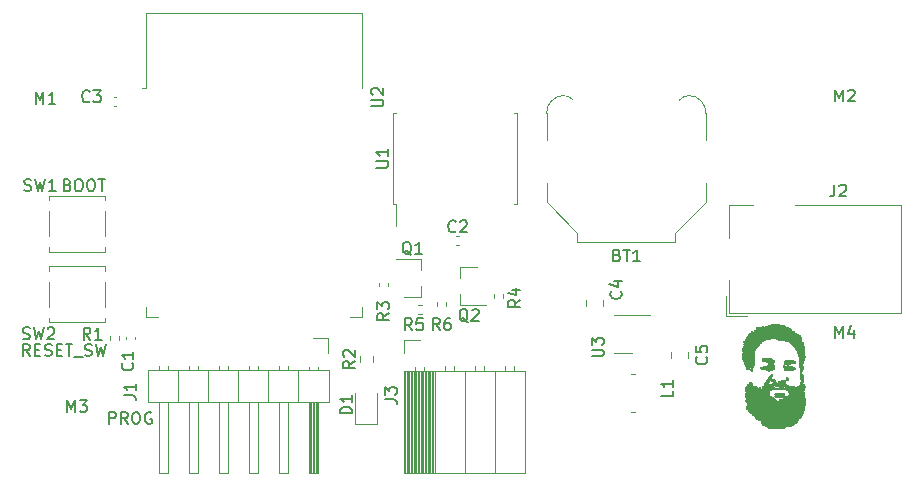
<source format=gto>
%TF.GenerationSoftware,KiCad,Pcbnew,5.1.10-6.fc33*%
%TF.CreationDate,2021-10-21T00:53:11-07:00*%
%TF.ProjectId,esp32_7seg_alarm_clock_controller,65737033-325f-4377-9365-675f616c6172,rev?*%
%TF.SameCoordinates,Original*%
%TF.FileFunction,Legend,Top*%
%TF.FilePolarity,Positive*%
%FSLAX46Y46*%
G04 Gerber Fmt 4.6, Leading zero omitted, Abs format (unit mm)*
G04 Created by KiCad (PCBNEW 5.1.10-6.fc33) date 2021-10-21 00:53:11*
%MOMM*%
%LPD*%
G01*
G04 APERTURE LIST*
%ADD10C,0.010000*%
%ADD11C,0.120000*%
%ADD12C,0.150000*%
G04 APERTURE END LIST*
D10*
%TO.C,nilesface*%
G36*
X163775000Y-120475000D02*
G01*
X163825000Y-120475000D01*
X163825000Y-120525000D01*
X163775000Y-120525000D01*
X163775000Y-120475000D01*
G37*
X163775000Y-120475000D02*
X163825000Y-120475000D01*
X163825000Y-120525000D01*
X163775000Y-120525000D01*
X163775000Y-120475000D01*
G36*
X163825000Y-120475000D02*
G01*
X163875000Y-120475000D01*
X163875000Y-120525000D01*
X163825000Y-120525000D01*
X163825000Y-120475000D01*
G37*
X163825000Y-120475000D02*
X163875000Y-120475000D01*
X163875000Y-120525000D01*
X163825000Y-120525000D01*
X163825000Y-120475000D01*
G36*
X163875000Y-120475000D02*
G01*
X163925000Y-120475000D01*
X163925000Y-120525000D01*
X163875000Y-120525000D01*
X163875000Y-120475000D01*
G37*
X163875000Y-120475000D02*
X163925000Y-120475000D01*
X163925000Y-120525000D01*
X163875000Y-120525000D01*
X163875000Y-120475000D01*
G36*
X163925000Y-120475000D02*
G01*
X163975000Y-120475000D01*
X163975000Y-120525000D01*
X163925000Y-120525000D01*
X163925000Y-120475000D01*
G37*
X163925000Y-120475000D02*
X163975000Y-120475000D01*
X163975000Y-120525000D01*
X163925000Y-120525000D01*
X163925000Y-120475000D01*
G36*
X164025000Y-120475000D02*
G01*
X164075000Y-120475000D01*
X164075000Y-120525000D01*
X164025000Y-120525000D01*
X164025000Y-120475000D01*
G37*
X164025000Y-120475000D02*
X164075000Y-120475000D01*
X164075000Y-120525000D01*
X164025000Y-120525000D01*
X164025000Y-120475000D01*
G36*
X164075000Y-120475000D02*
G01*
X164125000Y-120475000D01*
X164125000Y-120525000D01*
X164075000Y-120525000D01*
X164075000Y-120475000D01*
G37*
X164075000Y-120475000D02*
X164125000Y-120475000D01*
X164125000Y-120525000D01*
X164075000Y-120525000D01*
X164075000Y-120475000D01*
G36*
X164125000Y-120475000D02*
G01*
X164175000Y-120475000D01*
X164175000Y-120525000D01*
X164125000Y-120525000D01*
X164125000Y-120475000D01*
G37*
X164125000Y-120475000D02*
X164175000Y-120475000D01*
X164175000Y-120525000D01*
X164125000Y-120525000D01*
X164125000Y-120475000D01*
G36*
X163725000Y-120525000D02*
G01*
X163775000Y-120525000D01*
X163775000Y-120575000D01*
X163725000Y-120575000D01*
X163725000Y-120525000D01*
G37*
X163725000Y-120525000D02*
X163775000Y-120525000D01*
X163775000Y-120575000D01*
X163725000Y-120575000D01*
X163725000Y-120525000D01*
G36*
X163775000Y-120525000D02*
G01*
X163825000Y-120525000D01*
X163825000Y-120575000D01*
X163775000Y-120575000D01*
X163775000Y-120525000D01*
G37*
X163775000Y-120525000D02*
X163825000Y-120525000D01*
X163825000Y-120575000D01*
X163775000Y-120575000D01*
X163775000Y-120525000D01*
G36*
X163825000Y-120525000D02*
G01*
X163875000Y-120525000D01*
X163875000Y-120575000D01*
X163825000Y-120575000D01*
X163825000Y-120525000D01*
G37*
X163825000Y-120525000D02*
X163875000Y-120525000D01*
X163875000Y-120575000D01*
X163825000Y-120575000D01*
X163825000Y-120525000D01*
G36*
X163875000Y-120525000D02*
G01*
X163925000Y-120525000D01*
X163925000Y-120575000D01*
X163875000Y-120575000D01*
X163875000Y-120525000D01*
G37*
X163875000Y-120525000D02*
X163925000Y-120525000D01*
X163925000Y-120575000D01*
X163875000Y-120575000D01*
X163875000Y-120525000D01*
G36*
X163925000Y-120525000D02*
G01*
X163975000Y-120525000D01*
X163975000Y-120575000D01*
X163925000Y-120575000D01*
X163925000Y-120525000D01*
G37*
X163925000Y-120525000D02*
X163975000Y-120525000D01*
X163975000Y-120575000D01*
X163925000Y-120575000D01*
X163925000Y-120525000D01*
G36*
X163975000Y-120525000D02*
G01*
X164025000Y-120525000D01*
X164025000Y-120575000D01*
X163975000Y-120575000D01*
X163975000Y-120525000D01*
G37*
X163975000Y-120525000D02*
X164025000Y-120525000D01*
X164025000Y-120575000D01*
X163975000Y-120575000D01*
X163975000Y-120525000D01*
G36*
X164025000Y-120525000D02*
G01*
X164075000Y-120525000D01*
X164075000Y-120575000D01*
X164025000Y-120575000D01*
X164025000Y-120525000D01*
G37*
X164025000Y-120525000D02*
X164075000Y-120525000D01*
X164075000Y-120575000D01*
X164025000Y-120575000D01*
X164025000Y-120525000D01*
G36*
X164075000Y-120525000D02*
G01*
X164125000Y-120525000D01*
X164125000Y-120575000D01*
X164075000Y-120575000D01*
X164075000Y-120525000D01*
G37*
X164075000Y-120525000D02*
X164125000Y-120525000D01*
X164125000Y-120575000D01*
X164075000Y-120575000D01*
X164075000Y-120525000D01*
G36*
X164125000Y-120525000D02*
G01*
X164175000Y-120525000D01*
X164175000Y-120575000D01*
X164125000Y-120575000D01*
X164125000Y-120525000D01*
G37*
X164125000Y-120525000D02*
X164175000Y-120525000D01*
X164175000Y-120575000D01*
X164125000Y-120575000D01*
X164125000Y-120525000D01*
G36*
X164175000Y-120525000D02*
G01*
X164225000Y-120525000D01*
X164225000Y-120575000D01*
X164175000Y-120575000D01*
X164175000Y-120525000D01*
G37*
X164175000Y-120525000D02*
X164225000Y-120525000D01*
X164225000Y-120575000D01*
X164175000Y-120575000D01*
X164175000Y-120525000D01*
G36*
X164225000Y-120525000D02*
G01*
X164275000Y-120525000D01*
X164275000Y-120575000D01*
X164225000Y-120575000D01*
X164225000Y-120525000D01*
G37*
X164225000Y-120525000D02*
X164275000Y-120525000D01*
X164275000Y-120575000D01*
X164225000Y-120575000D01*
X164225000Y-120525000D01*
G36*
X164275000Y-120525000D02*
G01*
X164325000Y-120525000D01*
X164325000Y-120575000D01*
X164275000Y-120575000D01*
X164275000Y-120525000D01*
G37*
X164275000Y-120525000D02*
X164325000Y-120525000D01*
X164325000Y-120575000D01*
X164275000Y-120575000D01*
X164275000Y-120525000D01*
G36*
X164325000Y-120525000D02*
G01*
X164375000Y-120525000D01*
X164375000Y-120575000D01*
X164325000Y-120575000D01*
X164325000Y-120525000D01*
G37*
X164325000Y-120525000D02*
X164375000Y-120525000D01*
X164375000Y-120575000D01*
X164325000Y-120575000D01*
X164325000Y-120525000D01*
G36*
X164375000Y-120525000D02*
G01*
X164425000Y-120525000D01*
X164425000Y-120575000D01*
X164375000Y-120575000D01*
X164375000Y-120525000D01*
G37*
X164375000Y-120525000D02*
X164425000Y-120525000D01*
X164425000Y-120575000D01*
X164375000Y-120575000D01*
X164375000Y-120525000D01*
G36*
X163525000Y-120575000D02*
G01*
X163575000Y-120575000D01*
X163575000Y-120625000D01*
X163525000Y-120625000D01*
X163525000Y-120575000D01*
G37*
X163525000Y-120575000D02*
X163575000Y-120575000D01*
X163575000Y-120625000D01*
X163525000Y-120625000D01*
X163525000Y-120575000D01*
G36*
X163575000Y-120575000D02*
G01*
X163625000Y-120575000D01*
X163625000Y-120625000D01*
X163575000Y-120625000D01*
X163575000Y-120575000D01*
G37*
X163575000Y-120575000D02*
X163625000Y-120575000D01*
X163625000Y-120625000D01*
X163575000Y-120625000D01*
X163575000Y-120575000D01*
G36*
X163625000Y-120575000D02*
G01*
X163675000Y-120575000D01*
X163675000Y-120625000D01*
X163625000Y-120625000D01*
X163625000Y-120575000D01*
G37*
X163625000Y-120575000D02*
X163675000Y-120575000D01*
X163675000Y-120625000D01*
X163625000Y-120625000D01*
X163625000Y-120575000D01*
G36*
X163675000Y-120575000D02*
G01*
X163725000Y-120575000D01*
X163725000Y-120625000D01*
X163675000Y-120625000D01*
X163675000Y-120575000D01*
G37*
X163675000Y-120575000D02*
X163725000Y-120575000D01*
X163725000Y-120625000D01*
X163675000Y-120625000D01*
X163675000Y-120575000D01*
G36*
X163725000Y-120575000D02*
G01*
X163775000Y-120575000D01*
X163775000Y-120625000D01*
X163725000Y-120625000D01*
X163725000Y-120575000D01*
G37*
X163725000Y-120575000D02*
X163775000Y-120575000D01*
X163775000Y-120625000D01*
X163725000Y-120625000D01*
X163725000Y-120575000D01*
G36*
X163775000Y-120575000D02*
G01*
X163825000Y-120575000D01*
X163825000Y-120625000D01*
X163775000Y-120625000D01*
X163775000Y-120575000D01*
G37*
X163775000Y-120575000D02*
X163825000Y-120575000D01*
X163825000Y-120625000D01*
X163775000Y-120625000D01*
X163775000Y-120575000D01*
G36*
X163825000Y-120575000D02*
G01*
X163875000Y-120575000D01*
X163875000Y-120625000D01*
X163825000Y-120625000D01*
X163825000Y-120575000D01*
G37*
X163825000Y-120575000D02*
X163875000Y-120575000D01*
X163875000Y-120625000D01*
X163825000Y-120625000D01*
X163825000Y-120575000D01*
G36*
X163875000Y-120575000D02*
G01*
X163925000Y-120575000D01*
X163925000Y-120625000D01*
X163875000Y-120625000D01*
X163875000Y-120575000D01*
G37*
X163875000Y-120575000D02*
X163925000Y-120575000D01*
X163925000Y-120625000D01*
X163875000Y-120625000D01*
X163875000Y-120575000D01*
G36*
X163925000Y-120575000D02*
G01*
X163975000Y-120575000D01*
X163975000Y-120625000D01*
X163925000Y-120625000D01*
X163925000Y-120575000D01*
G37*
X163925000Y-120575000D02*
X163975000Y-120575000D01*
X163975000Y-120625000D01*
X163925000Y-120625000D01*
X163925000Y-120575000D01*
G36*
X163975000Y-120575000D02*
G01*
X164025000Y-120575000D01*
X164025000Y-120625000D01*
X163975000Y-120625000D01*
X163975000Y-120575000D01*
G37*
X163975000Y-120575000D02*
X164025000Y-120575000D01*
X164025000Y-120625000D01*
X163975000Y-120625000D01*
X163975000Y-120575000D01*
G36*
X164025000Y-120575000D02*
G01*
X164075000Y-120575000D01*
X164075000Y-120625000D01*
X164025000Y-120625000D01*
X164025000Y-120575000D01*
G37*
X164025000Y-120575000D02*
X164075000Y-120575000D01*
X164075000Y-120625000D01*
X164025000Y-120625000D01*
X164025000Y-120575000D01*
G36*
X164075000Y-120575000D02*
G01*
X164125000Y-120575000D01*
X164125000Y-120625000D01*
X164075000Y-120625000D01*
X164075000Y-120575000D01*
G37*
X164075000Y-120575000D02*
X164125000Y-120575000D01*
X164125000Y-120625000D01*
X164075000Y-120625000D01*
X164075000Y-120575000D01*
G36*
X164125000Y-120575000D02*
G01*
X164175000Y-120575000D01*
X164175000Y-120625000D01*
X164125000Y-120625000D01*
X164125000Y-120575000D01*
G37*
X164125000Y-120575000D02*
X164175000Y-120575000D01*
X164175000Y-120625000D01*
X164125000Y-120625000D01*
X164125000Y-120575000D01*
G36*
X164175000Y-120575000D02*
G01*
X164225000Y-120575000D01*
X164225000Y-120625000D01*
X164175000Y-120625000D01*
X164175000Y-120575000D01*
G37*
X164175000Y-120575000D02*
X164225000Y-120575000D01*
X164225000Y-120625000D01*
X164175000Y-120625000D01*
X164175000Y-120575000D01*
G36*
X164225000Y-120575000D02*
G01*
X164275000Y-120575000D01*
X164275000Y-120625000D01*
X164225000Y-120625000D01*
X164225000Y-120575000D01*
G37*
X164225000Y-120575000D02*
X164275000Y-120575000D01*
X164275000Y-120625000D01*
X164225000Y-120625000D01*
X164225000Y-120575000D01*
G36*
X164275000Y-120575000D02*
G01*
X164325000Y-120575000D01*
X164325000Y-120625000D01*
X164275000Y-120625000D01*
X164275000Y-120575000D01*
G37*
X164275000Y-120575000D02*
X164325000Y-120575000D01*
X164325000Y-120625000D01*
X164275000Y-120625000D01*
X164275000Y-120575000D01*
G36*
X164325000Y-120575000D02*
G01*
X164375000Y-120575000D01*
X164375000Y-120625000D01*
X164325000Y-120625000D01*
X164325000Y-120575000D01*
G37*
X164325000Y-120575000D02*
X164375000Y-120575000D01*
X164375000Y-120625000D01*
X164325000Y-120625000D01*
X164325000Y-120575000D01*
G36*
X164375000Y-120575000D02*
G01*
X164425000Y-120575000D01*
X164425000Y-120625000D01*
X164375000Y-120625000D01*
X164375000Y-120575000D01*
G37*
X164375000Y-120575000D02*
X164425000Y-120575000D01*
X164425000Y-120625000D01*
X164375000Y-120625000D01*
X164375000Y-120575000D01*
G36*
X164425000Y-120575000D02*
G01*
X164475000Y-120575000D01*
X164475000Y-120625000D01*
X164425000Y-120625000D01*
X164425000Y-120575000D01*
G37*
X164425000Y-120575000D02*
X164475000Y-120575000D01*
X164475000Y-120625000D01*
X164425000Y-120625000D01*
X164425000Y-120575000D01*
G36*
X164475000Y-120575000D02*
G01*
X164525000Y-120575000D01*
X164525000Y-120625000D01*
X164475000Y-120625000D01*
X164475000Y-120575000D01*
G37*
X164475000Y-120575000D02*
X164525000Y-120575000D01*
X164525000Y-120625000D01*
X164475000Y-120625000D01*
X164475000Y-120575000D01*
G36*
X164525000Y-120575000D02*
G01*
X164575000Y-120575000D01*
X164575000Y-120625000D01*
X164525000Y-120625000D01*
X164525000Y-120575000D01*
G37*
X164525000Y-120575000D02*
X164575000Y-120575000D01*
X164575000Y-120625000D01*
X164525000Y-120625000D01*
X164525000Y-120575000D01*
G36*
X164675000Y-120575000D02*
G01*
X164725000Y-120575000D01*
X164725000Y-120625000D01*
X164675000Y-120625000D01*
X164675000Y-120575000D01*
G37*
X164675000Y-120575000D02*
X164725000Y-120575000D01*
X164725000Y-120625000D01*
X164675000Y-120625000D01*
X164675000Y-120575000D01*
G36*
X164725000Y-120575000D02*
G01*
X164775000Y-120575000D01*
X164775000Y-120625000D01*
X164725000Y-120625000D01*
X164725000Y-120575000D01*
G37*
X164725000Y-120575000D02*
X164775000Y-120575000D01*
X164775000Y-120625000D01*
X164725000Y-120625000D01*
X164725000Y-120575000D01*
G36*
X163475000Y-120625000D02*
G01*
X163525000Y-120625000D01*
X163525000Y-120675000D01*
X163475000Y-120675000D01*
X163475000Y-120625000D01*
G37*
X163475000Y-120625000D02*
X163525000Y-120625000D01*
X163525000Y-120675000D01*
X163475000Y-120675000D01*
X163475000Y-120625000D01*
G36*
X163525000Y-120625000D02*
G01*
X163575000Y-120625000D01*
X163575000Y-120675000D01*
X163525000Y-120675000D01*
X163525000Y-120625000D01*
G37*
X163525000Y-120625000D02*
X163575000Y-120625000D01*
X163575000Y-120675000D01*
X163525000Y-120675000D01*
X163525000Y-120625000D01*
G36*
X163575000Y-120625000D02*
G01*
X163625000Y-120625000D01*
X163625000Y-120675000D01*
X163575000Y-120675000D01*
X163575000Y-120625000D01*
G37*
X163575000Y-120625000D02*
X163625000Y-120625000D01*
X163625000Y-120675000D01*
X163575000Y-120675000D01*
X163575000Y-120625000D01*
G36*
X163625000Y-120625000D02*
G01*
X163675000Y-120625000D01*
X163675000Y-120675000D01*
X163625000Y-120675000D01*
X163625000Y-120625000D01*
G37*
X163625000Y-120625000D02*
X163675000Y-120625000D01*
X163675000Y-120675000D01*
X163625000Y-120675000D01*
X163625000Y-120625000D01*
G36*
X163675000Y-120625000D02*
G01*
X163725000Y-120625000D01*
X163725000Y-120675000D01*
X163675000Y-120675000D01*
X163675000Y-120625000D01*
G37*
X163675000Y-120625000D02*
X163725000Y-120625000D01*
X163725000Y-120675000D01*
X163675000Y-120675000D01*
X163675000Y-120625000D01*
G36*
X163725000Y-120625000D02*
G01*
X163775000Y-120625000D01*
X163775000Y-120675000D01*
X163725000Y-120675000D01*
X163725000Y-120625000D01*
G37*
X163725000Y-120625000D02*
X163775000Y-120625000D01*
X163775000Y-120675000D01*
X163725000Y-120675000D01*
X163725000Y-120625000D01*
G36*
X163775000Y-120625000D02*
G01*
X163825000Y-120625000D01*
X163825000Y-120675000D01*
X163775000Y-120675000D01*
X163775000Y-120625000D01*
G37*
X163775000Y-120625000D02*
X163825000Y-120625000D01*
X163825000Y-120675000D01*
X163775000Y-120675000D01*
X163775000Y-120625000D01*
G36*
X163825000Y-120625000D02*
G01*
X163875000Y-120625000D01*
X163875000Y-120675000D01*
X163825000Y-120675000D01*
X163825000Y-120625000D01*
G37*
X163825000Y-120625000D02*
X163875000Y-120625000D01*
X163875000Y-120675000D01*
X163825000Y-120675000D01*
X163825000Y-120625000D01*
G36*
X163875000Y-120625000D02*
G01*
X163925000Y-120625000D01*
X163925000Y-120675000D01*
X163875000Y-120675000D01*
X163875000Y-120625000D01*
G37*
X163875000Y-120625000D02*
X163925000Y-120625000D01*
X163925000Y-120675000D01*
X163875000Y-120675000D01*
X163875000Y-120625000D01*
G36*
X163925000Y-120625000D02*
G01*
X163975000Y-120625000D01*
X163975000Y-120675000D01*
X163925000Y-120675000D01*
X163925000Y-120625000D01*
G37*
X163925000Y-120625000D02*
X163975000Y-120625000D01*
X163975000Y-120675000D01*
X163925000Y-120675000D01*
X163925000Y-120625000D01*
G36*
X163975000Y-120625000D02*
G01*
X164025000Y-120625000D01*
X164025000Y-120675000D01*
X163975000Y-120675000D01*
X163975000Y-120625000D01*
G37*
X163975000Y-120625000D02*
X164025000Y-120625000D01*
X164025000Y-120675000D01*
X163975000Y-120675000D01*
X163975000Y-120625000D01*
G36*
X164025000Y-120625000D02*
G01*
X164075000Y-120625000D01*
X164075000Y-120675000D01*
X164025000Y-120675000D01*
X164025000Y-120625000D01*
G37*
X164025000Y-120625000D02*
X164075000Y-120625000D01*
X164075000Y-120675000D01*
X164025000Y-120675000D01*
X164025000Y-120625000D01*
G36*
X164075000Y-120625000D02*
G01*
X164125000Y-120625000D01*
X164125000Y-120675000D01*
X164075000Y-120675000D01*
X164075000Y-120625000D01*
G37*
X164075000Y-120625000D02*
X164125000Y-120625000D01*
X164125000Y-120675000D01*
X164075000Y-120675000D01*
X164075000Y-120625000D01*
G36*
X164125000Y-120625000D02*
G01*
X164175000Y-120625000D01*
X164175000Y-120675000D01*
X164125000Y-120675000D01*
X164125000Y-120625000D01*
G37*
X164125000Y-120625000D02*
X164175000Y-120625000D01*
X164175000Y-120675000D01*
X164125000Y-120675000D01*
X164125000Y-120625000D01*
G36*
X164175000Y-120625000D02*
G01*
X164225000Y-120625000D01*
X164225000Y-120675000D01*
X164175000Y-120675000D01*
X164175000Y-120625000D01*
G37*
X164175000Y-120625000D02*
X164225000Y-120625000D01*
X164225000Y-120675000D01*
X164175000Y-120675000D01*
X164175000Y-120625000D01*
G36*
X164225000Y-120625000D02*
G01*
X164275000Y-120625000D01*
X164275000Y-120675000D01*
X164225000Y-120675000D01*
X164225000Y-120625000D01*
G37*
X164225000Y-120625000D02*
X164275000Y-120625000D01*
X164275000Y-120675000D01*
X164225000Y-120675000D01*
X164225000Y-120625000D01*
G36*
X164275000Y-120625000D02*
G01*
X164325000Y-120625000D01*
X164325000Y-120675000D01*
X164275000Y-120675000D01*
X164275000Y-120625000D01*
G37*
X164275000Y-120625000D02*
X164325000Y-120625000D01*
X164325000Y-120675000D01*
X164275000Y-120675000D01*
X164275000Y-120625000D01*
G36*
X164375000Y-120625000D02*
G01*
X164425000Y-120625000D01*
X164425000Y-120675000D01*
X164375000Y-120675000D01*
X164375000Y-120625000D01*
G37*
X164375000Y-120625000D02*
X164425000Y-120625000D01*
X164425000Y-120675000D01*
X164375000Y-120675000D01*
X164375000Y-120625000D01*
G36*
X164425000Y-120625000D02*
G01*
X164475000Y-120625000D01*
X164475000Y-120675000D01*
X164425000Y-120675000D01*
X164425000Y-120625000D01*
G37*
X164425000Y-120625000D02*
X164475000Y-120625000D01*
X164475000Y-120675000D01*
X164425000Y-120675000D01*
X164425000Y-120625000D01*
G36*
X164475000Y-120625000D02*
G01*
X164525000Y-120625000D01*
X164525000Y-120675000D01*
X164475000Y-120675000D01*
X164475000Y-120625000D01*
G37*
X164475000Y-120625000D02*
X164525000Y-120625000D01*
X164525000Y-120675000D01*
X164475000Y-120675000D01*
X164475000Y-120625000D01*
G36*
X164525000Y-120625000D02*
G01*
X164575000Y-120625000D01*
X164575000Y-120675000D01*
X164525000Y-120675000D01*
X164525000Y-120625000D01*
G37*
X164525000Y-120625000D02*
X164575000Y-120625000D01*
X164575000Y-120675000D01*
X164525000Y-120675000D01*
X164525000Y-120625000D01*
G36*
X164675000Y-120625000D02*
G01*
X164725000Y-120625000D01*
X164725000Y-120675000D01*
X164675000Y-120675000D01*
X164675000Y-120625000D01*
G37*
X164675000Y-120625000D02*
X164725000Y-120625000D01*
X164725000Y-120675000D01*
X164675000Y-120675000D01*
X164675000Y-120625000D01*
G36*
X164725000Y-120625000D02*
G01*
X164775000Y-120625000D01*
X164775000Y-120675000D01*
X164725000Y-120675000D01*
X164725000Y-120625000D01*
G37*
X164725000Y-120625000D02*
X164775000Y-120625000D01*
X164775000Y-120675000D01*
X164725000Y-120675000D01*
X164725000Y-120625000D01*
G36*
X164775000Y-120625000D02*
G01*
X164825000Y-120625000D01*
X164825000Y-120675000D01*
X164775000Y-120675000D01*
X164775000Y-120625000D01*
G37*
X164775000Y-120625000D02*
X164825000Y-120625000D01*
X164825000Y-120675000D01*
X164775000Y-120675000D01*
X164775000Y-120625000D01*
G36*
X162975000Y-120675000D02*
G01*
X163025000Y-120675000D01*
X163025000Y-120725000D01*
X162975000Y-120725000D01*
X162975000Y-120675000D01*
G37*
X162975000Y-120675000D02*
X163025000Y-120675000D01*
X163025000Y-120725000D01*
X162975000Y-120725000D01*
X162975000Y-120675000D01*
G36*
X163025000Y-120675000D02*
G01*
X163075000Y-120675000D01*
X163075000Y-120725000D01*
X163025000Y-120725000D01*
X163025000Y-120675000D01*
G37*
X163025000Y-120675000D02*
X163075000Y-120675000D01*
X163075000Y-120725000D01*
X163025000Y-120725000D01*
X163025000Y-120675000D01*
G36*
X163275000Y-120675000D02*
G01*
X163325000Y-120675000D01*
X163325000Y-120725000D01*
X163275000Y-120725000D01*
X163275000Y-120675000D01*
G37*
X163275000Y-120675000D02*
X163325000Y-120675000D01*
X163325000Y-120725000D01*
X163275000Y-120725000D01*
X163275000Y-120675000D01*
G36*
X163325000Y-120675000D02*
G01*
X163375000Y-120675000D01*
X163375000Y-120725000D01*
X163325000Y-120725000D01*
X163325000Y-120675000D01*
G37*
X163325000Y-120675000D02*
X163375000Y-120675000D01*
X163375000Y-120725000D01*
X163325000Y-120725000D01*
X163325000Y-120675000D01*
G36*
X163375000Y-120675000D02*
G01*
X163425000Y-120675000D01*
X163425000Y-120725000D01*
X163375000Y-120725000D01*
X163375000Y-120675000D01*
G37*
X163375000Y-120675000D02*
X163425000Y-120675000D01*
X163425000Y-120725000D01*
X163375000Y-120725000D01*
X163375000Y-120675000D01*
G36*
X163475000Y-120675000D02*
G01*
X163525000Y-120675000D01*
X163525000Y-120725000D01*
X163475000Y-120725000D01*
X163475000Y-120675000D01*
G37*
X163475000Y-120675000D02*
X163525000Y-120675000D01*
X163525000Y-120725000D01*
X163475000Y-120725000D01*
X163475000Y-120675000D01*
G36*
X163525000Y-120675000D02*
G01*
X163575000Y-120675000D01*
X163575000Y-120725000D01*
X163525000Y-120725000D01*
X163525000Y-120675000D01*
G37*
X163525000Y-120675000D02*
X163575000Y-120675000D01*
X163575000Y-120725000D01*
X163525000Y-120725000D01*
X163525000Y-120675000D01*
G36*
X163575000Y-120675000D02*
G01*
X163625000Y-120675000D01*
X163625000Y-120725000D01*
X163575000Y-120725000D01*
X163575000Y-120675000D01*
G37*
X163575000Y-120675000D02*
X163625000Y-120675000D01*
X163625000Y-120725000D01*
X163575000Y-120725000D01*
X163575000Y-120675000D01*
G36*
X163625000Y-120675000D02*
G01*
X163675000Y-120675000D01*
X163675000Y-120725000D01*
X163625000Y-120725000D01*
X163625000Y-120675000D01*
G37*
X163625000Y-120675000D02*
X163675000Y-120675000D01*
X163675000Y-120725000D01*
X163625000Y-120725000D01*
X163625000Y-120675000D01*
G36*
X163675000Y-120675000D02*
G01*
X163725000Y-120675000D01*
X163725000Y-120725000D01*
X163675000Y-120725000D01*
X163675000Y-120675000D01*
G37*
X163675000Y-120675000D02*
X163725000Y-120675000D01*
X163725000Y-120725000D01*
X163675000Y-120725000D01*
X163675000Y-120675000D01*
G36*
X163725000Y-120675000D02*
G01*
X163775000Y-120675000D01*
X163775000Y-120725000D01*
X163725000Y-120725000D01*
X163725000Y-120675000D01*
G37*
X163725000Y-120675000D02*
X163775000Y-120675000D01*
X163775000Y-120725000D01*
X163725000Y-120725000D01*
X163725000Y-120675000D01*
G36*
X163775000Y-120675000D02*
G01*
X163825000Y-120675000D01*
X163825000Y-120725000D01*
X163775000Y-120725000D01*
X163775000Y-120675000D01*
G37*
X163775000Y-120675000D02*
X163825000Y-120675000D01*
X163825000Y-120725000D01*
X163775000Y-120725000D01*
X163775000Y-120675000D01*
G36*
X163825000Y-120675000D02*
G01*
X163875000Y-120675000D01*
X163875000Y-120725000D01*
X163825000Y-120725000D01*
X163825000Y-120675000D01*
G37*
X163825000Y-120675000D02*
X163875000Y-120675000D01*
X163875000Y-120725000D01*
X163825000Y-120725000D01*
X163825000Y-120675000D01*
G36*
X163875000Y-120675000D02*
G01*
X163925000Y-120675000D01*
X163925000Y-120725000D01*
X163875000Y-120725000D01*
X163875000Y-120675000D01*
G37*
X163875000Y-120675000D02*
X163925000Y-120675000D01*
X163925000Y-120725000D01*
X163875000Y-120725000D01*
X163875000Y-120675000D01*
G36*
X163925000Y-120675000D02*
G01*
X163975000Y-120675000D01*
X163975000Y-120725000D01*
X163925000Y-120725000D01*
X163925000Y-120675000D01*
G37*
X163925000Y-120675000D02*
X163975000Y-120675000D01*
X163975000Y-120725000D01*
X163925000Y-120725000D01*
X163925000Y-120675000D01*
G36*
X163975000Y-120675000D02*
G01*
X164025000Y-120675000D01*
X164025000Y-120725000D01*
X163975000Y-120725000D01*
X163975000Y-120675000D01*
G37*
X163975000Y-120675000D02*
X164025000Y-120675000D01*
X164025000Y-120725000D01*
X163975000Y-120725000D01*
X163975000Y-120675000D01*
G36*
X164025000Y-120675000D02*
G01*
X164075000Y-120675000D01*
X164075000Y-120725000D01*
X164025000Y-120725000D01*
X164025000Y-120675000D01*
G37*
X164025000Y-120675000D02*
X164075000Y-120675000D01*
X164075000Y-120725000D01*
X164025000Y-120725000D01*
X164025000Y-120675000D01*
G36*
X164075000Y-120675000D02*
G01*
X164125000Y-120675000D01*
X164125000Y-120725000D01*
X164075000Y-120725000D01*
X164075000Y-120675000D01*
G37*
X164075000Y-120675000D02*
X164125000Y-120675000D01*
X164125000Y-120725000D01*
X164075000Y-120725000D01*
X164075000Y-120675000D01*
G36*
X164125000Y-120675000D02*
G01*
X164175000Y-120675000D01*
X164175000Y-120725000D01*
X164125000Y-120725000D01*
X164125000Y-120675000D01*
G37*
X164125000Y-120675000D02*
X164175000Y-120675000D01*
X164175000Y-120725000D01*
X164125000Y-120725000D01*
X164125000Y-120675000D01*
G36*
X164175000Y-120675000D02*
G01*
X164225000Y-120675000D01*
X164225000Y-120725000D01*
X164175000Y-120725000D01*
X164175000Y-120675000D01*
G37*
X164175000Y-120675000D02*
X164225000Y-120675000D01*
X164225000Y-120725000D01*
X164175000Y-120725000D01*
X164175000Y-120675000D01*
G36*
X164225000Y-120675000D02*
G01*
X164275000Y-120675000D01*
X164275000Y-120725000D01*
X164225000Y-120725000D01*
X164225000Y-120675000D01*
G37*
X164225000Y-120675000D02*
X164275000Y-120675000D01*
X164275000Y-120725000D01*
X164225000Y-120725000D01*
X164225000Y-120675000D01*
G36*
X164275000Y-120675000D02*
G01*
X164325000Y-120675000D01*
X164325000Y-120725000D01*
X164275000Y-120725000D01*
X164275000Y-120675000D01*
G37*
X164275000Y-120675000D02*
X164325000Y-120675000D01*
X164325000Y-120725000D01*
X164275000Y-120725000D01*
X164275000Y-120675000D01*
G36*
X164325000Y-120675000D02*
G01*
X164375000Y-120675000D01*
X164375000Y-120725000D01*
X164325000Y-120725000D01*
X164325000Y-120675000D01*
G37*
X164325000Y-120675000D02*
X164375000Y-120675000D01*
X164375000Y-120725000D01*
X164325000Y-120725000D01*
X164325000Y-120675000D01*
G36*
X164375000Y-120675000D02*
G01*
X164425000Y-120675000D01*
X164425000Y-120725000D01*
X164375000Y-120725000D01*
X164375000Y-120675000D01*
G37*
X164375000Y-120675000D02*
X164425000Y-120675000D01*
X164425000Y-120725000D01*
X164375000Y-120725000D01*
X164375000Y-120675000D01*
G36*
X164425000Y-120675000D02*
G01*
X164475000Y-120675000D01*
X164475000Y-120725000D01*
X164425000Y-120725000D01*
X164425000Y-120675000D01*
G37*
X164425000Y-120675000D02*
X164475000Y-120675000D01*
X164475000Y-120725000D01*
X164425000Y-120725000D01*
X164425000Y-120675000D01*
G36*
X164475000Y-120675000D02*
G01*
X164525000Y-120675000D01*
X164525000Y-120725000D01*
X164475000Y-120725000D01*
X164475000Y-120675000D01*
G37*
X164475000Y-120675000D02*
X164525000Y-120675000D01*
X164525000Y-120725000D01*
X164475000Y-120725000D01*
X164475000Y-120675000D01*
G36*
X164525000Y-120675000D02*
G01*
X164575000Y-120675000D01*
X164575000Y-120725000D01*
X164525000Y-120725000D01*
X164525000Y-120675000D01*
G37*
X164525000Y-120675000D02*
X164575000Y-120675000D01*
X164575000Y-120725000D01*
X164525000Y-120725000D01*
X164525000Y-120675000D01*
G36*
X164575000Y-120675000D02*
G01*
X164625000Y-120675000D01*
X164625000Y-120725000D01*
X164575000Y-120725000D01*
X164575000Y-120675000D01*
G37*
X164575000Y-120675000D02*
X164625000Y-120675000D01*
X164625000Y-120725000D01*
X164575000Y-120725000D01*
X164575000Y-120675000D01*
G36*
X164625000Y-120675000D02*
G01*
X164675000Y-120675000D01*
X164675000Y-120725000D01*
X164625000Y-120725000D01*
X164625000Y-120675000D01*
G37*
X164625000Y-120675000D02*
X164675000Y-120675000D01*
X164675000Y-120725000D01*
X164625000Y-120725000D01*
X164625000Y-120675000D01*
G36*
X164725000Y-120675000D02*
G01*
X164775000Y-120675000D01*
X164775000Y-120725000D01*
X164725000Y-120725000D01*
X164725000Y-120675000D01*
G37*
X164725000Y-120675000D02*
X164775000Y-120675000D01*
X164775000Y-120725000D01*
X164725000Y-120725000D01*
X164725000Y-120675000D01*
G36*
X164775000Y-120675000D02*
G01*
X164825000Y-120675000D01*
X164825000Y-120725000D01*
X164775000Y-120725000D01*
X164775000Y-120675000D01*
G37*
X164775000Y-120675000D02*
X164825000Y-120675000D01*
X164825000Y-120725000D01*
X164775000Y-120725000D01*
X164775000Y-120675000D01*
G36*
X164825000Y-120675000D02*
G01*
X164875000Y-120675000D01*
X164875000Y-120725000D01*
X164825000Y-120725000D01*
X164825000Y-120675000D01*
G37*
X164825000Y-120675000D02*
X164875000Y-120675000D01*
X164875000Y-120725000D01*
X164825000Y-120725000D01*
X164825000Y-120675000D01*
G36*
X164875000Y-120675000D02*
G01*
X164925000Y-120675000D01*
X164925000Y-120725000D01*
X164875000Y-120725000D01*
X164875000Y-120675000D01*
G37*
X164875000Y-120675000D02*
X164925000Y-120675000D01*
X164925000Y-120725000D01*
X164875000Y-120725000D01*
X164875000Y-120675000D01*
G36*
X164925000Y-120675000D02*
G01*
X164975000Y-120675000D01*
X164975000Y-120725000D01*
X164925000Y-120725000D01*
X164925000Y-120675000D01*
G37*
X164925000Y-120675000D02*
X164975000Y-120675000D01*
X164975000Y-120725000D01*
X164925000Y-120725000D01*
X164925000Y-120675000D01*
G36*
X162775000Y-120725000D02*
G01*
X162825000Y-120725000D01*
X162825000Y-120775000D01*
X162775000Y-120775000D01*
X162775000Y-120725000D01*
G37*
X162775000Y-120725000D02*
X162825000Y-120725000D01*
X162825000Y-120775000D01*
X162775000Y-120775000D01*
X162775000Y-120725000D01*
G36*
X162925000Y-120725000D02*
G01*
X162975000Y-120725000D01*
X162975000Y-120775000D01*
X162925000Y-120775000D01*
X162925000Y-120725000D01*
G37*
X162925000Y-120725000D02*
X162975000Y-120725000D01*
X162975000Y-120775000D01*
X162925000Y-120775000D01*
X162925000Y-120725000D01*
G36*
X162975000Y-120725000D02*
G01*
X163025000Y-120725000D01*
X163025000Y-120775000D01*
X162975000Y-120775000D01*
X162975000Y-120725000D01*
G37*
X162975000Y-120725000D02*
X163025000Y-120725000D01*
X163025000Y-120775000D01*
X162975000Y-120775000D01*
X162975000Y-120725000D01*
G36*
X163025000Y-120725000D02*
G01*
X163075000Y-120725000D01*
X163075000Y-120775000D01*
X163025000Y-120775000D01*
X163025000Y-120725000D01*
G37*
X163025000Y-120725000D02*
X163075000Y-120725000D01*
X163075000Y-120775000D01*
X163025000Y-120775000D01*
X163025000Y-120725000D01*
G36*
X163075000Y-120725000D02*
G01*
X163125000Y-120725000D01*
X163125000Y-120775000D01*
X163075000Y-120775000D01*
X163075000Y-120725000D01*
G37*
X163075000Y-120725000D02*
X163125000Y-120725000D01*
X163125000Y-120775000D01*
X163075000Y-120775000D01*
X163075000Y-120725000D01*
G36*
X163175000Y-120725000D02*
G01*
X163225000Y-120725000D01*
X163225000Y-120775000D01*
X163175000Y-120775000D01*
X163175000Y-120725000D01*
G37*
X163175000Y-120725000D02*
X163225000Y-120725000D01*
X163225000Y-120775000D01*
X163175000Y-120775000D01*
X163175000Y-120725000D01*
G36*
X163225000Y-120725000D02*
G01*
X163275000Y-120725000D01*
X163275000Y-120775000D01*
X163225000Y-120775000D01*
X163225000Y-120725000D01*
G37*
X163225000Y-120725000D02*
X163275000Y-120725000D01*
X163275000Y-120775000D01*
X163225000Y-120775000D01*
X163225000Y-120725000D01*
G36*
X163275000Y-120725000D02*
G01*
X163325000Y-120725000D01*
X163325000Y-120775000D01*
X163275000Y-120775000D01*
X163275000Y-120725000D01*
G37*
X163275000Y-120725000D02*
X163325000Y-120725000D01*
X163325000Y-120775000D01*
X163275000Y-120775000D01*
X163275000Y-120725000D01*
G36*
X163325000Y-120725000D02*
G01*
X163375000Y-120725000D01*
X163375000Y-120775000D01*
X163325000Y-120775000D01*
X163325000Y-120725000D01*
G37*
X163325000Y-120725000D02*
X163375000Y-120725000D01*
X163375000Y-120775000D01*
X163325000Y-120775000D01*
X163325000Y-120725000D01*
G36*
X163375000Y-120725000D02*
G01*
X163425000Y-120725000D01*
X163425000Y-120775000D01*
X163375000Y-120775000D01*
X163375000Y-120725000D01*
G37*
X163375000Y-120725000D02*
X163425000Y-120725000D01*
X163425000Y-120775000D01*
X163375000Y-120775000D01*
X163375000Y-120725000D01*
G36*
X163425000Y-120725000D02*
G01*
X163475000Y-120725000D01*
X163475000Y-120775000D01*
X163425000Y-120775000D01*
X163425000Y-120725000D01*
G37*
X163425000Y-120725000D02*
X163475000Y-120725000D01*
X163475000Y-120775000D01*
X163425000Y-120775000D01*
X163425000Y-120725000D01*
G36*
X163475000Y-120725000D02*
G01*
X163525000Y-120725000D01*
X163525000Y-120775000D01*
X163475000Y-120775000D01*
X163475000Y-120725000D01*
G37*
X163475000Y-120725000D02*
X163525000Y-120725000D01*
X163525000Y-120775000D01*
X163475000Y-120775000D01*
X163475000Y-120725000D01*
G36*
X163525000Y-120725000D02*
G01*
X163575000Y-120725000D01*
X163575000Y-120775000D01*
X163525000Y-120775000D01*
X163525000Y-120725000D01*
G37*
X163525000Y-120725000D02*
X163575000Y-120725000D01*
X163575000Y-120775000D01*
X163525000Y-120775000D01*
X163525000Y-120725000D01*
G36*
X163575000Y-120725000D02*
G01*
X163625000Y-120725000D01*
X163625000Y-120775000D01*
X163575000Y-120775000D01*
X163575000Y-120725000D01*
G37*
X163575000Y-120725000D02*
X163625000Y-120725000D01*
X163625000Y-120775000D01*
X163575000Y-120775000D01*
X163575000Y-120725000D01*
G36*
X163625000Y-120725000D02*
G01*
X163675000Y-120725000D01*
X163675000Y-120775000D01*
X163625000Y-120775000D01*
X163625000Y-120725000D01*
G37*
X163625000Y-120725000D02*
X163675000Y-120725000D01*
X163675000Y-120775000D01*
X163625000Y-120775000D01*
X163625000Y-120725000D01*
G36*
X163675000Y-120725000D02*
G01*
X163725000Y-120725000D01*
X163725000Y-120775000D01*
X163675000Y-120775000D01*
X163675000Y-120725000D01*
G37*
X163675000Y-120725000D02*
X163725000Y-120725000D01*
X163725000Y-120775000D01*
X163675000Y-120775000D01*
X163675000Y-120725000D01*
G36*
X163725000Y-120725000D02*
G01*
X163775000Y-120725000D01*
X163775000Y-120775000D01*
X163725000Y-120775000D01*
X163725000Y-120725000D01*
G37*
X163725000Y-120725000D02*
X163775000Y-120725000D01*
X163775000Y-120775000D01*
X163725000Y-120775000D01*
X163725000Y-120725000D01*
G36*
X163775000Y-120725000D02*
G01*
X163825000Y-120725000D01*
X163825000Y-120775000D01*
X163775000Y-120775000D01*
X163775000Y-120725000D01*
G37*
X163775000Y-120725000D02*
X163825000Y-120725000D01*
X163825000Y-120775000D01*
X163775000Y-120775000D01*
X163775000Y-120725000D01*
G36*
X163825000Y-120725000D02*
G01*
X163875000Y-120725000D01*
X163875000Y-120775000D01*
X163825000Y-120775000D01*
X163825000Y-120725000D01*
G37*
X163825000Y-120725000D02*
X163875000Y-120725000D01*
X163875000Y-120775000D01*
X163825000Y-120775000D01*
X163825000Y-120725000D01*
G36*
X163875000Y-120725000D02*
G01*
X163925000Y-120725000D01*
X163925000Y-120775000D01*
X163875000Y-120775000D01*
X163875000Y-120725000D01*
G37*
X163875000Y-120725000D02*
X163925000Y-120725000D01*
X163925000Y-120775000D01*
X163875000Y-120775000D01*
X163875000Y-120725000D01*
G36*
X163925000Y-120725000D02*
G01*
X163975000Y-120725000D01*
X163975000Y-120775000D01*
X163925000Y-120775000D01*
X163925000Y-120725000D01*
G37*
X163925000Y-120725000D02*
X163975000Y-120725000D01*
X163975000Y-120775000D01*
X163925000Y-120775000D01*
X163925000Y-120725000D01*
G36*
X163975000Y-120725000D02*
G01*
X164025000Y-120725000D01*
X164025000Y-120775000D01*
X163975000Y-120775000D01*
X163975000Y-120725000D01*
G37*
X163975000Y-120725000D02*
X164025000Y-120725000D01*
X164025000Y-120775000D01*
X163975000Y-120775000D01*
X163975000Y-120725000D01*
G36*
X164025000Y-120725000D02*
G01*
X164075000Y-120725000D01*
X164075000Y-120775000D01*
X164025000Y-120775000D01*
X164025000Y-120725000D01*
G37*
X164025000Y-120725000D02*
X164075000Y-120725000D01*
X164075000Y-120775000D01*
X164025000Y-120775000D01*
X164025000Y-120725000D01*
G36*
X164075000Y-120725000D02*
G01*
X164125000Y-120725000D01*
X164125000Y-120775000D01*
X164075000Y-120775000D01*
X164075000Y-120725000D01*
G37*
X164075000Y-120725000D02*
X164125000Y-120725000D01*
X164125000Y-120775000D01*
X164075000Y-120775000D01*
X164075000Y-120725000D01*
G36*
X164125000Y-120725000D02*
G01*
X164175000Y-120725000D01*
X164175000Y-120775000D01*
X164125000Y-120775000D01*
X164125000Y-120725000D01*
G37*
X164125000Y-120725000D02*
X164175000Y-120725000D01*
X164175000Y-120775000D01*
X164125000Y-120775000D01*
X164125000Y-120725000D01*
G36*
X164175000Y-120725000D02*
G01*
X164225000Y-120725000D01*
X164225000Y-120775000D01*
X164175000Y-120775000D01*
X164175000Y-120725000D01*
G37*
X164175000Y-120725000D02*
X164225000Y-120725000D01*
X164225000Y-120775000D01*
X164175000Y-120775000D01*
X164175000Y-120725000D01*
G36*
X164225000Y-120725000D02*
G01*
X164275000Y-120725000D01*
X164275000Y-120775000D01*
X164225000Y-120775000D01*
X164225000Y-120725000D01*
G37*
X164225000Y-120725000D02*
X164275000Y-120725000D01*
X164275000Y-120775000D01*
X164225000Y-120775000D01*
X164225000Y-120725000D01*
G36*
X164275000Y-120725000D02*
G01*
X164325000Y-120725000D01*
X164325000Y-120775000D01*
X164275000Y-120775000D01*
X164275000Y-120725000D01*
G37*
X164275000Y-120725000D02*
X164325000Y-120725000D01*
X164325000Y-120775000D01*
X164275000Y-120775000D01*
X164275000Y-120725000D01*
G36*
X164325000Y-120725000D02*
G01*
X164375000Y-120725000D01*
X164375000Y-120775000D01*
X164325000Y-120775000D01*
X164325000Y-120725000D01*
G37*
X164325000Y-120725000D02*
X164375000Y-120725000D01*
X164375000Y-120775000D01*
X164325000Y-120775000D01*
X164325000Y-120725000D01*
G36*
X164375000Y-120725000D02*
G01*
X164425000Y-120725000D01*
X164425000Y-120775000D01*
X164375000Y-120775000D01*
X164375000Y-120725000D01*
G37*
X164375000Y-120725000D02*
X164425000Y-120725000D01*
X164425000Y-120775000D01*
X164375000Y-120775000D01*
X164375000Y-120725000D01*
G36*
X164425000Y-120725000D02*
G01*
X164475000Y-120725000D01*
X164475000Y-120775000D01*
X164425000Y-120775000D01*
X164425000Y-120725000D01*
G37*
X164425000Y-120725000D02*
X164475000Y-120725000D01*
X164475000Y-120775000D01*
X164425000Y-120775000D01*
X164425000Y-120725000D01*
G36*
X164475000Y-120725000D02*
G01*
X164525000Y-120725000D01*
X164525000Y-120775000D01*
X164475000Y-120775000D01*
X164475000Y-120725000D01*
G37*
X164475000Y-120725000D02*
X164525000Y-120725000D01*
X164525000Y-120775000D01*
X164475000Y-120775000D01*
X164475000Y-120725000D01*
G36*
X164525000Y-120725000D02*
G01*
X164575000Y-120725000D01*
X164575000Y-120775000D01*
X164525000Y-120775000D01*
X164525000Y-120725000D01*
G37*
X164525000Y-120725000D02*
X164575000Y-120725000D01*
X164575000Y-120775000D01*
X164525000Y-120775000D01*
X164525000Y-120725000D01*
G36*
X164575000Y-120725000D02*
G01*
X164625000Y-120725000D01*
X164625000Y-120775000D01*
X164575000Y-120775000D01*
X164575000Y-120725000D01*
G37*
X164575000Y-120725000D02*
X164625000Y-120725000D01*
X164625000Y-120775000D01*
X164575000Y-120775000D01*
X164575000Y-120725000D01*
G36*
X164625000Y-120725000D02*
G01*
X164675000Y-120725000D01*
X164675000Y-120775000D01*
X164625000Y-120775000D01*
X164625000Y-120725000D01*
G37*
X164625000Y-120725000D02*
X164675000Y-120725000D01*
X164675000Y-120775000D01*
X164625000Y-120775000D01*
X164625000Y-120725000D01*
G36*
X164675000Y-120725000D02*
G01*
X164725000Y-120725000D01*
X164725000Y-120775000D01*
X164675000Y-120775000D01*
X164675000Y-120725000D01*
G37*
X164675000Y-120725000D02*
X164725000Y-120725000D01*
X164725000Y-120775000D01*
X164675000Y-120775000D01*
X164675000Y-120725000D01*
G36*
X164725000Y-120725000D02*
G01*
X164775000Y-120725000D01*
X164775000Y-120775000D01*
X164725000Y-120775000D01*
X164725000Y-120725000D01*
G37*
X164725000Y-120725000D02*
X164775000Y-120725000D01*
X164775000Y-120775000D01*
X164725000Y-120775000D01*
X164725000Y-120725000D01*
G36*
X164775000Y-120725000D02*
G01*
X164825000Y-120725000D01*
X164825000Y-120775000D01*
X164775000Y-120775000D01*
X164775000Y-120725000D01*
G37*
X164775000Y-120725000D02*
X164825000Y-120725000D01*
X164825000Y-120775000D01*
X164775000Y-120775000D01*
X164775000Y-120725000D01*
G36*
X164825000Y-120725000D02*
G01*
X164875000Y-120725000D01*
X164875000Y-120775000D01*
X164825000Y-120775000D01*
X164825000Y-120725000D01*
G37*
X164825000Y-120725000D02*
X164875000Y-120725000D01*
X164875000Y-120775000D01*
X164825000Y-120775000D01*
X164825000Y-120725000D01*
G36*
X164875000Y-120725000D02*
G01*
X164925000Y-120725000D01*
X164925000Y-120775000D01*
X164875000Y-120775000D01*
X164875000Y-120725000D01*
G37*
X164875000Y-120725000D02*
X164925000Y-120725000D01*
X164925000Y-120775000D01*
X164875000Y-120775000D01*
X164875000Y-120725000D01*
G36*
X164925000Y-120725000D02*
G01*
X164975000Y-120725000D01*
X164975000Y-120775000D01*
X164925000Y-120775000D01*
X164925000Y-120725000D01*
G37*
X164925000Y-120725000D02*
X164975000Y-120725000D01*
X164975000Y-120775000D01*
X164925000Y-120775000D01*
X164925000Y-120725000D01*
G36*
X164975000Y-120725000D02*
G01*
X165025000Y-120725000D01*
X165025000Y-120775000D01*
X164975000Y-120775000D01*
X164975000Y-120725000D01*
G37*
X164975000Y-120725000D02*
X165025000Y-120725000D01*
X165025000Y-120775000D01*
X164975000Y-120775000D01*
X164975000Y-120725000D01*
G36*
X165025000Y-120725000D02*
G01*
X165075000Y-120725000D01*
X165075000Y-120775000D01*
X165025000Y-120775000D01*
X165025000Y-120725000D01*
G37*
X165025000Y-120725000D02*
X165075000Y-120725000D01*
X165075000Y-120775000D01*
X165025000Y-120775000D01*
X165025000Y-120725000D01*
G36*
X165075000Y-120725000D02*
G01*
X165125000Y-120725000D01*
X165125000Y-120775000D01*
X165075000Y-120775000D01*
X165075000Y-120725000D01*
G37*
X165075000Y-120725000D02*
X165125000Y-120725000D01*
X165125000Y-120775000D01*
X165075000Y-120775000D01*
X165075000Y-120725000D01*
G36*
X165125000Y-120725000D02*
G01*
X165175000Y-120725000D01*
X165175000Y-120775000D01*
X165125000Y-120775000D01*
X165125000Y-120725000D01*
G37*
X165125000Y-120725000D02*
X165175000Y-120725000D01*
X165175000Y-120775000D01*
X165125000Y-120775000D01*
X165125000Y-120725000D01*
G36*
X162525000Y-120775000D02*
G01*
X162575000Y-120775000D01*
X162575000Y-120825000D01*
X162525000Y-120825000D01*
X162525000Y-120775000D01*
G37*
X162525000Y-120775000D02*
X162575000Y-120775000D01*
X162575000Y-120825000D01*
X162525000Y-120825000D01*
X162525000Y-120775000D01*
G36*
X162575000Y-120775000D02*
G01*
X162625000Y-120775000D01*
X162625000Y-120825000D01*
X162575000Y-120825000D01*
X162575000Y-120775000D01*
G37*
X162575000Y-120775000D02*
X162625000Y-120775000D01*
X162625000Y-120825000D01*
X162575000Y-120825000D01*
X162575000Y-120775000D01*
G36*
X162625000Y-120775000D02*
G01*
X162675000Y-120775000D01*
X162675000Y-120825000D01*
X162625000Y-120825000D01*
X162625000Y-120775000D01*
G37*
X162625000Y-120775000D02*
X162675000Y-120775000D01*
X162675000Y-120825000D01*
X162625000Y-120825000D01*
X162625000Y-120775000D01*
G36*
X162725000Y-120775000D02*
G01*
X162775000Y-120775000D01*
X162775000Y-120825000D01*
X162725000Y-120825000D01*
X162725000Y-120775000D01*
G37*
X162725000Y-120775000D02*
X162775000Y-120775000D01*
X162775000Y-120825000D01*
X162725000Y-120825000D01*
X162725000Y-120775000D01*
G36*
X162775000Y-120775000D02*
G01*
X162825000Y-120775000D01*
X162825000Y-120825000D01*
X162775000Y-120825000D01*
X162775000Y-120775000D01*
G37*
X162775000Y-120775000D02*
X162825000Y-120775000D01*
X162825000Y-120825000D01*
X162775000Y-120825000D01*
X162775000Y-120775000D01*
G36*
X162925000Y-120775000D02*
G01*
X162975000Y-120775000D01*
X162975000Y-120825000D01*
X162925000Y-120825000D01*
X162925000Y-120775000D01*
G37*
X162925000Y-120775000D02*
X162975000Y-120775000D01*
X162975000Y-120825000D01*
X162925000Y-120825000D01*
X162925000Y-120775000D01*
G36*
X162975000Y-120775000D02*
G01*
X163025000Y-120775000D01*
X163025000Y-120825000D01*
X162975000Y-120825000D01*
X162975000Y-120775000D01*
G37*
X162975000Y-120775000D02*
X163025000Y-120775000D01*
X163025000Y-120825000D01*
X162975000Y-120825000D01*
X162975000Y-120775000D01*
G36*
X163025000Y-120775000D02*
G01*
X163075000Y-120775000D01*
X163075000Y-120825000D01*
X163025000Y-120825000D01*
X163025000Y-120775000D01*
G37*
X163025000Y-120775000D02*
X163075000Y-120775000D01*
X163075000Y-120825000D01*
X163025000Y-120825000D01*
X163025000Y-120775000D01*
G36*
X163075000Y-120775000D02*
G01*
X163125000Y-120775000D01*
X163125000Y-120825000D01*
X163075000Y-120825000D01*
X163075000Y-120775000D01*
G37*
X163075000Y-120775000D02*
X163125000Y-120775000D01*
X163125000Y-120825000D01*
X163075000Y-120825000D01*
X163075000Y-120775000D01*
G36*
X163125000Y-120775000D02*
G01*
X163175000Y-120775000D01*
X163175000Y-120825000D01*
X163125000Y-120825000D01*
X163125000Y-120775000D01*
G37*
X163125000Y-120775000D02*
X163175000Y-120775000D01*
X163175000Y-120825000D01*
X163125000Y-120825000D01*
X163125000Y-120775000D01*
G36*
X163175000Y-120775000D02*
G01*
X163225000Y-120775000D01*
X163225000Y-120825000D01*
X163175000Y-120825000D01*
X163175000Y-120775000D01*
G37*
X163175000Y-120775000D02*
X163225000Y-120775000D01*
X163225000Y-120825000D01*
X163175000Y-120825000D01*
X163175000Y-120775000D01*
G36*
X163225000Y-120775000D02*
G01*
X163275000Y-120775000D01*
X163275000Y-120825000D01*
X163225000Y-120825000D01*
X163225000Y-120775000D01*
G37*
X163225000Y-120775000D02*
X163275000Y-120775000D01*
X163275000Y-120825000D01*
X163225000Y-120825000D01*
X163225000Y-120775000D01*
G36*
X163275000Y-120775000D02*
G01*
X163325000Y-120775000D01*
X163325000Y-120825000D01*
X163275000Y-120825000D01*
X163275000Y-120775000D01*
G37*
X163275000Y-120775000D02*
X163325000Y-120775000D01*
X163325000Y-120825000D01*
X163275000Y-120825000D01*
X163275000Y-120775000D01*
G36*
X163325000Y-120775000D02*
G01*
X163375000Y-120775000D01*
X163375000Y-120825000D01*
X163325000Y-120825000D01*
X163325000Y-120775000D01*
G37*
X163325000Y-120775000D02*
X163375000Y-120775000D01*
X163375000Y-120825000D01*
X163325000Y-120825000D01*
X163325000Y-120775000D01*
G36*
X163375000Y-120775000D02*
G01*
X163425000Y-120775000D01*
X163425000Y-120825000D01*
X163375000Y-120825000D01*
X163375000Y-120775000D01*
G37*
X163375000Y-120775000D02*
X163425000Y-120775000D01*
X163425000Y-120825000D01*
X163375000Y-120825000D01*
X163375000Y-120775000D01*
G36*
X163425000Y-120775000D02*
G01*
X163475000Y-120775000D01*
X163475000Y-120825000D01*
X163425000Y-120825000D01*
X163425000Y-120775000D01*
G37*
X163425000Y-120775000D02*
X163475000Y-120775000D01*
X163475000Y-120825000D01*
X163425000Y-120825000D01*
X163425000Y-120775000D01*
G36*
X163475000Y-120775000D02*
G01*
X163525000Y-120775000D01*
X163525000Y-120825000D01*
X163475000Y-120825000D01*
X163475000Y-120775000D01*
G37*
X163475000Y-120775000D02*
X163525000Y-120775000D01*
X163525000Y-120825000D01*
X163475000Y-120825000D01*
X163475000Y-120775000D01*
G36*
X163525000Y-120775000D02*
G01*
X163575000Y-120775000D01*
X163575000Y-120825000D01*
X163525000Y-120825000D01*
X163525000Y-120775000D01*
G37*
X163525000Y-120775000D02*
X163575000Y-120775000D01*
X163575000Y-120825000D01*
X163525000Y-120825000D01*
X163525000Y-120775000D01*
G36*
X163575000Y-120775000D02*
G01*
X163625000Y-120775000D01*
X163625000Y-120825000D01*
X163575000Y-120825000D01*
X163575000Y-120775000D01*
G37*
X163575000Y-120775000D02*
X163625000Y-120775000D01*
X163625000Y-120825000D01*
X163575000Y-120825000D01*
X163575000Y-120775000D01*
G36*
X163625000Y-120775000D02*
G01*
X163675000Y-120775000D01*
X163675000Y-120825000D01*
X163625000Y-120825000D01*
X163625000Y-120775000D01*
G37*
X163625000Y-120775000D02*
X163675000Y-120775000D01*
X163675000Y-120825000D01*
X163625000Y-120825000D01*
X163625000Y-120775000D01*
G36*
X163675000Y-120775000D02*
G01*
X163725000Y-120775000D01*
X163725000Y-120825000D01*
X163675000Y-120825000D01*
X163675000Y-120775000D01*
G37*
X163675000Y-120775000D02*
X163725000Y-120775000D01*
X163725000Y-120825000D01*
X163675000Y-120825000D01*
X163675000Y-120775000D01*
G36*
X163725000Y-120775000D02*
G01*
X163775000Y-120775000D01*
X163775000Y-120825000D01*
X163725000Y-120825000D01*
X163725000Y-120775000D01*
G37*
X163725000Y-120775000D02*
X163775000Y-120775000D01*
X163775000Y-120825000D01*
X163725000Y-120825000D01*
X163725000Y-120775000D01*
G36*
X163775000Y-120775000D02*
G01*
X163825000Y-120775000D01*
X163825000Y-120825000D01*
X163775000Y-120825000D01*
X163775000Y-120775000D01*
G37*
X163775000Y-120775000D02*
X163825000Y-120775000D01*
X163825000Y-120825000D01*
X163775000Y-120825000D01*
X163775000Y-120775000D01*
G36*
X163825000Y-120775000D02*
G01*
X163875000Y-120775000D01*
X163875000Y-120825000D01*
X163825000Y-120825000D01*
X163825000Y-120775000D01*
G37*
X163825000Y-120775000D02*
X163875000Y-120775000D01*
X163875000Y-120825000D01*
X163825000Y-120825000D01*
X163825000Y-120775000D01*
G36*
X163875000Y-120775000D02*
G01*
X163925000Y-120775000D01*
X163925000Y-120825000D01*
X163875000Y-120825000D01*
X163875000Y-120775000D01*
G37*
X163875000Y-120775000D02*
X163925000Y-120775000D01*
X163925000Y-120825000D01*
X163875000Y-120825000D01*
X163875000Y-120775000D01*
G36*
X163925000Y-120775000D02*
G01*
X163975000Y-120775000D01*
X163975000Y-120825000D01*
X163925000Y-120825000D01*
X163925000Y-120775000D01*
G37*
X163925000Y-120775000D02*
X163975000Y-120775000D01*
X163975000Y-120825000D01*
X163925000Y-120825000D01*
X163925000Y-120775000D01*
G36*
X163975000Y-120775000D02*
G01*
X164025000Y-120775000D01*
X164025000Y-120825000D01*
X163975000Y-120825000D01*
X163975000Y-120775000D01*
G37*
X163975000Y-120775000D02*
X164025000Y-120775000D01*
X164025000Y-120825000D01*
X163975000Y-120825000D01*
X163975000Y-120775000D01*
G36*
X164025000Y-120775000D02*
G01*
X164075000Y-120775000D01*
X164075000Y-120825000D01*
X164025000Y-120825000D01*
X164025000Y-120775000D01*
G37*
X164025000Y-120775000D02*
X164075000Y-120775000D01*
X164075000Y-120825000D01*
X164025000Y-120825000D01*
X164025000Y-120775000D01*
G36*
X164075000Y-120775000D02*
G01*
X164125000Y-120775000D01*
X164125000Y-120825000D01*
X164075000Y-120825000D01*
X164075000Y-120775000D01*
G37*
X164075000Y-120775000D02*
X164125000Y-120775000D01*
X164125000Y-120825000D01*
X164075000Y-120825000D01*
X164075000Y-120775000D01*
G36*
X164125000Y-120775000D02*
G01*
X164175000Y-120775000D01*
X164175000Y-120825000D01*
X164125000Y-120825000D01*
X164125000Y-120775000D01*
G37*
X164125000Y-120775000D02*
X164175000Y-120775000D01*
X164175000Y-120825000D01*
X164125000Y-120825000D01*
X164125000Y-120775000D01*
G36*
X164175000Y-120775000D02*
G01*
X164225000Y-120775000D01*
X164225000Y-120825000D01*
X164175000Y-120825000D01*
X164175000Y-120775000D01*
G37*
X164175000Y-120775000D02*
X164225000Y-120775000D01*
X164225000Y-120825000D01*
X164175000Y-120825000D01*
X164175000Y-120775000D01*
G36*
X164225000Y-120775000D02*
G01*
X164275000Y-120775000D01*
X164275000Y-120825000D01*
X164225000Y-120825000D01*
X164225000Y-120775000D01*
G37*
X164225000Y-120775000D02*
X164275000Y-120775000D01*
X164275000Y-120825000D01*
X164225000Y-120825000D01*
X164225000Y-120775000D01*
G36*
X164275000Y-120775000D02*
G01*
X164325000Y-120775000D01*
X164325000Y-120825000D01*
X164275000Y-120825000D01*
X164275000Y-120775000D01*
G37*
X164275000Y-120775000D02*
X164325000Y-120775000D01*
X164325000Y-120825000D01*
X164275000Y-120825000D01*
X164275000Y-120775000D01*
G36*
X164325000Y-120775000D02*
G01*
X164375000Y-120775000D01*
X164375000Y-120825000D01*
X164325000Y-120825000D01*
X164325000Y-120775000D01*
G37*
X164325000Y-120775000D02*
X164375000Y-120775000D01*
X164375000Y-120825000D01*
X164325000Y-120825000D01*
X164325000Y-120775000D01*
G36*
X164375000Y-120775000D02*
G01*
X164425000Y-120775000D01*
X164425000Y-120825000D01*
X164375000Y-120825000D01*
X164375000Y-120775000D01*
G37*
X164375000Y-120775000D02*
X164425000Y-120775000D01*
X164425000Y-120825000D01*
X164375000Y-120825000D01*
X164375000Y-120775000D01*
G36*
X164425000Y-120775000D02*
G01*
X164475000Y-120775000D01*
X164475000Y-120825000D01*
X164425000Y-120825000D01*
X164425000Y-120775000D01*
G37*
X164425000Y-120775000D02*
X164475000Y-120775000D01*
X164475000Y-120825000D01*
X164425000Y-120825000D01*
X164425000Y-120775000D01*
G36*
X164475000Y-120775000D02*
G01*
X164525000Y-120775000D01*
X164525000Y-120825000D01*
X164475000Y-120825000D01*
X164475000Y-120775000D01*
G37*
X164475000Y-120775000D02*
X164525000Y-120775000D01*
X164525000Y-120825000D01*
X164475000Y-120825000D01*
X164475000Y-120775000D01*
G36*
X164525000Y-120775000D02*
G01*
X164575000Y-120775000D01*
X164575000Y-120825000D01*
X164525000Y-120825000D01*
X164525000Y-120775000D01*
G37*
X164525000Y-120775000D02*
X164575000Y-120775000D01*
X164575000Y-120825000D01*
X164525000Y-120825000D01*
X164525000Y-120775000D01*
G36*
X164575000Y-120775000D02*
G01*
X164625000Y-120775000D01*
X164625000Y-120825000D01*
X164575000Y-120825000D01*
X164575000Y-120775000D01*
G37*
X164575000Y-120775000D02*
X164625000Y-120775000D01*
X164625000Y-120825000D01*
X164575000Y-120825000D01*
X164575000Y-120775000D01*
G36*
X164625000Y-120775000D02*
G01*
X164675000Y-120775000D01*
X164675000Y-120825000D01*
X164625000Y-120825000D01*
X164625000Y-120775000D01*
G37*
X164625000Y-120775000D02*
X164675000Y-120775000D01*
X164675000Y-120825000D01*
X164625000Y-120825000D01*
X164625000Y-120775000D01*
G36*
X164675000Y-120775000D02*
G01*
X164725000Y-120775000D01*
X164725000Y-120825000D01*
X164675000Y-120825000D01*
X164675000Y-120775000D01*
G37*
X164675000Y-120775000D02*
X164725000Y-120775000D01*
X164725000Y-120825000D01*
X164675000Y-120825000D01*
X164675000Y-120775000D01*
G36*
X164725000Y-120775000D02*
G01*
X164775000Y-120775000D01*
X164775000Y-120825000D01*
X164725000Y-120825000D01*
X164725000Y-120775000D01*
G37*
X164725000Y-120775000D02*
X164775000Y-120775000D01*
X164775000Y-120825000D01*
X164725000Y-120825000D01*
X164725000Y-120775000D01*
G36*
X164775000Y-120775000D02*
G01*
X164825000Y-120775000D01*
X164825000Y-120825000D01*
X164775000Y-120825000D01*
X164775000Y-120775000D01*
G37*
X164775000Y-120775000D02*
X164825000Y-120775000D01*
X164825000Y-120825000D01*
X164775000Y-120825000D01*
X164775000Y-120775000D01*
G36*
X164825000Y-120775000D02*
G01*
X164875000Y-120775000D01*
X164875000Y-120825000D01*
X164825000Y-120825000D01*
X164825000Y-120775000D01*
G37*
X164825000Y-120775000D02*
X164875000Y-120775000D01*
X164875000Y-120825000D01*
X164825000Y-120825000D01*
X164825000Y-120775000D01*
G36*
X164875000Y-120775000D02*
G01*
X164925000Y-120775000D01*
X164925000Y-120825000D01*
X164875000Y-120825000D01*
X164875000Y-120775000D01*
G37*
X164875000Y-120775000D02*
X164925000Y-120775000D01*
X164925000Y-120825000D01*
X164875000Y-120825000D01*
X164875000Y-120775000D01*
G36*
X164925000Y-120775000D02*
G01*
X164975000Y-120775000D01*
X164975000Y-120825000D01*
X164925000Y-120825000D01*
X164925000Y-120775000D01*
G37*
X164925000Y-120775000D02*
X164975000Y-120775000D01*
X164975000Y-120825000D01*
X164925000Y-120825000D01*
X164925000Y-120775000D01*
G36*
X164975000Y-120775000D02*
G01*
X165025000Y-120775000D01*
X165025000Y-120825000D01*
X164975000Y-120825000D01*
X164975000Y-120775000D01*
G37*
X164975000Y-120775000D02*
X165025000Y-120775000D01*
X165025000Y-120825000D01*
X164975000Y-120825000D01*
X164975000Y-120775000D01*
G36*
X165025000Y-120775000D02*
G01*
X165075000Y-120775000D01*
X165075000Y-120825000D01*
X165025000Y-120825000D01*
X165025000Y-120775000D01*
G37*
X165025000Y-120775000D02*
X165075000Y-120775000D01*
X165075000Y-120825000D01*
X165025000Y-120825000D01*
X165025000Y-120775000D01*
G36*
X165075000Y-120775000D02*
G01*
X165125000Y-120775000D01*
X165125000Y-120825000D01*
X165075000Y-120825000D01*
X165075000Y-120775000D01*
G37*
X165075000Y-120775000D02*
X165125000Y-120775000D01*
X165125000Y-120825000D01*
X165075000Y-120825000D01*
X165075000Y-120775000D01*
G36*
X165125000Y-120775000D02*
G01*
X165175000Y-120775000D01*
X165175000Y-120825000D01*
X165125000Y-120825000D01*
X165125000Y-120775000D01*
G37*
X165125000Y-120775000D02*
X165175000Y-120775000D01*
X165175000Y-120825000D01*
X165125000Y-120825000D01*
X165125000Y-120775000D01*
G36*
X162525000Y-120825000D02*
G01*
X162575000Y-120825000D01*
X162575000Y-120875000D01*
X162525000Y-120875000D01*
X162525000Y-120825000D01*
G37*
X162525000Y-120825000D02*
X162575000Y-120825000D01*
X162575000Y-120875000D01*
X162525000Y-120875000D01*
X162525000Y-120825000D01*
G36*
X162575000Y-120825000D02*
G01*
X162625000Y-120825000D01*
X162625000Y-120875000D01*
X162575000Y-120875000D01*
X162575000Y-120825000D01*
G37*
X162575000Y-120825000D02*
X162625000Y-120825000D01*
X162625000Y-120875000D01*
X162575000Y-120875000D01*
X162575000Y-120825000D01*
G36*
X162625000Y-120825000D02*
G01*
X162675000Y-120825000D01*
X162675000Y-120875000D01*
X162625000Y-120875000D01*
X162625000Y-120825000D01*
G37*
X162625000Y-120825000D02*
X162675000Y-120825000D01*
X162675000Y-120875000D01*
X162625000Y-120875000D01*
X162625000Y-120825000D01*
G36*
X162675000Y-120825000D02*
G01*
X162725000Y-120825000D01*
X162725000Y-120875000D01*
X162675000Y-120875000D01*
X162675000Y-120825000D01*
G37*
X162675000Y-120825000D02*
X162725000Y-120825000D01*
X162725000Y-120875000D01*
X162675000Y-120875000D01*
X162675000Y-120825000D01*
G36*
X162725000Y-120825000D02*
G01*
X162775000Y-120825000D01*
X162775000Y-120875000D01*
X162725000Y-120875000D01*
X162725000Y-120825000D01*
G37*
X162725000Y-120825000D02*
X162775000Y-120825000D01*
X162775000Y-120875000D01*
X162725000Y-120875000D01*
X162725000Y-120825000D01*
G36*
X162775000Y-120825000D02*
G01*
X162825000Y-120825000D01*
X162825000Y-120875000D01*
X162775000Y-120875000D01*
X162775000Y-120825000D01*
G37*
X162775000Y-120825000D02*
X162825000Y-120825000D01*
X162825000Y-120875000D01*
X162775000Y-120875000D01*
X162775000Y-120825000D01*
G36*
X162825000Y-120825000D02*
G01*
X162875000Y-120825000D01*
X162875000Y-120875000D01*
X162825000Y-120875000D01*
X162825000Y-120825000D01*
G37*
X162825000Y-120825000D02*
X162875000Y-120825000D01*
X162875000Y-120875000D01*
X162825000Y-120875000D01*
X162825000Y-120825000D01*
G36*
X162875000Y-120825000D02*
G01*
X162925000Y-120825000D01*
X162925000Y-120875000D01*
X162875000Y-120875000D01*
X162875000Y-120825000D01*
G37*
X162875000Y-120825000D02*
X162925000Y-120825000D01*
X162925000Y-120875000D01*
X162875000Y-120875000D01*
X162875000Y-120825000D01*
G36*
X162925000Y-120825000D02*
G01*
X162975000Y-120825000D01*
X162975000Y-120875000D01*
X162925000Y-120875000D01*
X162925000Y-120825000D01*
G37*
X162925000Y-120825000D02*
X162975000Y-120825000D01*
X162975000Y-120875000D01*
X162925000Y-120875000D01*
X162925000Y-120825000D01*
G36*
X162975000Y-120825000D02*
G01*
X163025000Y-120825000D01*
X163025000Y-120875000D01*
X162975000Y-120875000D01*
X162975000Y-120825000D01*
G37*
X162975000Y-120825000D02*
X163025000Y-120825000D01*
X163025000Y-120875000D01*
X162975000Y-120875000D01*
X162975000Y-120825000D01*
G36*
X163025000Y-120825000D02*
G01*
X163075000Y-120825000D01*
X163075000Y-120875000D01*
X163025000Y-120875000D01*
X163025000Y-120825000D01*
G37*
X163025000Y-120825000D02*
X163075000Y-120825000D01*
X163075000Y-120875000D01*
X163025000Y-120875000D01*
X163025000Y-120825000D01*
G36*
X163075000Y-120825000D02*
G01*
X163125000Y-120825000D01*
X163125000Y-120875000D01*
X163075000Y-120875000D01*
X163075000Y-120825000D01*
G37*
X163075000Y-120825000D02*
X163125000Y-120825000D01*
X163125000Y-120875000D01*
X163075000Y-120875000D01*
X163075000Y-120825000D01*
G36*
X163125000Y-120825000D02*
G01*
X163175000Y-120825000D01*
X163175000Y-120875000D01*
X163125000Y-120875000D01*
X163125000Y-120825000D01*
G37*
X163125000Y-120825000D02*
X163175000Y-120825000D01*
X163175000Y-120875000D01*
X163125000Y-120875000D01*
X163125000Y-120825000D01*
G36*
X163175000Y-120825000D02*
G01*
X163225000Y-120825000D01*
X163225000Y-120875000D01*
X163175000Y-120875000D01*
X163175000Y-120825000D01*
G37*
X163175000Y-120825000D02*
X163225000Y-120825000D01*
X163225000Y-120875000D01*
X163175000Y-120875000D01*
X163175000Y-120825000D01*
G36*
X163225000Y-120825000D02*
G01*
X163275000Y-120825000D01*
X163275000Y-120875000D01*
X163225000Y-120875000D01*
X163225000Y-120825000D01*
G37*
X163225000Y-120825000D02*
X163275000Y-120825000D01*
X163275000Y-120875000D01*
X163225000Y-120875000D01*
X163225000Y-120825000D01*
G36*
X163275000Y-120825000D02*
G01*
X163325000Y-120825000D01*
X163325000Y-120875000D01*
X163275000Y-120875000D01*
X163275000Y-120825000D01*
G37*
X163275000Y-120825000D02*
X163325000Y-120825000D01*
X163325000Y-120875000D01*
X163275000Y-120875000D01*
X163275000Y-120825000D01*
G36*
X163325000Y-120825000D02*
G01*
X163375000Y-120825000D01*
X163375000Y-120875000D01*
X163325000Y-120875000D01*
X163325000Y-120825000D01*
G37*
X163325000Y-120825000D02*
X163375000Y-120825000D01*
X163375000Y-120875000D01*
X163325000Y-120875000D01*
X163325000Y-120825000D01*
G36*
X163375000Y-120825000D02*
G01*
X163425000Y-120825000D01*
X163425000Y-120875000D01*
X163375000Y-120875000D01*
X163375000Y-120825000D01*
G37*
X163375000Y-120825000D02*
X163425000Y-120825000D01*
X163425000Y-120875000D01*
X163375000Y-120875000D01*
X163375000Y-120825000D01*
G36*
X163425000Y-120825000D02*
G01*
X163475000Y-120825000D01*
X163475000Y-120875000D01*
X163425000Y-120875000D01*
X163425000Y-120825000D01*
G37*
X163425000Y-120825000D02*
X163475000Y-120825000D01*
X163475000Y-120875000D01*
X163425000Y-120875000D01*
X163425000Y-120825000D01*
G36*
X163475000Y-120825000D02*
G01*
X163525000Y-120825000D01*
X163525000Y-120875000D01*
X163475000Y-120875000D01*
X163475000Y-120825000D01*
G37*
X163475000Y-120825000D02*
X163525000Y-120825000D01*
X163525000Y-120875000D01*
X163475000Y-120875000D01*
X163475000Y-120825000D01*
G36*
X163525000Y-120825000D02*
G01*
X163575000Y-120825000D01*
X163575000Y-120875000D01*
X163525000Y-120875000D01*
X163525000Y-120825000D01*
G37*
X163525000Y-120825000D02*
X163575000Y-120825000D01*
X163575000Y-120875000D01*
X163525000Y-120875000D01*
X163525000Y-120825000D01*
G36*
X163575000Y-120825000D02*
G01*
X163625000Y-120825000D01*
X163625000Y-120875000D01*
X163575000Y-120875000D01*
X163575000Y-120825000D01*
G37*
X163575000Y-120825000D02*
X163625000Y-120825000D01*
X163625000Y-120875000D01*
X163575000Y-120875000D01*
X163575000Y-120825000D01*
G36*
X163625000Y-120825000D02*
G01*
X163675000Y-120825000D01*
X163675000Y-120875000D01*
X163625000Y-120875000D01*
X163625000Y-120825000D01*
G37*
X163625000Y-120825000D02*
X163675000Y-120825000D01*
X163675000Y-120875000D01*
X163625000Y-120875000D01*
X163625000Y-120825000D01*
G36*
X163675000Y-120825000D02*
G01*
X163725000Y-120825000D01*
X163725000Y-120875000D01*
X163675000Y-120875000D01*
X163675000Y-120825000D01*
G37*
X163675000Y-120825000D02*
X163725000Y-120825000D01*
X163725000Y-120875000D01*
X163675000Y-120875000D01*
X163675000Y-120825000D01*
G36*
X163725000Y-120825000D02*
G01*
X163775000Y-120825000D01*
X163775000Y-120875000D01*
X163725000Y-120875000D01*
X163725000Y-120825000D01*
G37*
X163725000Y-120825000D02*
X163775000Y-120825000D01*
X163775000Y-120875000D01*
X163725000Y-120875000D01*
X163725000Y-120825000D01*
G36*
X163775000Y-120825000D02*
G01*
X163825000Y-120825000D01*
X163825000Y-120875000D01*
X163775000Y-120875000D01*
X163775000Y-120825000D01*
G37*
X163775000Y-120825000D02*
X163825000Y-120825000D01*
X163825000Y-120875000D01*
X163775000Y-120875000D01*
X163775000Y-120825000D01*
G36*
X163825000Y-120825000D02*
G01*
X163875000Y-120825000D01*
X163875000Y-120875000D01*
X163825000Y-120875000D01*
X163825000Y-120825000D01*
G37*
X163825000Y-120825000D02*
X163875000Y-120825000D01*
X163875000Y-120875000D01*
X163825000Y-120875000D01*
X163825000Y-120825000D01*
G36*
X163875000Y-120825000D02*
G01*
X163925000Y-120825000D01*
X163925000Y-120875000D01*
X163875000Y-120875000D01*
X163875000Y-120825000D01*
G37*
X163875000Y-120825000D02*
X163925000Y-120825000D01*
X163925000Y-120875000D01*
X163875000Y-120875000D01*
X163875000Y-120825000D01*
G36*
X163925000Y-120825000D02*
G01*
X163975000Y-120825000D01*
X163975000Y-120875000D01*
X163925000Y-120875000D01*
X163925000Y-120825000D01*
G37*
X163925000Y-120825000D02*
X163975000Y-120825000D01*
X163975000Y-120875000D01*
X163925000Y-120875000D01*
X163925000Y-120825000D01*
G36*
X163975000Y-120825000D02*
G01*
X164025000Y-120825000D01*
X164025000Y-120875000D01*
X163975000Y-120875000D01*
X163975000Y-120825000D01*
G37*
X163975000Y-120825000D02*
X164025000Y-120825000D01*
X164025000Y-120875000D01*
X163975000Y-120875000D01*
X163975000Y-120825000D01*
G36*
X164025000Y-120825000D02*
G01*
X164075000Y-120825000D01*
X164075000Y-120875000D01*
X164025000Y-120875000D01*
X164025000Y-120825000D01*
G37*
X164025000Y-120825000D02*
X164075000Y-120825000D01*
X164075000Y-120875000D01*
X164025000Y-120875000D01*
X164025000Y-120825000D01*
G36*
X164075000Y-120825000D02*
G01*
X164125000Y-120825000D01*
X164125000Y-120875000D01*
X164075000Y-120875000D01*
X164075000Y-120825000D01*
G37*
X164075000Y-120825000D02*
X164125000Y-120825000D01*
X164125000Y-120875000D01*
X164075000Y-120875000D01*
X164075000Y-120825000D01*
G36*
X164125000Y-120825000D02*
G01*
X164175000Y-120825000D01*
X164175000Y-120875000D01*
X164125000Y-120875000D01*
X164125000Y-120825000D01*
G37*
X164125000Y-120825000D02*
X164175000Y-120825000D01*
X164175000Y-120875000D01*
X164125000Y-120875000D01*
X164125000Y-120825000D01*
G36*
X164175000Y-120825000D02*
G01*
X164225000Y-120825000D01*
X164225000Y-120875000D01*
X164175000Y-120875000D01*
X164175000Y-120825000D01*
G37*
X164175000Y-120825000D02*
X164225000Y-120825000D01*
X164225000Y-120875000D01*
X164175000Y-120875000D01*
X164175000Y-120825000D01*
G36*
X164225000Y-120825000D02*
G01*
X164275000Y-120825000D01*
X164275000Y-120875000D01*
X164225000Y-120875000D01*
X164225000Y-120825000D01*
G37*
X164225000Y-120825000D02*
X164275000Y-120825000D01*
X164275000Y-120875000D01*
X164225000Y-120875000D01*
X164225000Y-120825000D01*
G36*
X164275000Y-120825000D02*
G01*
X164325000Y-120825000D01*
X164325000Y-120875000D01*
X164275000Y-120875000D01*
X164275000Y-120825000D01*
G37*
X164275000Y-120825000D02*
X164325000Y-120825000D01*
X164325000Y-120875000D01*
X164275000Y-120875000D01*
X164275000Y-120825000D01*
G36*
X164325000Y-120825000D02*
G01*
X164375000Y-120825000D01*
X164375000Y-120875000D01*
X164325000Y-120875000D01*
X164325000Y-120825000D01*
G37*
X164325000Y-120825000D02*
X164375000Y-120825000D01*
X164375000Y-120875000D01*
X164325000Y-120875000D01*
X164325000Y-120825000D01*
G36*
X164375000Y-120825000D02*
G01*
X164425000Y-120825000D01*
X164425000Y-120875000D01*
X164375000Y-120875000D01*
X164375000Y-120825000D01*
G37*
X164375000Y-120825000D02*
X164425000Y-120825000D01*
X164425000Y-120875000D01*
X164375000Y-120875000D01*
X164375000Y-120825000D01*
G36*
X164425000Y-120825000D02*
G01*
X164475000Y-120825000D01*
X164475000Y-120875000D01*
X164425000Y-120875000D01*
X164425000Y-120825000D01*
G37*
X164425000Y-120825000D02*
X164475000Y-120825000D01*
X164475000Y-120875000D01*
X164425000Y-120875000D01*
X164425000Y-120825000D01*
G36*
X164475000Y-120825000D02*
G01*
X164525000Y-120825000D01*
X164525000Y-120875000D01*
X164475000Y-120875000D01*
X164475000Y-120825000D01*
G37*
X164475000Y-120825000D02*
X164525000Y-120825000D01*
X164525000Y-120875000D01*
X164475000Y-120875000D01*
X164475000Y-120825000D01*
G36*
X164525000Y-120825000D02*
G01*
X164575000Y-120825000D01*
X164575000Y-120875000D01*
X164525000Y-120875000D01*
X164525000Y-120825000D01*
G37*
X164525000Y-120825000D02*
X164575000Y-120825000D01*
X164575000Y-120875000D01*
X164525000Y-120875000D01*
X164525000Y-120825000D01*
G36*
X164575000Y-120825000D02*
G01*
X164625000Y-120825000D01*
X164625000Y-120875000D01*
X164575000Y-120875000D01*
X164575000Y-120825000D01*
G37*
X164575000Y-120825000D02*
X164625000Y-120825000D01*
X164625000Y-120875000D01*
X164575000Y-120875000D01*
X164575000Y-120825000D01*
G36*
X164625000Y-120825000D02*
G01*
X164675000Y-120825000D01*
X164675000Y-120875000D01*
X164625000Y-120875000D01*
X164625000Y-120825000D01*
G37*
X164625000Y-120825000D02*
X164675000Y-120825000D01*
X164675000Y-120875000D01*
X164625000Y-120875000D01*
X164625000Y-120825000D01*
G36*
X164675000Y-120825000D02*
G01*
X164725000Y-120825000D01*
X164725000Y-120875000D01*
X164675000Y-120875000D01*
X164675000Y-120825000D01*
G37*
X164675000Y-120825000D02*
X164725000Y-120825000D01*
X164725000Y-120875000D01*
X164675000Y-120875000D01*
X164675000Y-120825000D01*
G36*
X164725000Y-120825000D02*
G01*
X164775000Y-120825000D01*
X164775000Y-120875000D01*
X164725000Y-120875000D01*
X164725000Y-120825000D01*
G37*
X164725000Y-120825000D02*
X164775000Y-120825000D01*
X164775000Y-120875000D01*
X164725000Y-120875000D01*
X164725000Y-120825000D01*
G36*
X164775000Y-120825000D02*
G01*
X164825000Y-120825000D01*
X164825000Y-120875000D01*
X164775000Y-120875000D01*
X164775000Y-120825000D01*
G37*
X164775000Y-120825000D02*
X164825000Y-120825000D01*
X164825000Y-120875000D01*
X164775000Y-120875000D01*
X164775000Y-120825000D01*
G36*
X164825000Y-120825000D02*
G01*
X164875000Y-120825000D01*
X164875000Y-120875000D01*
X164825000Y-120875000D01*
X164825000Y-120825000D01*
G37*
X164825000Y-120825000D02*
X164875000Y-120825000D01*
X164875000Y-120875000D01*
X164825000Y-120875000D01*
X164825000Y-120825000D01*
G36*
X164875000Y-120825000D02*
G01*
X164925000Y-120825000D01*
X164925000Y-120875000D01*
X164875000Y-120875000D01*
X164875000Y-120825000D01*
G37*
X164875000Y-120825000D02*
X164925000Y-120825000D01*
X164925000Y-120875000D01*
X164875000Y-120875000D01*
X164875000Y-120825000D01*
G36*
X164925000Y-120825000D02*
G01*
X164975000Y-120825000D01*
X164975000Y-120875000D01*
X164925000Y-120875000D01*
X164925000Y-120825000D01*
G37*
X164925000Y-120825000D02*
X164975000Y-120825000D01*
X164975000Y-120875000D01*
X164925000Y-120875000D01*
X164925000Y-120825000D01*
G36*
X164975000Y-120825000D02*
G01*
X165025000Y-120825000D01*
X165025000Y-120875000D01*
X164975000Y-120875000D01*
X164975000Y-120825000D01*
G37*
X164975000Y-120825000D02*
X165025000Y-120825000D01*
X165025000Y-120875000D01*
X164975000Y-120875000D01*
X164975000Y-120825000D01*
G36*
X165025000Y-120825000D02*
G01*
X165075000Y-120825000D01*
X165075000Y-120875000D01*
X165025000Y-120875000D01*
X165025000Y-120825000D01*
G37*
X165025000Y-120825000D02*
X165075000Y-120825000D01*
X165075000Y-120875000D01*
X165025000Y-120875000D01*
X165025000Y-120825000D01*
G36*
X165075000Y-120825000D02*
G01*
X165125000Y-120825000D01*
X165125000Y-120875000D01*
X165075000Y-120875000D01*
X165075000Y-120825000D01*
G37*
X165075000Y-120825000D02*
X165125000Y-120825000D01*
X165125000Y-120875000D01*
X165075000Y-120875000D01*
X165075000Y-120825000D01*
G36*
X165125000Y-120825000D02*
G01*
X165175000Y-120825000D01*
X165175000Y-120875000D01*
X165125000Y-120875000D01*
X165125000Y-120825000D01*
G37*
X165125000Y-120825000D02*
X165175000Y-120825000D01*
X165175000Y-120875000D01*
X165125000Y-120875000D01*
X165125000Y-120825000D01*
G36*
X165175000Y-120825000D02*
G01*
X165225000Y-120825000D01*
X165225000Y-120875000D01*
X165175000Y-120875000D01*
X165175000Y-120825000D01*
G37*
X165175000Y-120825000D02*
X165225000Y-120825000D01*
X165225000Y-120875000D01*
X165175000Y-120875000D01*
X165175000Y-120825000D01*
G36*
X165225000Y-120825000D02*
G01*
X165275000Y-120825000D01*
X165275000Y-120875000D01*
X165225000Y-120875000D01*
X165225000Y-120825000D01*
G37*
X165225000Y-120825000D02*
X165275000Y-120825000D01*
X165275000Y-120875000D01*
X165225000Y-120875000D01*
X165225000Y-120825000D01*
G36*
X162525000Y-120875000D02*
G01*
X162575000Y-120875000D01*
X162575000Y-120925000D01*
X162525000Y-120925000D01*
X162525000Y-120875000D01*
G37*
X162525000Y-120875000D02*
X162575000Y-120875000D01*
X162575000Y-120925000D01*
X162525000Y-120925000D01*
X162525000Y-120875000D01*
G36*
X162575000Y-120875000D02*
G01*
X162625000Y-120875000D01*
X162625000Y-120925000D01*
X162575000Y-120925000D01*
X162575000Y-120875000D01*
G37*
X162575000Y-120875000D02*
X162625000Y-120875000D01*
X162625000Y-120925000D01*
X162575000Y-120925000D01*
X162575000Y-120875000D01*
G36*
X162625000Y-120875000D02*
G01*
X162675000Y-120875000D01*
X162675000Y-120925000D01*
X162625000Y-120925000D01*
X162625000Y-120875000D01*
G37*
X162625000Y-120875000D02*
X162675000Y-120875000D01*
X162675000Y-120925000D01*
X162625000Y-120925000D01*
X162625000Y-120875000D01*
G36*
X162675000Y-120875000D02*
G01*
X162725000Y-120875000D01*
X162725000Y-120925000D01*
X162675000Y-120925000D01*
X162675000Y-120875000D01*
G37*
X162675000Y-120875000D02*
X162725000Y-120875000D01*
X162725000Y-120925000D01*
X162675000Y-120925000D01*
X162675000Y-120875000D01*
G36*
X162725000Y-120875000D02*
G01*
X162775000Y-120875000D01*
X162775000Y-120925000D01*
X162725000Y-120925000D01*
X162725000Y-120875000D01*
G37*
X162725000Y-120875000D02*
X162775000Y-120875000D01*
X162775000Y-120925000D01*
X162725000Y-120925000D01*
X162725000Y-120875000D01*
G36*
X162775000Y-120875000D02*
G01*
X162825000Y-120875000D01*
X162825000Y-120925000D01*
X162775000Y-120925000D01*
X162775000Y-120875000D01*
G37*
X162775000Y-120875000D02*
X162825000Y-120875000D01*
X162825000Y-120925000D01*
X162775000Y-120925000D01*
X162775000Y-120875000D01*
G36*
X162825000Y-120875000D02*
G01*
X162875000Y-120875000D01*
X162875000Y-120925000D01*
X162825000Y-120925000D01*
X162825000Y-120875000D01*
G37*
X162825000Y-120875000D02*
X162875000Y-120875000D01*
X162875000Y-120925000D01*
X162825000Y-120925000D01*
X162825000Y-120875000D01*
G36*
X162875000Y-120875000D02*
G01*
X162925000Y-120875000D01*
X162925000Y-120925000D01*
X162875000Y-120925000D01*
X162875000Y-120875000D01*
G37*
X162875000Y-120875000D02*
X162925000Y-120875000D01*
X162925000Y-120925000D01*
X162875000Y-120925000D01*
X162875000Y-120875000D01*
G36*
X162925000Y-120875000D02*
G01*
X162975000Y-120875000D01*
X162975000Y-120925000D01*
X162925000Y-120925000D01*
X162925000Y-120875000D01*
G37*
X162925000Y-120875000D02*
X162975000Y-120875000D01*
X162975000Y-120925000D01*
X162925000Y-120925000D01*
X162925000Y-120875000D01*
G36*
X162975000Y-120875000D02*
G01*
X163025000Y-120875000D01*
X163025000Y-120925000D01*
X162975000Y-120925000D01*
X162975000Y-120875000D01*
G37*
X162975000Y-120875000D02*
X163025000Y-120875000D01*
X163025000Y-120925000D01*
X162975000Y-120925000D01*
X162975000Y-120875000D01*
G36*
X163025000Y-120875000D02*
G01*
X163075000Y-120875000D01*
X163075000Y-120925000D01*
X163025000Y-120925000D01*
X163025000Y-120875000D01*
G37*
X163025000Y-120875000D02*
X163075000Y-120875000D01*
X163075000Y-120925000D01*
X163025000Y-120925000D01*
X163025000Y-120875000D01*
G36*
X163075000Y-120875000D02*
G01*
X163125000Y-120875000D01*
X163125000Y-120925000D01*
X163075000Y-120925000D01*
X163075000Y-120875000D01*
G37*
X163075000Y-120875000D02*
X163125000Y-120875000D01*
X163125000Y-120925000D01*
X163075000Y-120925000D01*
X163075000Y-120875000D01*
G36*
X163125000Y-120875000D02*
G01*
X163175000Y-120875000D01*
X163175000Y-120925000D01*
X163125000Y-120925000D01*
X163125000Y-120875000D01*
G37*
X163125000Y-120875000D02*
X163175000Y-120875000D01*
X163175000Y-120925000D01*
X163125000Y-120925000D01*
X163125000Y-120875000D01*
G36*
X163175000Y-120875000D02*
G01*
X163225000Y-120875000D01*
X163225000Y-120925000D01*
X163175000Y-120925000D01*
X163175000Y-120875000D01*
G37*
X163175000Y-120875000D02*
X163225000Y-120875000D01*
X163225000Y-120925000D01*
X163175000Y-120925000D01*
X163175000Y-120875000D01*
G36*
X163225000Y-120875000D02*
G01*
X163275000Y-120875000D01*
X163275000Y-120925000D01*
X163225000Y-120925000D01*
X163225000Y-120875000D01*
G37*
X163225000Y-120875000D02*
X163275000Y-120875000D01*
X163275000Y-120925000D01*
X163225000Y-120925000D01*
X163225000Y-120875000D01*
G36*
X163275000Y-120875000D02*
G01*
X163325000Y-120875000D01*
X163325000Y-120925000D01*
X163275000Y-120925000D01*
X163275000Y-120875000D01*
G37*
X163275000Y-120875000D02*
X163325000Y-120875000D01*
X163325000Y-120925000D01*
X163275000Y-120925000D01*
X163275000Y-120875000D01*
G36*
X163325000Y-120875000D02*
G01*
X163375000Y-120875000D01*
X163375000Y-120925000D01*
X163325000Y-120925000D01*
X163325000Y-120875000D01*
G37*
X163325000Y-120875000D02*
X163375000Y-120875000D01*
X163375000Y-120925000D01*
X163325000Y-120925000D01*
X163325000Y-120875000D01*
G36*
X163375000Y-120875000D02*
G01*
X163425000Y-120875000D01*
X163425000Y-120925000D01*
X163375000Y-120925000D01*
X163375000Y-120875000D01*
G37*
X163375000Y-120875000D02*
X163425000Y-120875000D01*
X163425000Y-120925000D01*
X163375000Y-120925000D01*
X163375000Y-120875000D01*
G36*
X163425000Y-120875000D02*
G01*
X163475000Y-120875000D01*
X163475000Y-120925000D01*
X163425000Y-120925000D01*
X163425000Y-120875000D01*
G37*
X163425000Y-120875000D02*
X163475000Y-120875000D01*
X163475000Y-120925000D01*
X163425000Y-120925000D01*
X163425000Y-120875000D01*
G36*
X163475000Y-120875000D02*
G01*
X163525000Y-120875000D01*
X163525000Y-120925000D01*
X163475000Y-120925000D01*
X163475000Y-120875000D01*
G37*
X163475000Y-120875000D02*
X163525000Y-120875000D01*
X163525000Y-120925000D01*
X163475000Y-120925000D01*
X163475000Y-120875000D01*
G36*
X163525000Y-120875000D02*
G01*
X163575000Y-120875000D01*
X163575000Y-120925000D01*
X163525000Y-120925000D01*
X163525000Y-120875000D01*
G37*
X163525000Y-120875000D02*
X163575000Y-120875000D01*
X163575000Y-120925000D01*
X163525000Y-120925000D01*
X163525000Y-120875000D01*
G36*
X163575000Y-120875000D02*
G01*
X163625000Y-120875000D01*
X163625000Y-120925000D01*
X163575000Y-120925000D01*
X163575000Y-120875000D01*
G37*
X163575000Y-120875000D02*
X163625000Y-120875000D01*
X163625000Y-120925000D01*
X163575000Y-120925000D01*
X163575000Y-120875000D01*
G36*
X163625000Y-120875000D02*
G01*
X163675000Y-120875000D01*
X163675000Y-120925000D01*
X163625000Y-120925000D01*
X163625000Y-120875000D01*
G37*
X163625000Y-120875000D02*
X163675000Y-120875000D01*
X163675000Y-120925000D01*
X163625000Y-120925000D01*
X163625000Y-120875000D01*
G36*
X163675000Y-120875000D02*
G01*
X163725000Y-120875000D01*
X163725000Y-120925000D01*
X163675000Y-120925000D01*
X163675000Y-120875000D01*
G37*
X163675000Y-120875000D02*
X163725000Y-120875000D01*
X163725000Y-120925000D01*
X163675000Y-120925000D01*
X163675000Y-120875000D01*
G36*
X163725000Y-120875000D02*
G01*
X163775000Y-120875000D01*
X163775000Y-120925000D01*
X163725000Y-120925000D01*
X163725000Y-120875000D01*
G37*
X163725000Y-120875000D02*
X163775000Y-120875000D01*
X163775000Y-120925000D01*
X163725000Y-120925000D01*
X163725000Y-120875000D01*
G36*
X163775000Y-120875000D02*
G01*
X163825000Y-120875000D01*
X163825000Y-120925000D01*
X163775000Y-120925000D01*
X163775000Y-120875000D01*
G37*
X163775000Y-120875000D02*
X163825000Y-120875000D01*
X163825000Y-120925000D01*
X163775000Y-120925000D01*
X163775000Y-120875000D01*
G36*
X163825000Y-120875000D02*
G01*
X163875000Y-120875000D01*
X163875000Y-120925000D01*
X163825000Y-120925000D01*
X163825000Y-120875000D01*
G37*
X163825000Y-120875000D02*
X163875000Y-120875000D01*
X163875000Y-120925000D01*
X163825000Y-120925000D01*
X163825000Y-120875000D01*
G36*
X163875000Y-120875000D02*
G01*
X163925000Y-120875000D01*
X163925000Y-120925000D01*
X163875000Y-120925000D01*
X163875000Y-120875000D01*
G37*
X163875000Y-120875000D02*
X163925000Y-120875000D01*
X163925000Y-120925000D01*
X163875000Y-120925000D01*
X163875000Y-120875000D01*
G36*
X163925000Y-120875000D02*
G01*
X163975000Y-120875000D01*
X163975000Y-120925000D01*
X163925000Y-120925000D01*
X163925000Y-120875000D01*
G37*
X163925000Y-120875000D02*
X163975000Y-120875000D01*
X163975000Y-120925000D01*
X163925000Y-120925000D01*
X163925000Y-120875000D01*
G36*
X163975000Y-120875000D02*
G01*
X164025000Y-120875000D01*
X164025000Y-120925000D01*
X163975000Y-120925000D01*
X163975000Y-120875000D01*
G37*
X163975000Y-120875000D02*
X164025000Y-120875000D01*
X164025000Y-120925000D01*
X163975000Y-120925000D01*
X163975000Y-120875000D01*
G36*
X164025000Y-120875000D02*
G01*
X164075000Y-120875000D01*
X164075000Y-120925000D01*
X164025000Y-120925000D01*
X164025000Y-120875000D01*
G37*
X164025000Y-120875000D02*
X164075000Y-120875000D01*
X164075000Y-120925000D01*
X164025000Y-120925000D01*
X164025000Y-120875000D01*
G36*
X164075000Y-120875000D02*
G01*
X164125000Y-120875000D01*
X164125000Y-120925000D01*
X164075000Y-120925000D01*
X164075000Y-120875000D01*
G37*
X164075000Y-120875000D02*
X164125000Y-120875000D01*
X164125000Y-120925000D01*
X164075000Y-120925000D01*
X164075000Y-120875000D01*
G36*
X164125000Y-120875000D02*
G01*
X164175000Y-120875000D01*
X164175000Y-120925000D01*
X164125000Y-120925000D01*
X164125000Y-120875000D01*
G37*
X164125000Y-120875000D02*
X164175000Y-120875000D01*
X164175000Y-120925000D01*
X164125000Y-120925000D01*
X164125000Y-120875000D01*
G36*
X164175000Y-120875000D02*
G01*
X164225000Y-120875000D01*
X164225000Y-120925000D01*
X164175000Y-120925000D01*
X164175000Y-120875000D01*
G37*
X164175000Y-120875000D02*
X164225000Y-120875000D01*
X164225000Y-120925000D01*
X164175000Y-120925000D01*
X164175000Y-120875000D01*
G36*
X164225000Y-120875000D02*
G01*
X164275000Y-120875000D01*
X164275000Y-120925000D01*
X164225000Y-120925000D01*
X164225000Y-120875000D01*
G37*
X164225000Y-120875000D02*
X164275000Y-120875000D01*
X164275000Y-120925000D01*
X164225000Y-120925000D01*
X164225000Y-120875000D01*
G36*
X164275000Y-120875000D02*
G01*
X164325000Y-120875000D01*
X164325000Y-120925000D01*
X164275000Y-120925000D01*
X164275000Y-120875000D01*
G37*
X164275000Y-120875000D02*
X164325000Y-120875000D01*
X164325000Y-120925000D01*
X164275000Y-120925000D01*
X164275000Y-120875000D01*
G36*
X164325000Y-120875000D02*
G01*
X164375000Y-120875000D01*
X164375000Y-120925000D01*
X164325000Y-120925000D01*
X164325000Y-120875000D01*
G37*
X164325000Y-120875000D02*
X164375000Y-120875000D01*
X164375000Y-120925000D01*
X164325000Y-120925000D01*
X164325000Y-120875000D01*
G36*
X164375000Y-120875000D02*
G01*
X164425000Y-120875000D01*
X164425000Y-120925000D01*
X164375000Y-120925000D01*
X164375000Y-120875000D01*
G37*
X164375000Y-120875000D02*
X164425000Y-120875000D01*
X164425000Y-120925000D01*
X164375000Y-120925000D01*
X164375000Y-120875000D01*
G36*
X164425000Y-120875000D02*
G01*
X164475000Y-120875000D01*
X164475000Y-120925000D01*
X164425000Y-120925000D01*
X164425000Y-120875000D01*
G37*
X164425000Y-120875000D02*
X164475000Y-120875000D01*
X164475000Y-120925000D01*
X164425000Y-120925000D01*
X164425000Y-120875000D01*
G36*
X164475000Y-120875000D02*
G01*
X164525000Y-120875000D01*
X164525000Y-120925000D01*
X164475000Y-120925000D01*
X164475000Y-120875000D01*
G37*
X164475000Y-120875000D02*
X164525000Y-120875000D01*
X164525000Y-120925000D01*
X164475000Y-120925000D01*
X164475000Y-120875000D01*
G36*
X164525000Y-120875000D02*
G01*
X164575000Y-120875000D01*
X164575000Y-120925000D01*
X164525000Y-120925000D01*
X164525000Y-120875000D01*
G37*
X164525000Y-120875000D02*
X164575000Y-120875000D01*
X164575000Y-120925000D01*
X164525000Y-120925000D01*
X164525000Y-120875000D01*
G36*
X164575000Y-120875000D02*
G01*
X164625000Y-120875000D01*
X164625000Y-120925000D01*
X164575000Y-120925000D01*
X164575000Y-120875000D01*
G37*
X164575000Y-120875000D02*
X164625000Y-120875000D01*
X164625000Y-120925000D01*
X164575000Y-120925000D01*
X164575000Y-120875000D01*
G36*
X164625000Y-120875000D02*
G01*
X164675000Y-120875000D01*
X164675000Y-120925000D01*
X164625000Y-120925000D01*
X164625000Y-120875000D01*
G37*
X164625000Y-120875000D02*
X164675000Y-120875000D01*
X164675000Y-120925000D01*
X164625000Y-120925000D01*
X164625000Y-120875000D01*
G36*
X164675000Y-120875000D02*
G01*
X164725000Y-120875000D01*
X164725000Y-120925000D01*
X164675000Y-120925000D01*
X164675000Y-120875000D01*
G37*
X164675000Y-120875000D02*
X164725000Y-120875000D01*
X164725000Y-120925000D01*
X164675000Y-120925000D01*
X164675000Y-120875000D01*
G36*
X164725000Y-120875000D02*
G01*
X164775000Y-120875000D01*
X164775000Y-120925000D01*
X164725000Y-120925000D01*
X164725000Y-120875000D01*
G37*
X164725000Y-120875000D02*
X164775000Y-120875000D01*
X164775000Y-120925000D01*
X164725000Y-120925000D01*
X164725000Y-120875000D01*
G36*
X164775000Y-120875000D02*
G01*
X164825000Y-120875000D01*
X164825000Y-120925000D01*
X164775000Y-120925000D01*
X164775000Y-120875000D01*
G37*
X164775000Y-120875000D02*
X164825000Y-120875000D01*
X164825000Y-120925000D01*
X164775000Y-120925000D01*
X164775000Y-120875000D01*
G36*
X164825000Y-120875000D02*
G01*
X164875000Y-120875000D01*
X164875000Y-120925000D01*
X164825000Y-120925000D01*
X164825000Y-120875000D01*
G37*
X164825000Y-120875000D02*
X164875000Y-120875000D01*
X164875000Y-120925000D01*
X164825000Y-120925000D01*
X164825000Y-120875000D01*
G36*
X164875000Y-120875000D02*
G01*
X164925000Y-120875000D01*
X164925000Y-120925000D01*
X164875000Y-120925000D01*
X164875000Y-120875000D01*
G37*
X164875000Y-120875000D02*
X164925000Y-120875000D01*
X164925000Y-120925000D01*
X164875000Y-120925000D01*
X164875000Y-120875000D01*
G36*
X164925000Y-120875000D02*
G01*
X164975000Y-120875000D01*
X164975000Y-120925000D01*
X164925000Y-120925000D01*
X164925000Y-120875000D01*
G37*
X164925000Y-120875000D02*
X164975000Y-120875000D01*
X164975000Y-120925000D01*
X164925000Y-120925000D01*
X164925000Y-120875000D01*
G36*
X164975000Y-120875000D02*
G01*
X165025000Y-120875000D01*
X165025000Y-120925000D01*
X164975000Y-120925000D01*
X164975000Y-120875000D01*
G37*
X164975000Y-120875000D02*
X165025000Y-120875000D01*
X165025000Y-120925000D01*
X164975000Y-120925000D01*
X164975000Y-120875000D01*
G36*
X165025000Y-120875000D02*
G01*
X165075000Y-120875000D01*
X165075000Y-120925000D01*
X165025000Y-120925000D01*
X165025000Y-120875000D01*
G37*
X165025000Y-120875000D02*
X165075000Y-120875000D01*
X165075000Y-120925000D01*
X165025000Y-120925000D01*
X165025000Y-120875000D01*
G36*
X165075000Y-120875000D02*
G01*
X165125000Y-120875000D01*
X165125000Y-120925000D01*
X165075000Y-120925000D01*
X165075000Y-120875000D01*
G37*
X165075000Y-120875000D02*
X165125000Y-120875000D01*
X165125000Y-120925000D01*
X165075000Y-120925000D01*
X165075000Y-120875000D01*
G36*
X165125000Y-120875000D02*
G01*
X165175000Y-120875000D01*
X165175000Y-120925000D01*
X165125000Y-120925000D01*
X165125000Y-120875000D01*
G37*
X165125000Y-120875000D02*
X165175000Y-120875000D01*
X165175000Y-120925000D01*
X165125000Y-120925000D01*
X165125000Y-120875000D01*
G36*
X165175000Y-120875000D02*
G01*
X165225000Y-120875000D01*
X165225000Y-120925000D01*
X165175000Y-120925000D01*
X165175000Y-120875000D01*
G37*
X165175000Y-120875000D02*
X165225000Y-120875000D01*
X165225000Y-120925000D01*
X165175000Y-120925000D01*
X165175000Y-120875000D01*
G36*
X165225000Y-120875000D02*
G01*
X165275000Y-120875000D01*
X165275000Y-120925000D01*
X165225000Y-120925000D01*
X165225000Y-120875000D01*
G37*
X165225000Y-120875000D02*
X165275000Y-120875000D01*
X165275000Y-120925000D01*
X165225000Y-120925000D01*
X165225000Y-120875000D01*
G36*
X165275000Y-120875000D02*
G01*
X165325000Y-120875000D01*
X165325000Y-120925000D01*
X165275000Y-120925000D01*
X165275000Y-120875000D01*
G37*
X165275000Y-120875000D02*
X165325000Y-120875000D01*
X165325000Y-120925000D01*
X165275000Y-120925000D01*
X165275000Y-120875000D01*
G36*
X165325000Y-120875000D02*
G01*
X165375000Y-120875000D01*
X165375000Y-120925000D01*
X165325000Y-120925000D01*
X165325000Y-120875000D01*
G37*
X165325000Y-120875000D02*
X165375000Y-120875000D01*
X165375000Y-120925000D01*
X165325000Y-120925000D01*
X165325000Y-120875000D01*
G36*
X162525000Y-120925000D02*
G01*
X162575000Y-120925000D01*
X162575000Y-120975000D01*
X162525000Y-120975000D01*
X162525000Y-120925000D01*
G37*
X162525000Y-120925000D02*
X162575000Y-120925000D01*
X162575000Y-120975000D01*
X162525000Y-120975000D01*
X162525000Y-120925000D01*
G36*
X162575000Y-120925000D02*
G01*
X162625000Y-120925000D01*
X162625000Y-120975000D01*
X162575000Y-120975000D01*
X162575000Y-120925000D01*
G37*
X162575000Y-120925000D02*
X162625000Y-120925000D01*
X162625000Y-120975000D01*
X162575000Y-120975000D01*
X162575000Y-120925000D01*
G36*
X162625000Y-120925000D02*
G01*
X162675000Y-120925000D01*
X162675000Y-120975000D01*
X162625000Y-120975000D01*
X162625000Y-120925000D01*
G37*
X162625000Y-120925000D02*
X162675000Y-120925000D01*
X162675000Y-120975000D01*
X162625000Y-120975000D01*
X162625000Y-120925000D01*
G36*
X162675000Y-120925000D02*
G01*
X162725000Y-120925000D01*
X162725000Y-120975000D01*
X162675000Y-120975000D01*
X162675000Y-120925000D01*
G37*
X162675000Y-120925000D02*
X162725000Y-120925000D01*
X162725000Y-120975000D01*
X162675000Y-120975000D01*
X162675000Y-120925000D01*
G36*
X162725000Y-120925000D02*
G01*
X162775000Y-120925000D01*
X162775000Y-120975000D01*
X162725000Y-120975000D01*
X162725000Y-120925000D01*
G37*
X162725000Y-120925000D02*
X162775000Y-120925000D01*
X162775000Y-120975000D01*
X162725000Y-120975000D01*
X162725000Y-120925000D01*
G36*
X162775000Y-120925000D02*
G01*
X162825000Y-120925000D01*
X162825000Y-120975000D01*
X162775000Y-120975000D01*
X162775000Y-120925000D01*
G37*
X162775000Y-120925000D02*
X162825000Y-120925000D01*
X162825000Y-120975000D01*
X162775000Y-120975000D01*
X162775000Y-120925000D01*
G36*
X162825000Y-120925000D02*
G01*
X162875000Y-120925000D01*
X162875000Y-120975000D01*
X162825000Y-120975000D01*
X162825000Y-120925000D01*
G37*
X162825000Y-120925000D02*
X162875000Y-120925000D01*
X162875000Y-120975000D01*
X162825000Y-120975000D01*
X162825000Y-120925000D01*
G36*
X162875000Y-120925000D02*
G01*
X162925000Y-120925000D01*
X162925000Y-120975000D01*
X162875000Y-120975000D01*
X162875000Y-120925000D01*
G37*
X162875000Y-120925000D02*
X162925000Y-120925000D01*
X162925000Y-120975000D01*
X162875000Y-120975000D01*
X162875000Y-120925000D01*
G36*
X162925000Y-120925000D02*
G01*
X162975000Y-120925000D01*
X162975000Y-120975000D01*
X162925000Y-120975000D01*
X162925000Y-120925000D01*
G37*
X162925000Y-120925000D02*
X162975000Y-120925000D01*
X162975000Y-120975000D01*
X162925000Y-120975000D01*
X162925000Y-120925000D01*
G36*
X162975000Y-120925000D02*
G01*
X163025000Y-120925000D01*
X163025000Y-120975000D01*
X162975000Y-120975000D01*
X162975000Y-120925000D01*
G37*
X162975000Y-120925000D02*
X163025000Y-120925000D01*
X163025000Y-120975000D01*
X162975000Y-120975000D01*
X162975000Y-120925000D01*
G36*
X163025000Y-120925000D02*
G01*
X163075000Y-120925000D01*
X163075000Y-120975000D01*
X163025000Y-120975000D01*
X163025000Y-120925000D01*
G37*
X163025000Y-120925000D02*
X163075000Y-120925000D01*
X163075000Y-120975000D01*
X163025000Y-120975000D01*
X163025000Y-120925000D01*
G36*
X163075000Y-120925000D02*
G01*
X163125000Y-120925000D01*
X163125000Y-120975000D01*
X163075000Y-120975000D01*
X163075000Y-120925000D01*
G37*
X163075000Y-120925000D02*
X163125000Y-120925000D01*
X163125000Y-120975000D01*
X163075000Y-120975000D01*
X163075000Y-120925000D01*
G36*
X163125000Y-120925000D02*
G01*
X163175000Y-120925000D01*
X163175000Y-120975000D01*
X163125000Y-120975000D01*
X163125000Y-120925000D01*
G37*
X163125000Y-120925000D02*
X163175000Y-120925000D01*
X163175000Y-120975000D01*
X163125000Y-120975000D01*
X163125000Y-120925000D01*
G36*
X163175000Y-120925000D02*
G01*
X163225000Y-120925000D01*
X163225000Y-120975000D01*
X163175000Y-120975000D01*
X163175000Y-120925000D01*
G37*
X163175000Y-120925000D02*
X163225000Y-120925000D01*
X163225000Y-120975000D01*
X163175000Y-120975000D01*
X163175000Y-120925000D01*
G36*
X163225000Y-120925000D02*
G01*
X163275000Y-120925000D01*
X163275000Y-120975000D01*
X163225000Y-120975000D01*
X163225000Y-120925000D01*
G37*
X163225000Y-120925000D02*
X163275000Y-120925000D01*
X163275000Y-120975000D01*
X163225000Y-120975000D01*
X163225000Y-120925000D01*
G36*
X163275000Y-120925000D02*
G01*
X163325000Y-120925000D01*
X163325000Y-120975000D01*
X163275000Y-120975000D01*
X163275000Y-120925000D01*
G37*
X163275000Y-120925000D02*
X163325000Y-120925000D01*
X163325000Y-120975000D01*
X163275000Y-120975000D01*
X163275000Y-120925000D01*
G36*
X163325000Y-120925000D02*
G01*
X163375000Y-120925000D01*
X163375000Y-120975000D01*
X163325000Y-120975000D01*
X163325000Y-120925000D01*
G37*
X163325000Y-120925000D02*
X163375000Y-120925000D01*
X163375000Y-120975000D01*
X163325000Y-120975000D01*
X163325000Y-120925000D01*
G36*
X163375000Y-120925000D02*
G01*
X163425000Y-120925000D01*
X163425000Y-120975000D01*
X163375000Y-120975000D01*
X163375000Y-120925000D01*
G37*
X163375000Y-120925000D02*
X163425000Y-120925000D01*
X163425000Y-120975000D01*
X163375000Y-120975000D01*
X163375000Y-120925000D01*
G36*
X163425000Y-120925000D02*
G01*
X163475000Y-120925000D01*
X163475000Y-120975000D01*
X163425000Y-120975000D01*
X163425000Y-120925000D01*
G37*
X163425000Y-120925000D02*
X163475000Y-120925000D01*
X163475000Y-120975000D01*
X163425000Y-120975000D01*
X163425000Y-120925000D01*
G36*
X163475000Y-120925000D02*
G01*
X163525000Y-120925000D01*
X163525000Y-120975000D01*
X163475000Y-120975000D01*
X163475000Y-120925000D01*
G37*
X163475000Y-120925000D02*
X163525000Y-120925000D01*
X163525000Y-120975000D01*
X163475000Y-120975000D01*
X163475000Y-120925000D01*
G36*
X163525000Y-120925000D02*
G01*
X163575000Y-120925000D01*
X163575000Y-120975000D01*
X163525000Y-120975000D01*
X163525000Y-120925000D01*
G37*
X163525000Y-120925000D02*
X163575000Y-120925000D01*
X163575000Y-120975000D01*
X163525000Y-120975000D01*
X163525000Y-120925000D01*
G36*
X163575000Y-120925000D02*
G01*
X163625000Y-120925000D01*
X163625000Y-120975000D01*
X163575000Y-120975000D01*
X163575000Y-120925000D01*
G37*
X163575000Y-120925000D02*
X163625000Y-120925000D01*
X163625000Y-120975000D01*
X163575000Y-120975000D01*
X163575000Y-120925000D01*
G36*
X163625000Y-120925000D02*
G01*
X163675000Y-120925000D01*
X163675000Y-120975000D01*
X163625000Y-120975000D01*
X163625000Y-120925000D01*
G37*
X163625000Y-120925000D02*
X163675000Y-120925000D01*
X163675000Y-120975000D01*
X163625000Y-120975000D01*
X163625000Y-120925000D01*
G36*
X163675000Y-120925000D02*
G01*
X163725000Y-120925000D01*
X163725000Y-120975000D01*
X163675000Y-120975000D01*
X163675000Y-120925000D01*
G37*
X163675000Y-120925000D02*
X163725000Y-120925000D01*
X163725000Y-120975000D01*
X163675000Y-120975000D01*
X163675000Y-120925000D01*
G36*
X163725000Y-120925000D02*
G01*
X163775000Y-120925000D01*
X163775000Y-120975000D01*
X163725000Y-120975000D01*
X163725000Y-120925000D01*
G37*
X163725000Y-120925000D02*
X163775000Y-120925000D01*
X163775000Y-120975000D01*
X163725000Y-120975000D01*
X163725000Y-120925000D01*
G36*
X163775000Y-120925000D02*
G01*
X163825000Y-120925000D01*
X163825000Y-120975000D01*
X163775000Y-120975000D01*
X163775000Y-120925000D01*
G37*
X163775000Y-120925000D02*
X163825000Y-120925000D01*
X163825000Y-120975000D01*
X163775000Y-120975000D01*
X163775000Y-120925000D01*
G36*
X163825000Y-120925000D02*
G01*
X163875000Y-120925000D01*
X163875000Y-120975000D01*
X163825000Y-120975000D01*
X163825000Y-120925000D01*
G37*
X163825000Y-120925000D02*
X163875000Y-120925000D01*
X163875000Y-120975000D01*
X163825000Y-120975000D01*
X163825000Y-120925000D01*
G36*
X163875000Y-120925000D02*
G01*
X163925000Y-120925000D01*
X163925000Y-120975000D01*
X163875000Y-120975000D01*
X163875000Y-120925000D01*
G37*
X163875000Y-120925000D02*
X163925000Y-120925000D01*
X163925000Y-120975000D01*
X163875000Y-120975000D01*
X163875000Y-120925000D01*
G36*
X163925000Y-120925000D02*
G01*
X163975000Y-120925000D01*
X163975000Y-120975000D01*
X163925000Y-120975000D01*
X163925000Y-120925000D01*
G37*
X163925000Y-120925000D02*
X163975000Y-120925000D01*
X163975000Y-120975000D01*
X163925000Y-120975000D01*
X163925000Y-120925000D01*
G36*
X163975000Y-120925000D02*
G01*
X164025000Y-120925000D01*
X164025000Y-120975000D01*
X163975000Y-120975000D01*
X163975000Y-120925000D01*
G37*
X163975000Y-120925000D02*
X164025000Y-120925000D01*
X164025000Y-120975000D01*
X163975000Y-120975000D01*
X163975000Y-120925000D01*
G36*
X164025000Y-120925000D02*
G01*
X164075000Y-120925000D01*
X164075000Y-120975000D01*
X164025000Y-120975000D01*
X164025000Y-120925000D01*
G37*
X164025000Y-120925000D02*
X164075000Y-120925000D01*
X164075000Y-120975000D01*
X164025000Y-120975000D01*
X164025000Y-120925000D01*
G36*
X164075000Y-120925000D02*
G01*
X164125000Y-120925000D01*
X164125000Y-120975000D01*
X164075000Y-120975000D01*
X164075000Y-120925000D01*
G37*
X164075000Y-120925000D02*
X164125000Y-120925000D01*
X164125000Y-120975000D01*
X164075000Y-120975000D01*
X164075000Y-120925000D01*
G36*
X164125000Y-120925000D02*
G01*
X164175000Y-120925000D01*
X164175000Y-120975000D01*
X164125000Y-120975000D01*
X164125000Y-120925000D01*
G37*
X164125000Y-120925000D02*
X164175000Y-120925000D01*
X164175000Y-120975000D01*
X164125000Y-120975000D01*
X164125000Y-120925000D01*
G36*
X164175000Y-120925000D02*
G01*
X164225000Y-120925000D01*
X164225000Y-120975000D01*
X164175000Y-120975000D01*
X164175000Y-120925000D01*
G37*
X164175000Y-120925000D02*
X164225000Y-120925000D01*
X164225000Y-120975000D01*
X164175000Y-120975000D01*
X164175000Y-120925000D01*
G36*
X164225000Y-120925000D02*
G01*
X164275000Y-120925000D01*
X164275000Y-120975000D01*
X164225000Y-120975000D01*
X164225000Y-120925000D01*
G37*
X164225000Y-120925000D02*
X164275000Y-120925000D01*
X164275000Y-120975000D01*
X164225000Y-120975000D01*
X164225000Y-120925000D01*
G36*
X164275000Y-120925000D02*
G01*
X164325000Y-120925000D01*
X164325000Y-120975000D01*
X164275000Y-120975000D01*
X164275000Y-120925000D01*
G37*
X164275000Y-120925000D02*
X164325000Y-120925000D01*
X164325000Y-120975000D01*
X164275000Y-120975000D01*
X164275000Y-120925000D01*
G36*
X164325000Y-120925000D02*
G01*
X164375000Y-120925000D01*
X164375000Y-120975000D01*
X164325000Y-120975000D01*
X164325000Y-120925000D01*
G37*
X164325000Y-120925000D02*
X164375000Y-120925000D01*
X164375000Y-120975000D01*
X164325000Y-120975000D01*
X164325000Y-120925000D01*
G36*
X164375000Y-120925000D02*
G01*
X164425000Y-120925000D01*
X164425000Y-120975000D01*
X164375000Y-120975000D01*
X164375000Y-120925000D01*
G37*
X164375000Y-120925000D02*
X164425000Y-120925000D01*
X164425000Y-120975000D01*
X164375000Y-120975000D01*
X164375000Y-120925000D01*
G36*
X164425000Y-120925000D02*
G01*
X164475000Y-120925000D01*
X164475000Y-120975000D01*
X164425000Y-120975000D01*
X164425000Y-120925000D01*
G37*
X164425000Y-120925000D02*
X164475000Y-120925000D01*
X164475000Y-120975000D01*
X164425000Y-120975000D01*
X164425000Y-120925000D01*
G36*
X164475000Y-120925000D02*
G01*
X164525000Y-120925000D01*
X164525000Y-120975000D01*
X164475000Y-120975000D01*
X164475000Y-120925000D01*
G37*
X164475000Y-120925000D02*
X164525000Y-120925000D01*
X164525000Y-120975000D01*
X164475000Y-120975000D01*
X164475000Y-120925000D01*
G36*
X164525000Y-120925000D02*
G01*
X164575000Y-120925000D01*
X164575000Y-120975000D01*
X164525000Y-120975000D01*
X164525000Y-120925000D01*
G37*
X164525000Y-120925000D02*
X164575000Y-120925000D01*
X164575000Y-120975000D01*
X164525000Y-120975000D01*
X164525000Y-120925000D01*
G36*
X164575000Y-120925000D02*
G01*
X164625000Y-120925000D01*
X164625000Y-120975000D01*
X164575000Y-120975000D01*
X164575000Y-120925000D01*
G37*
X164575000Y-120925000D02*
X164625000Y-120925000D01*
X164625000Y-120975000D01*
X164575000Y-120975000D01*
X164575000Y-120925000D01*
G36*
X164625000Y-120925000D02*
G01*
X164675000Y-120925000D01*
X164675000Y-120975000D01*
X164625000Y-120975000D01*
X164625000Y-120925000D01*
G37*
X164625000Y-120925000D02*
X164675000Y-120925000D01*
X164675000Y-120975000D01*
X164625000Y-120975000D01*
X164625000Y-120925000D01*
G36*
X164675000Y-120925000D02*
G01*
X164725000Y-120925000D01*
X164725000Y-120975000D01*
X164675000Y-120975000D01*
X164675000Y-120925000D01*
G37*
X164675000Y-120925000D02*
X164725000Y-120925000D01*
X164725000Y-120975000D01*
X164675000Y-120975000D01*
X164675000Y-120925000D01*
G36*
X164725000Y-120925000D02*
G01*
X164775000Y-120925000D01*
X164775000Y-120975000D01*
X164725000Y-120975000D01*
X164725000Y-120925000D01*
G37*
X164725000Y-120925000D02*
X164775000Y-120925000D01*
X164775000Y-120975000D01*
X164725000Y-120975000D01*
X164725000Y-120925000D01*
G36*
X164775000Y-120925000D02*
G01*
X164825000Y-120925000D01*
X164825000Y-120975000D01*
X164775000Y-120975000D01*
X164775000Y-120925000D01*
G37*
X164775000Y-120925000D02*
X164825000Y-120925000D01*
X164825000Y-120975000D01*
X164775000Y-120975000D01*
X164775000Y-120925000D01*
G36*
X164825000Y-120925000D02*
G01*
X164875000Y-120925000D01*
X164875000Y-120975000D01*
X164825000Y-120975000D01*
X164825000Y-120925000D01*
G37*
X164825000Y-120925000D02*
X164875000Y-120925000D01*
X164875000Y-120975000D01*
X164825000Y-120975000D01*
X164825000Y-120925000D01*
G36*
X164875000Y-120925000D02*
G01*
X164925000Y-120925000D01*
X164925000Y-120975000D01*
X164875000Y-120975000D01*
X164875000Y-120925000D01*
G37*
X164875000Y-120925000D02*
X164925000Y-120925000D01*
X164925000Y-120975000D01*
X164875000Y-120975000D01*
X164875000Y-120925000D01*
G36*
X164925000Y-120925000D02*
G01*
X164975000Y-120925000D01*
X164975000Y-120975000D01*
X164925000Y-120975000D01*
X164925000Y-120925000D01*
G37*
X164925000Y-120925000D02*
X164975000Y-120925000D01*
X164975000Y-120975000D01*
X164925000Y-120975000D01*
X164925000Y-120925000D01*
G36*
X164975000Y-120925000D02*
G01*
X165025000Y-120925000D01*
X165025000Y-120975000D01*
X164975000Y-120975000D01*
X164975000Y-120925000D01*
G37*
X164975000Y-120925000D02*
X165025000Y-120925000D01*
X165025000Y-120975000D01*
X164975000Y-120975000D01*
X164975000Y-120925000D01*
G36*
X165025000Y-120925000D02*
G01*
X165075000Y-120925000D01*
X165075000Y-120975000D01*
X165025000Y-120975000D01*
X165025000Y-120925000D01*
G37*
X165025000Y-120925000D02*
X165075000Y-120925000D01*
X165075000Y-120975000D01*
X165025000Y-120975000D01*
X165025000Y-120925000D01*
G36*
X165075000Y-120925000D02*
G01*
X165125000Y-120925000D01*
X165125000Y-120975000D01*
X165075000Y-120975000D01*
X165075000Y-120925000D01*
G37*
X165075000Y-120925000D02*
X165125000Y-120925000D01*
X165125000Y-120975000D01*
X165075000Y-120975000D01*
X165075000Y-120925000D01*
G36*
X165125000Y-120925000D02*
G01*
X165175000Y-120925000D01*
X165175000Y-120975000D01*
X165125000Y-120975000D01*
X165125000Y-120925000D01*
G37*
X165125000Y-120925000D02*
X165175000Y-120925000D01*
X165175000Y-120975000D01*
X165125000Y-120975000D01*
X165125000Y-120925000D01*
G36*
X165175000Y-120925000D02*
G01*
X165225000Y-120925000D01*
X165225000Y-120975000D01*
X165175000Y-120975000D01*
X165175000Y-120925000D01*
G37*
X165175000Y-120925000D02*
X165225000Y-120925000D01*
X165225000Y-120975000D01*
X165175000Y-120975000D01*
X165175000Y-120925000D01*
G36*
X165225000Y-120925000D02*
G01*
X165275000Y-120925000D01*
X165275000Y-120975000D01*
X165225000Y-120975000D01*
X165225000Y-120925000D01*
G37*
X165225000Y-120925000D02*
X165275000Y-120925000D01*
X165275000Y-120975000D01*
X165225000Y-120975000D01*
X165225000Y-120925000D01*
G36*
X165275000Y-120925000D02*
G01*
X165325000Y-120925000D01*
X165325000Y-120975000D01*
X165275000Y-120975000D01*
X165275000Y-120925000D01*
G37*
X165275000Y-120925000D02*
X165325000Y-120925000D01*
X165325000Y-120975000D01*
X165275000Y-120975000D01*
X165275000Y-120925000D01*
G36*
X165325000Y-120925000D02*
G01*
X165375000Y-120925000D01*
X165375000Y-120975000D01*
X165325000Y-120975000D01*
X165325000Y-120925000D01*
G37*
X165325000Y-120925000D02*
X165375000Y-120925000D01*
X165375000Y-120975000D01*
X165325000Y-120975000D01*
X165325000Y-120925000D01*
G36*
X165375000Y-120925000D02*
G01*
X165425000Y-120925000D01*
X165425000Y-120975000D01*
X165375000Y-120975000D01*
X165375000Y-120925000D01*
G37*
X165375000Y-120925000D02*
X165425000Y-120925000D01*
X165425000Y-120975000D01*
X165375000Y-120975000D01*
X165375000Y-120925000D01*
G36*
X162325000Y-120975000D02*
G01*
X162375000Y-120975000D01*
X162375000Y-121025000D01*
X162325000Y-121025000D01*
X162325000Y-120975000D01*
G37*
X162325000Y-120975000D02*
X162375000Y-120975000D01*
X162375000Y-121025000D01*
X162325000Y-121025000D01*
X162325000Y-120975000D01*
G36*
X162375000Y-120975000D02*
G01*
X162425000Y-120975000D01*
X162425000Y-121025000D01*
X162375000Y-121025000D01*
X162375000Y-120975000D01*
G37*
X162375000Y-120975000D02*
X162425000Y-120975000D01*
X162425000Y-121025000D01*
X162375000Y-121025000D01*
X162375000Y-120975000D01*
G36*
X162425000Y-120975000D02*
G01*
X162475000Y-120975000D01*
X162475000Y-121025000D01*
X162425000Y-121025000D01*
X162425000Y-120975000D01*
G37*
X162425000Y-120975000D02*
X162475000Y-120975000D01*
X162475000Y-121025000D01*
X162425000Y-121025000D01*
X162425000Y-120975000D01*
G36*
X162525000Y-120975000D02*
G01*
X162575000Y-120975000D01*
X162575000Y-121025000D01*
X162525000Y-121025000D01*
X162525000Y-120975000D01*
G37*
X162525000Y-120975000D02*
X162575000Y-120975000D01*
X162575000Y-121025000D01*
X162525000Y-121025000D01*
X162525000Y-120975000D01*
G36*
X162575000Y-120975000D02*
G01*
X162625000Y-120975000D01*
X162625000Y-121025000D01*
X162575000Y-121025000D01*
X162575000Y-120975000D01*
G37*
X162575000Y-120975000D02*
X162625000Y-120975000D01*
X162625000Y-121025000D01*
X162575000Y-121025000D01*
X162575000Y-120975000D01*
G36*
X162625000Y-120975000D02*
G01*
X162675000Y-120975000D01*
X162675000Y-121025000D01*
X162625000Y-121025000D01*
X162625000Y-120975000D01*
G37*
X162625000Y-120975000D02*
X162675000Y-120975000D01*
X162675000Y-121025000D01*
X162625000Y-121025000D01*
X162625000Y-120975000D01*
G36*
X162675000Y-120975000D02*
G01*
X162725000Y-120975000D01*
X162725000Y-121025000D01*
X162675000Y-121025000D01*
X162675000Y-120975000D01*
G37*
X162675000Y-120975000D02*
X162725000Y-120975000D01*
X162725000Y-121025000D01*
X162675000Y-121025000D01*
X162675000Y-120975000D01*
G36*
X162725000Y-120975000D02*
G01*
X162775000Y-120975000D01*
X162775000Y-121025000D01*
X162725000Y-121025000D01*
X162725000Y-120975000D01*
G37*
X162725000Y-120975000D02*
X162775000Y-120975000D01*
X162775000Y-121025000D01*
X162725000Y-121025000D01*
X162725000Y-120975000D01*
G36*
X162775000Y-120975000D02*
G01*
X162825000Y-120975000D01*
X162825000Y-121025000D01*
X162775000Y-121025000D01*
X162775000Y-120975000D01*
G37*
X162775000Y-120975000D02*
X162825000Y-120975000D01*
X162825000Y-121025000D01*
X162775000Y-121025000D01*
X162775000Y-120975000D01*
G36*
X162825000Y-120975000D02*
G01*
X162875000Y-120975000D01*
X162875000Y-121025000D01*
X162825000Y-121025000D01*
X162825000Y-120975000D01*
G37*
X162825000Y-120975000D02*
X162875000Y-120975000D01*
X162875000Y-121025000D01*
X162825000Y-121025000D01*
X162825000Y-120975000D01*
G36*
X162875000Y-120975000D02*
G01*
X162925000Y-120975000D01*
X162925000Y-121025000D01*
X162875000Y-121025000D01*
X162875000Y-120975000D01*
G37*
X162875000Y-120975000D02*
X162925000Y-120975000D01*
X162925000Y-121025000D01*
X162875000Y-121025000D01*
X162875000Y-120975000D01*
G36*
X162925000Y-120975000D02*
G01*
X162975000Y-120975000D01*
X162975000Y-121025000D01*
X162925000Y-121025000D01*
X162925000Y-120975000D01*
G37*
X162925000Y-120975000D02*
X162975000Y-120975000D01*
X162975000Y-121025000D01*
X162925000Y-121025000D01*
X162925000Y-120975000D01*
G36*
X162975000Y-120975000D02*
G01*
X163025000Y-120975000D01*
X163025000Y-121025000D01*
X162975000Y-121025000D01*
X162975000Y-120975000D01*
G37*
X162975000Y-120975000D02*
X163025000Y-120975000D01*
X163025000Y-121025000D01*
X162975000Y-121025000D01*
X162975000Y-120975000D01*
G36*
X163025000Y-120975000D02*
G01*
X163075000Y-120975000D01*
X163075000Y-121025000D01*
X163025000Y-121025000D01*
X163025000Y-120975000D01*
G37*
X163025000Y-120975000D02*
X163075000Y-120975000D01*
X163075000Y-121025000D01*
X163025000Y-121025000D01*
X163025000Y-120975000D01*
G36*
X163075000Y-120975000D02*
G01*
X163125000Y-120975000D01*
X163125000Y-121025000D01*
X163075000Y-121025000D01*
X163075000Y-120975000D01*
G37*
X163075000Y-120975000D02*
X163125000Y-120975000D01*
X163125000Y-121025000D01*
X163075000Y-121025000D01*
X163075000Y-120975000D01*
G36*
X163125000Y-120975000D02*
G01*
X163175000Y-120975000D01*
X163175000Y-121025000D01*
X163125000Y-121025000D01*
X163125000Y-120975000D01*
G37*
X163125000Y-120975000D02*
X163175000Y-120975000D01*
X163175000Y-121025000D01*
X163125000Y-121025000D01*
X163125000Y-120975000D01*
G36*
X163175000Y-120975000D02*
G01*
X163225000Y-120975000D01*
X163225000Y-121025000D01*
X163175000Y-121025000D01*
X163175000Y-120975000D01*
G37*
X163175000Y-120975000D02*
X163225000Y-120975000D01*
X163225000Y-121025000D01*
X163175000Y-121025000D01*
X163175000Y-120975000D01*
G36*
X163225000Y-120975000D02*
G01*
X163275000Y-120975000D01*
X163275000Y-121025000D01*
X163225000Y-121025000D01*
X163225000Y-120975000D01*
G37*
X163225000Y-120975000D02*
X163275000Y-120975000D01*
X163275000Y-121025000D01*
X163225000Y-121025000D01*
X163225000Y-120975000D01*
G36*
X163275000Y-120975000D02*
G01*
X163325000Y-120975000D01*
X163325000Y-121025000D01*
X163275000Y-121025000D01*
X163275000Y-120975000D01*
G37*
X163275000Y-120975000D02*
X163325000Y-120975000D01*
X163325000Y-121025000D01*
X163275000Y-121025000D01*
X163275000Y-120975000D01*
G36*
X163325000Y-120975000D02*
G01*
X163375000Y-120975000D01*
X163375000Y-121025000D01*
X163325000Y-121025000D01*
X163325000Y-120975000D01*
G37*
X163325000Y-120975000D02*
X163375000Y-120975000D01*
X163375000Y-121025000D01*
X163325000Y-121025000D01*
X163325000Y-120975000D01*
G36*
X163375000Y-120975000D02*
G01*
X163425000Y-120975000D01*
X163425000Y-121025000D01*
X163375000Y-121025000D01*
X163375000Y-120975000D01*
G37*
X163375000Y-120975000D02*
X163425000Y-120975000D01*
X163425000Y-121025000D01*
X163375000Y-121025000D01*
X163375000Y-120975000D01*
G36*
X163425000Y-120975000D02*
G01*
X163475000Y-120975000D01*
X163475000Y-121025000D01*
X163425000Y-121025000D01*
X163425000Y-120975000D01*
G37*
X163425000Y-120975000D02*
X163475000Y-120975000D01*
X163475000Y-121025000D01*
X163425000Y-121025000D01*
X163425000Y-120975000D01*
G36*
X163475000Y-120975000D02*
G01*
X163525000Y-120975000D01*
X163525000Y-121025000D01*
X163475000Y-121025000D01*
X163475000Y-120975000D01*
G37*
X163475000Y-120975000D02*
X163525000Y-120975000D01*
X163525000Y-121025000D01*
X163475000Y-121025000D01*
X163475000Y-120975000D01*
G36*
X163525000Y-120975000D02*
G01*
X163575000Y-120975000D01*
X163575000Y-121025000D01*
X163525000Y-121025000D01*
X163525000Y-120975000D01*
G37*
X163525000Y-120975000D02*
X163575000Y-120975000D01*
X163575000Y-121025000D01*
X163525000Y-121025000D01*
X163525000Y-120975000D01*
G36*
X163575000Y-120975000D02*
G01*
X163625000Y-120975000D01*
X163625000Y-121025000D01*
X163575000Y-121025000D01*
X163575000Y-120975000D01*
G37*
X163575000Y-120975000D02*
X163625000Y-120975000D01*
X163625000Y-121025000D01*
X163575000Y-121025000D01*
X163575000Y-120975000D01*
G36*
X163625000Y-120975000D02*
G01*
X163675000Y-120975000D01*
X163675000Y-121025000D01*
X163625000Y-121025000D01*
X163625000Y-120975000D01*
G37*
X163625000Y-120975000D02*
X163675000Y-120975000D01*
X163675000Y-121025000D01*
X163625000Y-121025000D01*
X163625000Y-120975000D01*
G36*
X163675000Y-120975000D02*
G01*
X163725000Y-120975000D01*
X163725000Y-121025000D01*
X163675000Y-121025000D01*
X163675000Y-120975000D01*
G37*
X163675000Y-120975000D02*
X163725000Y-120975000D01*
X163725000Y-121025000D01*
X163675000Y-121025000D01*
X163675000Y-120975000D01*
G36*
X163725000Y-120975000D02*
G01*
X163775000Y-120975000D01*
X163775000Y-121025000D01*
X163725000Y-121025000D01*
X163725000Y-120975000D01*
G37*
X163725000Y-120975000D02*
X163775000Y-120975000D01*
X163775000Y-121025000D01*
X163725000Y-121025000D01*
X163725000Y-120975000D01*
G36*
X163775000Y-120975000D02*
G01*
X163825000Y-120975000D01*
X163825000Y-121025000D01*
X163775000Y-121025000D01*
X163775000Y-120975000D01*
G37*
X163775000Y-120975000D02*
X163825000Y-120975000D01*
X163825000Y-121025000D01*
X163775000Y-121025000D01*
X163775000Y-120975000D01*
G36*
X163825000Y-120975000D02*
G01*
X163875000Y-120975000D01*
X163875000Y-121025000D01*
X163825000Y-121025000D01*
X163825000Y-120975000D01*
G37*
X163825000Y-120975000D02*
X163875000Y-120975000D01*
X163875000Y-121025000D01*
X163825000Y-121025000D01*
X163825000Y-120975000D01*
G36*
X163875000Y-120975000D02*
G01*
X163925000Y-120975000D01*
X163925000Y-121025000D01*
X163875000Y-121025000D01*
X163875000Y-120975000D01*
G37*
X163875000Y-120975000D02*
X163925000Y-120975000D01*
X163925000Y-121025000D01*
X163875000Y-121025000D01*
X163875000Y-120975000D01*
G36*
X163925000Y-120975000D02*
G01*
X163975000Y-120975000D01*
X163975000Y-121025000D01*
X163925000Y-121025000D01*
X163925000Y-120975000D01*
G37*
X163925000Y-120975000D02*
X163975000Y-120975000D01*
X163975000Y-121025000D01*
X163925000Y-121025000D01*
X163925000Y-120975000D01*
G36*
X163975000Y-120975000D02*
G01*
X164025000Y-120975000D01*
X164025000Y-121025000D01*
X163975000Y-121025000D01*
X163975000Y-120975000D01*
G37*
X163975000Y-120975000D02*
X164025000Y-120975000D01*
X164025000Y-121025000D01*
X163975000Y-121025000D01*
X163975000Y-120975000D01*
G36*
X164025000Y-120975000D02*
G01*
X164075000Y-120975000D01*
X164075000Y-121025000D01*
X164025000Y-121025000D01*
X164025000Y-120975000D01*
G37*
X164025000Y-120975000D02*
X164075000Y-120975000D01*
X164075000Y-121025000D01*
X164025000Y-121025000D01*
X164025000Y-120975000D01*
G36*
X164075000Y-120975000D02*
G01*
X164125000Y-120975000D01*
X164125000Y-121025000D01*
X164075000Y-121025000D01*
X164075000Y-120975000D01*
G37*
X164075000Y-120975000D02*
X164125000Y-120975000D01*
X164125000Y-121025000D01*
X164075000Y-121025000D01*
X164075000Y-120975000D01*
G36*
X164125000Y-120975000D02*
G01*
X164175000Y-120975000D01*
X164175000Y-121025000D01*
X164125000Y-121025000D01*
X164125000Y-120975000D01*
G37*
X164125000Y-120975000D02*
X164175000Y-120975000D01*
X164175000Y-121025000D01*
X164125000Y-121025000D01*
X164125000Y-120975000D01*
G36*
X164175000Y-120975000D02*
G01*
X164225000Y-120975000D01*
X164225000Y-121025000D01*
X164175000Y-121025000D01*
X164175000Y-120975000D01*
G37*
X164175000Y-120975000D02*
X164225000Y-120975000D01*
X164225000Y-121025000D01*
X164175000Y-121025000D01*
X164175000Y-120975000D01*
G36*
X164225000Y-120975000D02*
G01*
X164275000Y-120975000D01*
X164275000Y-121025000D01*
X164225000Y-121025000D01*
X164225000Y-120975000D01*
G37*
X164225000Y-120975000D02*
X164275000Y-120975000D01*
X164275000Y-121025000D01*
X164225000Y-121025000D01*
X164225000Y-120975000D01*
G36*
X164275000Y-120975000D02*
G01*
X164325000Y-120975000D01*
X164325000Y-121025000D01*
X164275000Y-121025000D01*
X164275000Y-120975000D01*
G37*
X164275000Y-120975000D02*
X164325000Y-120975000D01*
X164325000Y-121025000D01*
X164275000Y-121025000D01*
X164275000Y-120975000D01*
G36*
X164325000Y-120975000D02*
G01*
X164375000Y-120975000D01*
X164375000Y-121025000D01*
X164325000Y-121025000D01*
X164325000Y-120975000D01*
G37*
X164325000Y-120975000D02*
X164375000Y-120975000D01*
X164375000Y-121025000D01*
X164325000Y-121025000D01*
X164325000Y-120975000D01*
G36*
X164375000Y-120975000D02*
G01*
X164425000Y-120975000D01*
X164425000Y-121025000D01*
X164375000Y-121025000D01*
X164375000Y-120975000D01*
G37*
X164375000Y-120975000D02*
X164425000Y-120975000D01*
X164425000Y-121025000D01*
X164375000Y-121025000D01*
X164375000Y-120975000D01*
G36*
X164425000Y-120975000D02*
G01*
X164475000Y-120975000D01*
X164475000Y-121025000D01*
X164425000Y-121025000D01*
X164425000Y-120975000D01*
G37*
X164425000Y-120975000D02*
X164475000Y-120975000D01*
X164475000Y-121025000D01*
X164425000Y-121025000D01*
X164425000Y-120975000D01*
G36*
X164475000Y-120975000D02*
G01*
X164525000Y-120975000D01*
X164525000Y-121025000D01*
X164475000Y-121025000D01*
X164475000Y-120975000D01*
G37*
X164475000Y-120975000D02*
X164525000Y-120975000D01*
X164525000Y-121025000D01*
X164475000Y-121025000D01*
X164475000Y-120975000D01*
G36*
X164525000Y-120975000D02*
G01*
X164575000Y-120975000D01*
X164575000Y-121025000D01*
X164525000Y-121025000D01*
X164525000Y-120975000D01*
G37*
X164525000Y-120975000D02*
X164575000Y-120975000D01*
X164575000Y-121025000D01*
X164525000Y-121025000D01*
X164525000Y-120975000D01*
G36*
X164575000Y-120975000D02*
G01*
X164625000Y-120975000D01*
X164625000Y-121025000D01*
X164575000Y-121025000D01*
X164575000Y-120975000D01*
G37*
X164575000Y-120975000D02*
X164625000Y-120975000D01*
X164625000Y-121025000D01*
X164575000Y-121025000D01*
X164575000Y-120975000D01*
G36*
X164625000Y-120975000D02*
G01*
X164675000Y-120975000D01*
X164675000Y-121025000D01*
X164625000Y-121025000D01*
X164625000Y-120975000D01*
G37*
X164625000Y-120975000D02*
X164675000Y-120975000D01*
X164675000Y-121025000D01*
X164625000Y-121025000D01*
X164625000Y-120975000D01*
G36*
X164675000Y-120975000D02*
G01*
X164725000Y-120975000D01*
X164725000Y-121025000D01*
X164675000Y-121025000D01*
X164675000Y-120975000D01*
G37*
X164675000Y-120975000D02*
X164725000Y-120975000D01*
X164725000Y-121025000D01*
X164675000Y-121025000D01*
X164675000Y-120975000D01*
G36*
X164725000Y-120975000D02*
G01*
X164775000Y-120975000D01*
X164775000Y-121025000D01*
X164725000Y-121025000D01*
X164725000Y-120975000D01*
G37*
X164725000Y-120975000D02*
X164775000Y-120975000D01*
X164775000Y-121025000D01*
X164725000Y-121025000D01*
X164725000Y-120975000D01*
G36*
X164775000Y-120975000D02*
G01*
X164825000Y-120975000D01*
X164825000Y-121025000D01*
X164775000Y-121025000D01*
X164775000Y-120975000D01*
G37*
X164775000Y-120975000D02*
X164825000Y-120975000D01*
X164825000Y-121025000D01*
X164775000Y-121025000D01*
X164775000Y-120975000D01*
G36*
X164825000Y-120975000D02*
G01*
X164875000Y-120975000D01*
X164875000Y-121025000D01*
X164825000Y-121025000D01*
X164825000Y-120975000D01*
G37*
X164825000Y-120975000D02*
X164875000Y-120975000D01*
X164875000Y-121025000D01*
X164825000Y-121025000D01*
X164825000Y-120975000D01*
G36*
X164875000Y-120975000D02*
G01*
X164925000Y-120975000D01*
X164925000Y-121025000D01*
X164875000Y-121025000D01*
X164875000Y-120975000D01*
G37*
X164875000Y-120975000D02*
X164925000Y-120975000D01*
X164925000Y-121025000D01*
X164875000Y-121025000D01*
X164875000Y-120975000D01*
G36*
X164925000Y-120975000D02*
G01*
X164975000Y-120975000D01*
X164975000Y-121025000D01*
X164925000Y-121025000D01*
X164925000Y-120975000D01*
G37*
X164925000Y-120975000D02*
X164975000Y-120975000D01*
X164975000Y-121025000D01*
X164925000Y-121025000D01*
X164925000Y-120975000D01*
G36*
X164975000Y-120975000D02*
G01*
X165025000Y-120975000D01*
X165025000Y-121025000D01*
X164975000Y-121025000D01*
X164975000Y-120975000D01*
G37*
X164975000Y-120975000D02*
X165025000Y-120975000D01*
X165025000Y-121025000D01*
X164975000Y-121025000D01*
X164975000Y-120975000D01*
G36*
X165025000Y-120975000D02*
G01*
X165075000Y-120975000D01*
X165075000Y-121025000D01*
X165025000Y-121025000D01*
X165025000Y-120975000D01*
G37*
X165025000Y-120975000D02*
X165075000Y-120975000D01*
X165075000Y-121025000D01*
X165025000Y-121025000D01*
X165025000Y-120975000D01*
G36*
X165075000Y-120975000D02*
G01*
X165125000Y-120975000D01*
X165125000Y-121025000D01*
X165075000Y-121025000D01*
X165075000Y-120975000D01*
G37*
X165075000Y-120975000D02*
X165125000Y-120975000D01*
X165125000Y-121025000D01*
X165075000Y-121025000D01*
X165075000Y-120975000D01*
G36*
X165125000Y-120975000D02*
G01*
X165175000Y-120975000D01*
X165175000Y-121025000D01*
X165125000Y-121025000D01*
X165125000Y-120975000D01*
G37*
X165125000Y-120975000D02*
X165175000Y-120975000D01*
X165175000Y-121025000D01*
X165125000Y-121025000D01*
X165125000Y-120975000D01*
G36*
X165175000Y-120975000D02*
G01*
X165225000Y-120975000D01*
X165225000Y-121025000D01*
X165175000Y-121025000D01*
X165175000Y-120975000D01*
G37*
X165175000Y-120975000D02*
X165225000Y-120975000D01*
X165225000Y-121025000D01*
X165175000Y-121025000D01*
X165175000Y-120975000D01*
G36*
X165225000Y-120975000D02*
G01*
X165275000Y-120975000D01*
X165275000Y-121025000D01*
X165225000Y-121025000D01*
X165225000Y-120975000D01*
G37*
X165225000Y-120975000D02*
X165275000Y-120975000D01*
X165275000Y-121025000D01*
X165225000Y-121025000D01*
X165225000Y-120975000D01*
G36*
X165275000Y-120975000D02*
G01*
X165325000Y-120975000D01*
X165325000Y-121025000D01*
X165275000Y-121025000D01*
X165275000Y-120975000D01*
G37*
X165275000Y-120975000D02*
X165325000Y-120975000D01*
X165325000Y-121025000D01*
X165275000Y-121025000D01*
X165275000Y-120975000D01*
G36*
X165325000Y-120975000D02*
G01*
X165375000Y-120975000D01*
X165375000Y-121025000D01*
X165325000Y-121025000D01*
X165325000Y-120975000D01*
G37*
X165325000Y-120975000D02*
X165375000Y-120975000D01*
X165375000Y-121025000D01*
X165325000Y-121025000D01*
X165325000Y-120975000D01*
G36*
X165375000Y-120975000D02*
G01*
X165425000Y-120975000D01*
X165425000Y-121025000D01*
X165375000Y-121025000D01*
X165375000Y-120975000D01*
G37*
X165375000Y-120975000D02*
X165425000Y-120975000D01*
X165425000Y-121025000D01*
X165375000Y-121025000D01*
X165375000Y-120975000D01*
G36*
X162325000Y-121025000D02*
G01*
X162375000Y-121025000D01*
X162375000Y-121075000D01*
X162325000Y-121075000D01*
X162325000Y-121025000D01*
G37*
X162325000Y-121025000D02*
X162375000Y-121025000D01*
X162375000Y-121075000D01*
X162325000Y-121075000D01*
X162325000Y-121025000D01*
G36*
X162375000Y-121025000D02*
G01*
X162425000Y-121025000D01*
X162425000Y-121075000D01*
X162375000Y-121075000D01*
X162375000Y-121025000D01*
G37*
X162375000Y-121025000D02*
X162425000Y-121025000D01*
X162425000Y-121075000D01*
X162375000Y-121075000D01*
X162375000Y-121025000D01*
G36*
X162425000Y-121025000D02*
G01*
X162475000Y-121025000D01*
X162475000Y-121075000D01*
X162425000Y-121075000D01*
X162425000Y-121025000D01*
G37*
X162425000Y-121025000D02*
X162475000Y-121025000D01*
X162475000Y-121075000D01*
X162425000Y-121075000D01*
X162425000Y-121025000D01*
G36*
X162475000Y-121025000D02*
G01*
X162525000Y-121025000D01*
X162525000Y-121075000D01*
X162475000Y-121075000D01*
X162475000Y-121025000D01*
G37*
X162475000Y-121025000D02*
X162525000Y-121025000D01*
X162525000Y-121075000D01*
X162475000Y-121075000D01*
X162475000Y-121025000D01*
G36*
X162525000Y-121025000D02*
G01*
X162575000Y-121025000D01*
X162575000Y-121075000D01*
X162525000Y-121075000D01*
X162525000Y-121025000D01*
G37*
X162525000Y-121025000D02*
X162575000Y-121025000D01*
X162575000Y-121075000D01*
X162525000Y-121075000D01*
X162525000Y-121025000D01*
G36*
X162575000Y-121025000D02*
G01*
X162625000Y-121025000D01*
X162625000Y-121075000D01*
X162575000Y-121075000D01*
X162575000Y-121025000D01*
G37*
X162575000Y-121025000D02*
X162625000Y-121025000D01*
X162625000Y-121075000D01*
X162575000Y-121075000D01*
X162575000Y-121025000D01*
G36*
X162625000Y-121025000D02*
G01*
X162675000Y-121025000D01*
X162675000Y-121075000D01*
X162625000Y-121075000D01*
X162625000Y-121025000D01*
G37*
X162625000Y-121025000D02*
X162675000Y-121025000D01*
X162675000Y-121075000D01*
X162625000Y-121075000D01*
X162625000Y-121025000D01*
G36*
X162675000Y-121025000D02*
G01*
X162725000Y-121025000D01*
X162725000Y-121075000D01*
X162675000Y-121075000D01*
X162675000Y-121025000D01*
G37*
X162675000Y-121025000D02*
X162725000Y-121025000D01*
X162725000Y-121075000D01*
X162675000Y-121075000D01*
X162675000Y-121025000D01*
G36*
X162725000Y-121025000D02*
G01*
X162775000Y-121025000D01*
X162775000Y-121075000D01*
X162725000Y-121075000D01*
X162725000Y-121025000D01*
G37*
X162725000Y-121025000D02*
X162775000Y-121025000D01*
X162775000Y-121075000D01*
X162725000Y-121075000D01*
X162725000Y-121025000D01*
G36*
X162775000Y-121025000D02*
G01*
X162825000Y-121025000D01*
X162825000Y-121075000D01*
X162775000Y-121075000D01*
X162775000Y-121025000D01*
G37*
X162775000Y-121025000D02*
X162825000Y-121025000D01*
X162825000Y-121075000D01*
X162775000Y-121075000D01*
X162775000Y-121025000D01*
G36*
X162825000Y-121025000D02*
G01*
X162875000Y-121025000D01*
X162875000Y-121075000D01*
X162825000Y-121075000D01*
X162825000Y-121025000D01*
G37*
X162825000Y-121025000D02*
X162875000Y-121025000D01*
X162875000Y-121075000D01*
X162825000Y-121075000D01*
X162825000Y-121025000D01*
G36*
X162875000Y-121025000D02*
G01*
X162925000Y-121025000D01*
X162925000Y-121075000D01*
X162875000Y-121075000D01*
X162875000Y-121025000D01*
G37*
X162875000Y-121025000D02*
X162925000Y-121025000D01*
X162925000Y-121075000D01*
X162875000Y-121075000D01*
X162875000Y-121025000D01*
G36*
X162925000Y-121025000D02*
G01*
X162975000Y-121025000D01*
X162975000Y-121075000D01*
X162925000Y-121075000D01*
X162925000Y-121025000D01*
G37*
X162925000Y-121025000D02*
X162975000Y-121025000D01*
X162975000Y-121075000D01*
X162925000Y-121075000D01*
X162925000Y-121025000D01*
G36*
X162975000Y-121025000D02*
G01*
X163025000Y-121025000D01*
X163025000Y-121075000D01*
X162975000Y-121075000D01*
X162975000Y-121025000D01*
G37*
X162975000Y-121025000D02*
X163025000Y-121025000D01*
X163025000Y-121075000D01*
X162975000Y-121075000D01*
X162975000Y-121025000D01*
G36*
X163025000Y-121025000D02*
G01*
X163075000Y-121025000D01*
X163075000Y-121075000D01*
X163025000Y-121075000D01*
X163025000Y-121025000D01*
G37*
X163025000Y-121025000D02*
X163075000Y-121025000D01*
X163075000Y-121075000D01*
X163025000Y-121075000D01*
X163025000Y-121025000D01*
G36*
X163075000Y-121025000D02*
G01*
X163125000Y-121025000D01*
X163125000Y-121075000D01*
X163075000Y-121075000D01*
X163075000Y-121025000D01*
G37*
X163075000Y-121025000D02*
X163125000Y-121025000D01*
X163125000Y-121075000D01*
X163075000Y-121075000D01*
X163075000Y-121025000D01*
G36*
X163125000Y-121025000D02*
G01*
X163175000Y-121025000D01*
X163175000Y-121075000D01*
X163125000Y-121075000D01*
X163125000Y-121025000D01*
G37*
X163125000Y-121025000D02*
X163175000Y-121025000D01*
X163175000Y-121075000D01*
X163125000Y-121075000D01*
X163125000Y-121025000D01*
G36*
X163175000Y-121025000D02*
G01*
X163225000Y-121025000D01*
X163225000Y-121075000D01*
X163175000Y-121075000D01*
X163175000Y-121025000D01*
G37*
X163175000Y-121025000D02*
X163225000Y-121025000D01*
X163225000Y-121075000D01*
X163175000Y-121075000D01*
X163175000Y-121025000D01*
G36*
X163225000Y-121025000D02*
G01*
X163275000Y-121025000D01*
X163275000Y-121075000D01*
X163225000Y-121075000D01*
X163225000Y-121025000D01*
G37*
X163225000Y-121025000D02*
X163275000Y-121025000D01*
X163275000Y-121075000D01*
X163225000Y-121075000D01*
X163225000Y-121025000D01*
G36*
X163275000Y-121025000D02*
G01*
X163325000Y-121025000D01*
X163325000Y-121075000D01*
X163275000Y-121075000D01*
X163275000Y-121025000D01*
G37*
X163275000Y-121025000D02*
X163325000Y-121025000D01*
X163325000Y-121075000D01*
X163275000Y-121075000D01*
X163275000Y-121025000D01*
G36*
X163325000Y-121025000D02*
G01*
X163375000Y-121025000D01*
X163375000Y-121075000D01*
X163325000Y-121075000D01*
X163325000Y-121025000D01*
G37*
X163325000Y-121025000D02*
X163375000Y-121025000D01*
X163375000Y-121075000D01*
X163325000Y-121075000D01*
X163325000Y-121025000D01*
G36*
X163375000Y-121025000D02*
G01*
X163425000Y-121025000D01*
X163425000Y-121075000D01*
X163375000Y-121075000D01*
X163375000Y-121025000D01*
G37*
X163375000Y-121025000D02*
X163425000Y-121025000D01*
X163425000Y-121075000D01*
X163375000Y-121075000D01*
X163375000Y-121025000D01*
G36*
X163425000Y-121025000D02*
G01*
X163475000Y-121025000D01*
X163475000Y-121075000D01*
X163425000Y-121075000D01*
X163425000Y-121025000D01*
G37*
X163425000Y-121025000D02*
X163475000Y-121025000D01*
X163475000Y-121075000D01*
X163425000Y-121075000D01*
X163425000Y-121025000D01*
G36*
X163475000Y-121025000D02*
G01*
X163525000Y-121025000D01*
X163525000Y-121075000D01*
X163475000Y-121075000D01*
X163475000Y-121025000D01*
G37*
X163475000Y-121025000D02*
X163525000Y-121025000D01*
X163525000Y-121075000D01*
X163475000Y-121075000D01*
X163475000Y-121025000D01*
G36*
X163525000Y-121025000D02*
G01*
X163575000Y-121025000D01*
X163575000Y-121075000D01*
X163525000Y-121075000D01*
X163525000Y-121025000D01*
G37*
X163525000Y-121025000D02*
X163575000Y-121025000D01*
X163575000Y-121075000D01*
X163525000Y-121075000D01*
X163525000Y-121025000D01*
G36*
X163575000Y-121025000D02*
G01*
X163625000Y-121025000D01*
X163625000Y-121075000D01*
X163575000Y-121075000D01*
X163575000Y-121025000D01*
G37*
X163575000Y-121025000D02*
X163625000Y-121025000D01*
X163625000Y-121075000D01*
X163575000Y-121075000D01*
X163575000Y-121025000D01*
G36*
X163625000Y-121025000D02*
G01*
X163675000Y-121025000D01*
X163675000Y-121075000D01*
X163625000Y-121075000D01*
X163625000Y-121025000D01*
G37*
X163625000Y-121025000D02*
X163675000Y-121025000D01*
X163675000Y-121075000D01*
X163625000Y-121075000D01*
X163625000Y-121025000D01*
G36*
X163675000Y-121025000D02*
G01*
X163725000Y-121025000D01*
X163725000Y-121075000D01*
X163675000Y-121075000D01*
X163675000Y-121025000D01*
G37*
X163675000Y-121025000D02*
X163725000Y-121025000D01*
X163725000Y-121075000D01*
X163675000Y-121075000D01*
X163675000Y-121025000D01*
G36*
X163725000Y-121025000D02*
G01*
X163775000Y-121025000D01*
X163775000Y-121075000D01*
X163725000Y-121075000D01*
X163725000Y-121025000D01*
G37*
X163725000Y-121025000D02*
X163775000Y-121025000D01*
X163775000Y-121075000D01*
X163725000Y-121075000D01*
X163725000Y-121025000D01*
G36*
X163775000Y-121025000D02*
G01*
X163825000Y-121025000D01*
X163825000Y-121075000D01*
X163775000Y-121075000D01*
X163775000Y-121025000D01*
G37*
X163775000Y-121025000D02*
X163825000Y-121025000D01*
X163825000Y-121075000D01*
X163775000Y-121075000D01*
X163775000Y-121025000D01*
G36*
X163825000Y-121025000D02*
G01*
X163875000Y-121025000D01*
X163875000Y-121075000D01*
X163825000Y-121075000D01*
X163825000Y-121025000D01*
G37*
X163825000Y-121025000D02*
X163875000Y-121025000D01*
X163875000Y-121075000D01*
X163825000Y-121075000D01*
X163825000Y-121025000D01*
G36*
X163875000Y-121025000D02*
G01*
X163925000Y-121025000D01*
X163925000Y-121075000D01*
X163875000Y-121075000D01*
X163875000Y-121025000D01*
G37*
X163875000Y-121025000D02*
X163925000Y-121025000D01*
X163925000Y-121075000D01*
X163875000Y-121075000D01*
X163875000Y-121025000D01*
G36*
X163925000Y-121025000D02*
G01*
X163975000Y-121025000D01*
X163975000Y-121075000D01*
X163925000Y-121075000D01*
X163925000Y-121025000D01*
G37*
X163925000Y-121025000D02*
X163975000Y-121025000D01*
X163975000Y-121075000D01*
X163925000Y-121075000D01*
X163925000Y-121025000D01*
G36*
X163975000Y-121025000D02*
G01*
X164025000Y-121025000D01*
X164025000Y-121075000D01*
X163975000Y-121075000D01*
X163975000Y-121025000D01*
G37*
X163975000Y-121025000D02*
X164025000Y-121025000D01*
X164025000Y-121075000D01*
X163975000Y-121075000D01*
X163975000Y-121025000D01*
G36*
X164025000Y-121025000D02*
G01*
X164075000Y-121025000D01*
X164075000Y-121075000D01*
X164025000Y-121075000D01*
X164025000Y-121025000D01*
G37*
X164025000Y-121025000D02*
X164075000Y-121025000D01*
X164075000Y-121075000D01*
X164025000Y-121075000D01*
X164025000Y-121025000D01*
G36*
X164075000Y-121025000D02*
G01*
X164125000Y-121025000D01*
X164125000Y-121075000D01*
X164075000Y-121075000D01*
X164075000Y-121025000D01*
G37*
X164075000Y-121025000D02*
X164125000Y-121025000D01*
X164125000Y-121075000D01*
X164075000Y-121075000D01*
X164075000Y-121025000D01*
G36*
X164125000Y-121025000D02*
G01*
X164175000Y-121025000D01*
X164175000Y-121075000D01*
X164125000Y-121075000D01*
X164125000Y-121025000D01*
G37*
X164125000Y-121025000D02*
X164175000Y-121025000D01*
X164175000Y-121075000D01*
X164125000Y-121075000D01*
X164125000Y-121025000D01*
G36*
X164175000Y-121025000D02*
G01*
X164225000Y-121025000D01*
X164225000Y-121075000D01*
X164175000Y-121075000D01*
X164175000Y-121025000D01*
G37*
X164175000Y-121025000D02*
X164225000Y-121025000D01*
X164225000Y-121075000D01*
X164175000Y-121075000D01*
X164175000Y-121025000D01*
G36*
X164225000Y-121025000D02*
G01*
X164275000Y-121025000D01*
X164275000Y-121075000D01*
X164225000Y-121075000D01*
X164225000Y-121025000D01*
G37*
X164225000Y-121025000D02*
X164275000Y-121025000D01*
X164275000Y-121075000D01*
X164225000Y-121075000D01*
X164225000Y-121025000D01*
G36*
X164275000Y-121025000D02*
G01*
X164325000Y-121025000D01*
X164325000Y-121075000D01*
X164275000Y-121075000D01*
X164275000Y-121025000D01*
G37*
X164275000Y-121025000D02*
X164325000Y-121025000D01*
X164325000Y-121075000D01*
X164275000Y-121075000D01*
X164275000Y-121025000D01*
G36*
X164325000Y-121025000D02*
G01*
X164375000Y-121025000D01*
X164375000Y-121075000D01*
X164325000Y-121075000D01*
X164325000Y-121025000D01*
G37*
X164325000Y-121025000D02*
X164375000Y-121025000D01*
X164375000Y-121075000D01*
X164325000Y-121075000D01*
X164325000Y-121025000D01*
G36*
X164375000Y-121025000D02*
G01*
X164425000Y-121025000D01*
X164425000Y-121075000D01*
X164375000Y-121075000D01*
X164375000Y-121025000D01*
G37*
X164375000Y-121025000D02*
X164425000Y-121025000D01*
X164425000Y-121075000D01*
X164375000Y-121075000D01*
X164375000Y-121025000D01*
G36*
X164425000Y-121025000D02*
G01*
X164475000Y-121025000D01*
X164475000Y-121075000D01*
X164425000Y-121075000D01*
X164425000Y-121025000D01*
G37*
X164425000Y-121025000D02*
X164475000Y-121025000D01*
X164475000Y-121075000D01*
X164425000Y-121075000D01*
X164425000Y-121025000D01*
G36*
X164475000Y-121025000D02*
G01*
X164525000Y-121025000D01*
X164525000Y-121075000D01*
X164475000Y-121075000D01*
X164475000Y-121025000D01*
G37*
X164475000Y-121025000D02*
X164525000Y-121025000D01*
X164525000Y-121075000D01*
X164475000Y-121075000D01*
X164475000Y-121025000D01*
G36*
X164525000Y-121025000D02*
G01*
X164575000Y-121025000D01*
X164575000Y-121075000D01*
X164525000Y-121075000D01*
X164525000Y-121025000D01*
G37*
X164525000Y-121025000D02*
X164575000Y-121025000D01*
X164575000Y-121075000D01*
X164525000Y-121075000D01*
X164525000Y-121025000D01*
G36*
X164575000Y-121025000D02*
G01*
X164625000Y-121025000D01*
X164625000Y-121075000D01*
X164575000Y-121075000D01*
X164575000Y-121025000D01*
G37*
X164575000Y-121025000D02*
X164625000Y-121025000D01*
X164625000Y-121075000D01*
X164575000Y-121075000D01*
X164575000Y-121025000D01*
G36*
X164625000Y-121025000D02*
G01*
X164675000Y-121025000D01*
X164675000Y-121075000D01*
X164625000Y-121075000D01*
X164625000Y-121025000D01*
G37*
X164625000Y-121025000D02*
X164675000Y-121025000D01*
X164675000Y-121075000D01*
X164625000Y-121075000D01*
X164625000Y-121025000D01*
G36*
X164675000Y-121025000D02*
G01*
X164725000Y-121025000D01*
X164725000Y-121075000D01*
X164675000Y-121075000D01*
X164675000Y-121025000D01*
G37*
X164675000Y-121025000D02*
X164725000Y-121025000D01*
X164725000Y-121075000D01*
X164675000Y-121075000D01*
X164675000Y-121025000D01*
G36*
X164725000Y-121025000D02*
G01*
X164775000Y-121025000D01*
X164775000Y-121075000D01*
X164725000Y-121075000D01*
X164725000Y-121025000D01*
G37*
X164725000Y-121025000D02*
X164775000Y-121025000D01*
X164775000Y-121075000D01*
X164725000Y-121075000D01*
X164725000Y-121025000D01*
G36*
X164775000Y-121025000D02*
G01*
X164825000Y-121025000D01*
X164825000Y-121075000D01*
X164775000Y-121075000D01*
X164775000Y-121025000D01*
G37*
X164775000Y-121025000D02*
X164825000Y-121025000D01*
X164825000Y-121075000D01*
X164775000Y-121075000D01*
X164775000Y-121025000D01*
G36*
X164825000Y-121025000D02*
G01*
X164875000Y-121025000D01*
X164875000Y-121075000D01*
X164825000Y-121075000D01*
X164825000Y-121025000D01*
G37*
X164825000Y-121025000D02*
X164875000Y-121025000D01*
X164875000Y-121075000D01*
X164825000Y-121075000D01*
X164825000Y-121025000D01*
G36*
X164875000Y-121025000D02*
G01*
X164925000Y-121025000D01*
X164925000Y-121075000D01*
X164875000Y-121075000D01*
X164875000Y-121025000D01*
G37*
X164875000Y-121025000D02*
X164925000Y-121025000D01*
X164925000Y-121075000D01*
X164875000Y-121075000D01*
X164875000Y-121025000D01*
G36*
X164925000Y-121025000D02*
G01*
X164975000Y-121025000D01*
X164975000Y-121075000D01*
X164925000Y-121075000D01*
X164925000Y-121025000D01*
G37*
X164925000Y-121025000D02*
X164975000Y-121025000D01*
X164975000Y-121075000D01*
X164925000Y-121075000D01*
X164925000Y-121025000D01*
G36*
X164975000Y-121025000D02*
G01*
X165025000Y-121025000D01*
X165025000Y-121075000D01*
X164975000Y-121075000D01*
X164975000Y-121025000D01*
G37*
X164975000Y-121025000D02*
X165025000Y-121025000D01*
X165025000Y-121075000D01*
X164975000Y-121075000D01*
X164975000Y-121025000D01*
G36*
X165025000Y-121025000D02*
G01*
X165075000Y-121025000D01*
X165075000Y-121075000D01*
X165025000Y-121075000D01*
X165025000Y-121025000D01*
G37*
X165025000Y-121025000D02*
X165075000Y-121025000D01*
X165075000Y-121075000D01*
X165025000Y-121075000D01*
X165025000Y-121025000D01*
G36*
X165075000Y-121025000D02*
G01*
X165125000Y-121025000D01*
X165125000Y-121075000D01*
X165075000Y-121075000D01*
X165075000Y-121025000D01*
G37*
X165075000Y-121025000D02*
X165125000Y-121025000D01*
X165125000Y-121075000D01*
X165075000Y-121075000D01*
X165075000Y-121025000D01*
G36*
X165125000Y-121025000D02*
G01*
X165175000Y-121025000D01*
X165175000Y-121075000D01*
X165125000Y-121075000D01*
X165125000Y-121025000D01*
G37*
X165125000Y-121025000D02*
X165175000Y-121025000D01*
X165175000Y-121075000D01*
X165125000Y-121075000D01*
X165125000Y-121025000D01*
G36*
X165175000Y-121025000D02*
G01*
X165225000Y-121025000D01*
X165225000Y-121075000D01*
X165175000Y-121075000D01*
X165175000Y-121025000D01*
G37*
X165175000Y-121025000D02*
X165225000Y-121025000D01*
X165225000Y-121075000D01*
X165175000Y-121075000D01*
X165175000Y-121025000D01*
G36*
X165225000Y-121025000D02*
G01*
X165275000Y-121025000D01*
X165275000Y-121075000D01*
X165225000Y-121075000D01*
X165225000Y-121025000D01*
G37*
X165225000Y-121025000D02*
X165275000Y-121025000D01*
X165275000Y-121075000D01*
X165225000Y-121075000D01*
X165225000Y-121025000D01*
G36*
X165275000Y-121025000D02*
G01*
X165325000Y-121025000D01*
X165325000Y-121075000D01*
X165275000Y-121075000D01*
X165275000Y-121025000D01*
G37*
X165275000Y-121025000D02*
X165325000Y-121025000D01*
X165325000Y-121075000D01*
X165275000Y-121075000D01*
X165275000Y-121025000D01*
G36*
X165325000Y-121025000D02*
G01*
X165375000Y-121025000D01*
X165375000Y-121075000D01*
X165325000Y-121075000D01*
X165325000Y-121025000D01*
G37*
X165325000Y-121025000D02*
X165375000Y-121025000D01*
X165375000Y-121075000D01*
X165325000Y-121075000D01*
X165325000Y-121025000D01*
G36*
X165375000Y-121025000D02*
G01*
X165425000Y-121025000D01*
X165425000Y-121075000D01*
X165375000Y-121075000D01*
X165375000Y-121025000D01*
G37*
X165375000Y-121025000D02*
X165425000Y-121025000D01*
X165425000Y-121075000D01*
X165375000Y-121075000D01*
X165375000Y-121025000D01*
G36*
X162325000Y-121075000D02*
G01*
X162375000Y-121075000D01*
X162375000Y-121125000D01*
X162325000Y-121125000D01*
X162325000Y-121075000D01*
G37*
X162325000Y-121075000D02*
X162375000Y-121075000D01*
X162375000Y-121125000D01*
X162325000Y-121125000D01*
X162325000Y-121075000D01*
G36*
X162375000Y-121075000D02*
G01*
X162425000Y-121075000D01*
X162425000Y-121125000D01*
X162375000Y-121125000D01*
X162375000Y-121075000D01*
G37*
X162375000Y-121075000D02*
X162425000Y-121075000D01*
X162425000Y-121125000D01*
X162375000Y-121125000D01*
X162375000Y-121075000D01*
G36*
X162425000Y-121075000D02*
G01*
X162475000Y-121075000D01*
X162475000Y-121125000D01*
X162425000Y-121125000D01*
X162425000Y-121075000D01*
G37*
X162425000Y-121075000D02*
X162475000Y-121075000D01*
X162475000Y-121125000D01*
X162425000Y-121125000D01*
X162425000Y-121075000D01*
G36*
X162475000Y-121075000D02*
G01*
X162525000Y-121075000D01*
X162525000Y-121125000D01*
X162475000Y-121125000D01*
X162475000Y-121075000D01*
G37*
X162475000Y-121075000D02*
X162525000Y-121075000D01*
X162525000Y-121125000D01*
X162475000Y-121125000D01*
X162475000Y-121075000D01*
G36*
X162525000Y-121075000D02*
G01*
X162575000Y-121075000D01*
X162575000Y-121125000D01*
X162525000Y-121125000D01*
X162525000Y-121075000D01*
G37*
X162525000Y-121075000D02*
X162575000Y-121075000D01*
X162575000Y-121125000D01*
X162525000Y-121125000D01*
X162525000Y-121075000D01*
G36*
X162575000Y-121075000D02*
G01*
X162625000Y-121075000D01*
X162625000Y-121125000D01*
X162575000Y-121125000D01*
X162575000Y-121075000D01*
G37*
X162575000Y-121075000D02*
X162625000Y-121075000D01*
X162625000Y-121125000D01*
X162575000Y-121125000D01*
X162575000Y-121075000D01*
G36*
X162625000Y-121075000D02*
G01*
X162675000Y-121075000D01*
X162675000Y-121125000D01*
X162625000Y-121125000D01*
X162625000Y-121075000D01*
G37*
X162625000Y-121075000D02*
X162675000Y-121075000D01*
X162675000Y-121125000D01*
X162625000Y-121125000D01*
X162625000Y-121075000D01*
G36*
X162675000Y-121075000D02*
G01*
X162725000Y-121075000D01*
X162725000Y-121125000D01*
X162675000Y-121125000D01*
X162675000Y-121075000D01*
G37*
X162675000Y-121075000D02*
X162725000Y-121075000D01*
X162725000Y-121125000D01*
X162675000Y-121125000D01*
X162675000Y-121075000D01*
G36*
X162725000Y-121075000D02*
G01*
X162775000Y-121075000D01*
X162775000Y-121125000D01*
X162725000Y-121125000D01*
X162725000Y-121075000D01*
G37*
X162725000Y-121075000D02*
X162775000Y-121075000D01*
X162775000Y-121125000D01*
X162725000Y-121125000D01*
X162725000Y-121075000D01*
G36*
X162775000Y-121075000D02*
G01*
X162825000Y-121075000D01*
X162825000Y-121125000D01*
X162775000Y-121125000D01*
X162775000Y-121075000D01*
G37*
X162775000Y-121075000D02*
X162825000Y-121075000D01*
X162825000Y-121125000D01*
X162775000Y-121125000D01*
X162775000Y-121075000D01*
G36*
X162825000Y-121075000D02*
G01*
X162875000Y-121075000D01*
X162875000Y-121125000D01*
X162825000Y-121125000D01*
X162825000Y-121075000D01*
G37*
X162825000Y-121075000D02*
X162875000Y-121075000D01*
X162875000Y-121125000D01*
X162825000Y-121125000D01*
X162825000Y-121075000D01*
G36*
X162875000Y-121075000D02*
G01*
X162925000Y-121075000D01*
X162925000Y-121125000D01*
X162875000Y-121125000D01*
X162875000Y-121075000D01*
G37*
X162875000Y-121075000D02*
X162925000Y-121075000D01*
X162925000Y-121125000D01*
X162875000Y-121125000D01*
X162875000Y-121075000D01*
G36*
X162925000Y-121075000D02*
G01*
X162975000Y-121075000D01*
X162975000Y-121125000D01*
X162925000Y-121125000D01*
X162925000Y-121075000D01*
G37*
X162925000Y-121075000D02*
X162975000Y-121075000D01*
X162975000Y-121125000D01*
X162925000Y-121125000D01*
X162925000Y-121075000D01*
G36*
X162975000Y-121075000D02*
G01*
X163025000Y-121075000D01*
X163025000Y-121125000D01*
X162975000Y-121125000D01*
X162975000Y-121075000D01*
G37*
X162975000Y-121075000D02*
X163025000Y-121075000D01*
X163025000Y-121125000D01*
X162975000Y-121125000D01*
X162975000Y-121075000D01*
G36*
X163025000Y-121075000D02*
G01*
X163075000Y-121075000D01*
X163075000Y-121125000D01*
X163025000Y-121125000D01*
X163025000Y-121075000D01*
G37*
X163025000Y-121075000D02*
X163075000Y-121075000D01*
X163075000Y-121125000D01*
X163025000Y-121125000D01*
X163025000Y-121075000D01*
G36*
X163075000Y-121075000D02*
G01*
X163125000Y-121075000D01*
X163125000Y-121125000D01*
X163075000Y-121125000D01*
X163075000Y-121075000D01*
G37*
X163075000Y-121075000D02*
X163125000Y-121075000D01*
X163125000Y-121125000D01*
X163075000Y-121125000D01*
X163075000Y-121075000D01*
G36*
X163125000Y-121075000D02*
G01*
X163175000Y-121075000D01*
X163175000Y-121125000D01*
X163125000Y-121125000D01*
X163125000Y-121075000D01*
G37*
X163125000Y-121075000D02*
X163175000Y-121075000D01*
X163175000Y-121125000D01*
X163125000Y-121125000D01*
X163125000Y-121075000D01*
G36*
X163175000Y-121075000D02*
G01*
X163225000Y-121075000D01*
X163225000Y-121125000D01*
X163175000Y-121125000D01*
X163175000Y-121075000D01*
G37*
X163175000Y-121075000D02*
X163225000Y-121075000D01*
X163225000Y-121125000D01*
X163175000Y-121125000D01*
X163175000Y-121075000D01*
G36*
X163225000Y-121075000D02*
G01*
X163275000Y-121075000D01*
X163275000Y-121125000D01*
X163225000Y-121125000D01*
X163225000Y-121075000D01*
G37*
X163225000Y-121075000D02*
X163275000Y-121075000D01*
X163275000Y-121125000D01*
X163225000Y-121125000D01*
X163225000Y-121075000D01*
G36*
X163275000Y-121075000D02*
G01*
X163325000Y-121075000D01*
X163325000Y-121125000D01*
X163275000Y-121125000D01*
X163275000Y-121075000D01*
G37*
X163275000Y-121075000D02*
X163325000Y-121075000D01*
X163325000Y-121125000D01*
X163275000Y-121125000D01*
X163275000Y-121075000D01*
G36*
X163325000Y-121075000D02*
G01*
X163375000Y-121075000D01*
X163375000Y-121125000D01*
X163325000Y-121125000D01*
X163325000Y-121075000D01*
G37*
X163325000Y-121075000D02*
X163375000Y-121075000D01*
X163375000Y-121125000D01*
X163325000Y-121125000D01*
X163325000Y-121075000D01*
G36*
X163375000Y-121075000D02*
G01*
X163425000Y-121075000D01*
X163425000Y-121125000D01*
X163375000Y-121125000D01*
X163375000Y-121075000D01*
G37*
X163375000Y-121075000D02*
X163425000Y-121075000D01*
X163425000Y-121125000D01*
X163375000Y-121125000D01*
X163375000Y-121075000D01*
G36*
X163425000Y-121075000D02*
G01*
X163475000Y-121075000D01*
X163475000Y-121125000D01*
X163425000Y-121125000D01*
X163425000Y-121075000D01*
G37*
X163425000Y-121075000D02*
X163475000Y-121075000D01*
X163475000Y-121125000D01*
X163425000Y-121125000D01*
X163425000Y-121075000D01*
G36*
X163475000Y-121075000D02*
G01*
X163525000Y-121075000D01*
X163525000Y-121125000D01*
X163475000Y-121125000D01*
X163475000Y-121075000D01*
G37*
X163475000Y-121075000D02*
X163525000Y-121075000D01*
X163525000Y-121125000D01*
X163475000Y-121125000D01*
X163475000Y-121075000D01*
G36*
X163525000Y-121075000D02*
G01*
X163575000Y-121075000D01*
X163575000Y-121125000D01*
X163525000Y-121125000D01*
X163525000Y-121075000D01*
G37*
X163525000Y-121075000D02*
X163575000Y-121075000D01*
X163575000Y-121125000D01*
X163525000Y-121125000D01*
X163525000Y-121075000D01*
G36*
X163575000Y-121075000D02*
G01*
X163625000Y-121075000D01*
X163625000Y-121125000D01*
X163575000Y-121125000D01*
X163575000Y-121075000D01*
G37*
X163575000Y-121075000D02*
X163625000Y-121075000D01*
X163625000Y-121125000D01*
X163575000Y-121125000D01*
X163575000Y-121075000D01*
G36*
X163625000Y-121075000D02*
G01*
X163675000Y-121075000D01*
X163675000Y-121125000D01*
X163625000Y-121125000D01*
X163625000Y-121075000D01*
G37*
X163625000Y-121075000D02*
X163675000Y-121075000D01*
X163675000Y-121125000D01*
X163625000Y-121125000D01*
X163625000Y-121075000D01*
G36*
X163675000Y-121075000D02*
G01*
X163725000Y-121075000D01*
X163725000Y-121125000D01*
X163675000Y-121125000D01*
X163675000Y-121075000D01*
G37*
X163675000Y-121075000D02*
X163725000Y-121075000D01*
X163725000Y-121125000D01*
X163675000Y-121125000D01*
X163675000Y-121075000D01*
G36*
X163725000Y-121075000D02*
G01*
X163775000Y-121075000D01*
X163775000Y-121125000D01*
X163725000Y-121125000D01*
X163725000Y-121075000D01*
G37*
X163725000Y-121075000D02*
X163775000Y-121075000D01*
X163775000Y-121125000D01*
X163725000Y-121125000D01*
X163725000Y-121075000D01*
G36*
X163775000Y-121075000D02*
G01*
X163825000Y-121075000D01*
X163825000Y-121125000D01*
X163775000Y-121125000D01*
X163775000Y-121075000D01*
G37*
X163775000Y-121075000D02*
X163825000Y-121075000D01*
X163825000Y-121125000D01*
X163775000Y-121125000D01*
X163775000Y-121075000D01*
G36*
X163825000Y-121075000D02*
G01*
X163875000Y-121075000D01*
X163875000Y-121125000D01*
X163825000Y-121125000D01*
X163825000Y-121075000D01*
G37*
X163825000Y-121075000D02*
X163875000Y-121075000D01*
X163875000Y-121125000D01*
X163825000Y-121125000D01*
X163825000Y-121075000D01*
G36*
X163875000Y-121075000D02*
G01*
X163925000Y-121075000D01*
X163925000Y-121125000D01*
X163875000Y-121125000D01*
X163875000Y-121075000D01*
G37*
X163875000Y-121075000D02*
X163925000Y-121075000D01*
X163925000Y-121125000D01*
X163875000Y-121125000D01*
X163875000Y-121075000D01*
G36*
X163925000Y-121075000D02*
G01*
X163975000Y-121075000D01*
X163975000Y-121125000D01*
X163925000Y-121125000D01*
X163925000Y-121075000D01*
G37*
X163925000Y-121075000D02*
X163975000Y-121075000D01*
X163975000Y-121125000D01*
X163925000Y-121125000D01*
X163925000Y-121075000D01*
G36*
X163975000Y-121075000D02*
G01*
X164025000Y-121075000D01*
X164025000Y-121125000D01*
X163975000Y-121125000D01*
X163975000Y-121075000D01*
G37*
X163975000Y-121075000D02*
X164025000Y-121075000D01*
X164025000Y-121125000D01*
X163975000Y-121125000D01*
X163975000Y-121075000D01*
G36*
X164025000Y-121075000D02*
G01*
X164075000Y-121075000D01*
X164075000Y-121125000D01*
X164025000Y-121125000D01*
X164025000Y-121075000D01*
G37*
X164025000Y-121075000D02*
X164075000Y-121075000D01*
X164075000Y-121125000D01*
X164025000Y-121125000D01*
X164025000Y-121075000D01*
G36*
X164075000Y-121075000D02*
G01*
X164125000Y-121075000D01*
X164125000Y-121125000D01*
X164075000Y-121125000D01*
X164075000Y-121075000D01*
G37*
X164075000Y-121075000D02*
X164125000Y-121075000D01*
X164125000Y-121125000D01*
X164075000Y-121125000D01*
X164075000Y-121075000D01*
G36*
X164125000Y-121075000D02*
G01*
X164175000Y-121075000D01*
X164175000Y-121125000D01*
X164125000Y-121125000D01*
X164125000Y-121075000D01*
G37*
X164125000Y-121075000D02*
X164175000Y-121075000D01*
X164175000Y-121125000D01*
X164125000Y-121125000D01*
X164125000Y-121075000D01*
G36*
X164175000Y-121075000D02*
G01*
X164225000Y-121075000D01*
X164225000Y-121125000D01*
X164175000Y-121125000D01*
X164175000Y-121075000D01*
G37*
X164175000Y-121075000D02*
X164225000Y-121075000D01*
X164225000Y-121125000D01*
X164175000Y-121125000D01*
X164175000Y-121075000D01*
G36*
X164225000Y-121075000D02*
G01*
X164275000Y-121075000D01*
X164275000Y-121125000D01*
X164225000Y-121125000D01*
X164225000Y-121075000D01*
G37*
X164225000Y-121075000D02*
X164275000Y-121075000D01*
X164275000Y-121125000D01*
X164225000Y-121125000D01*
X164225000Y-121075000D01*
G36*
X164275000Y-121075000D02*
G01*
X164325000Y-121075000D01*
X164325000Y-121125000D01*
X164275000Y-121125000D01*
X164275000Y-121075000D01*
G37*
X164275000Y-121075000D02*
X164325000Y-121075000D01*
X164325000Y-121125000D01*
X164275000Y-121125000D01*
X164275000Y-121075000D01*
G36*
X164325000Y-121075000D02*
G01*
X164375000Y-121075000D01*
X164375000Y-121125000D01*
X164325000Y-121125000D01*
X164325000Y-121075000D01*
G37*
X164325000Y-121075000D02*
X164375000Y-121075000D01*
X164375000Y-121125000D01*
X164325000Y-121125000D01*
X164325000Y-121075000D01*
G36*
X164375000Y-121075000D02*
G01*
X164425000Y-121075000D01*
X164425000Y-121125000D01*
X164375000Y-121125000D01*
X164375000Y-121075000D01*
G37*
X164375000Y-121075000D02*
X164425000Y-121075000D01*
X164425000Y-121125000D01*
X164375000Y-121125000D01*
X164375000Y-121075000D01*
G36*
X164425000Y-121075000D02*
G01*
X164475000Y-121075000D01*
X164475000Y-121125000D01*
X164425000Y-121125000D01*
X164425000Y-121075000D01*
G37*
X164425000Y-121075000D02*
X164475000Y-121075000D01*
X164475000Y-121125000D01*
X164425000Y-121125000D01*
X164425000Y-121075000D01*
G36*
X164475000Y-121075000D02*
G01*
X164525000Y-121075000D01*
X164525000Y-121125000D01*
X164475000Y-121125000D01*
X164475000Y-121075000D01*
G37*
X164475000Y-121075000D02*
X164525000Y-121075000D01*
X164525000Y-121125000D01*
X164475000Y-121125000D01*
X164475000Y-121075000D01*
G36*
X164525000Y-121075000D02*
G01*
X164575000Y-121075000D01*
X164575000Y-121125000D01*
X164525000Y-121125000D01*
X164525000Y-121075000D01*
G37*
X164525000Y-121075000D02*
X164575000Y-121075000D01*
X164575000Y-121125000D01*
X164525000Y-121125000D01*
X164525000Y-121075000D01*
G36*
X164575000Y-121075000D02*
G01*
X164625000Y-121075000D01*
X164625000Y-121125000D01*
X164575000Y-121125000D01*
X164575000Y-121075000D01*
G37*
X164575000Y-121075000D02*
X164625000Y-121075000D01*
X164625000Y-121125000D01*
X164575000Y-121125000D01*
X164575000Y-121075000D01*
G36*
X164625000Y-121075000D02*
G01*
X164675000Y-121075000D01*
X164675000Y-121125000D01*
X164625000Y-121125000D01*
X164625000Y-121075000D01*
G37*
X164625000Y-121075000D02*
X164675000Y-121075000D01*
X164675000Y-121125000D01*
X164625000Y-121125000D01*
X164625000Y-121075000D01*
G36*
X164675000Y-121075000D02*
G01*
X164725000Y-121075000D01*
X164725000Y-121125000D01*
X164675000Y-121125000D01*
X164675000Y-121075000D01*
G37*
X164675000Y-121075000D02*
X164725000Y-121075000D01*
X164725000Y-121125000D01*
X164675000Y-121125000D01*
X164675000Y-121075000D01*
G36*
X164725000Y-121075000D02*
G01*
X164775000Y-121075000D01*
X164775000Y-121125000D01*
X164725000Y-121125000D01*
X164725000Y-121075000D01*
G37*
X164725000Y-121075000D02*
X164775000Y-121075000D01*
X164775000Y-121125000D01*
X164725000Y-121125000D01*
X164725000Y-121075000D01*
G36*
X164775000Y-121075000D02*
G01*
X164825000Y-121075000D01*
X164825000Y-121125000D01*
X164775000Y-121125000D01*
X164775000Y-121075000D01*
G37*
X164775000Y-121075000D02*
X164825000Y-121075000D01*
X164825000Y-121125000D01*
X164775000Y-121125000D01*
X164775000Y-121075000D01*
G36*
X164825000Y-121075000D02*
G01*
X164875000Y-121075000D01*
X164875000Y-121125000D01*
X164825000Y-121125000D01*
X164825000Y-121075000D01*
G37*
X164825000Y-121075000D02*
X164875000Y-121075000D01*
X164875000Y-121125000D01*
X164825000Y-121125000D01*
X164825000Y-121075000D01*
G36*
X164875000Y-121075000D02*
G01*
X164925000Y-121075000D01*
X164925000Y-121125000D01*
X164875000Y-121125000D01*
X164875000Y-121075000D01*
G37*
X164875000Y-121075000D02*
X164925000Y-121075000D01*
X164925000Y-121125000D01*
X164875000Y-121125000D01*
X164875000Y-121075000D01*
G36*
X164925000Y-121075000D02*
G01*
X164975000Y-121075000D01*
X164975000Y-121125000D01*
X164925000Y-121125000D01*
X164925000Y-121075000D01*
G37*
X164925000Y-121075000D02*
X164975000Y-121075000D01*
X164975000Y-121125000D01*
X164925000Y-121125000D01*
X164925000Y-121075000D01*
G36*
X164975000Y-121075000D02*
G01*
X165025000Y-121075000D01*
X165025000Y-121125000D01*
X164975000Y-121125000D01*
X164975000Y-121075000D01*
G37*
X164975000Y-121075000D02*
X165025000Y-121075000D01*
X165025000Y-121125000D01*
X164975000Y-121125000D01*
X164975000Y-121075000D01*
G36*
X165025000Y-121075000D02*
G01*
X165075000Y-121075000D01*
X165075000Y-121125000D01*
X165025000Y-121125000D01*
X165025000Y-121075000D01*
G37*
X165025000Y-121075000D02*
X165075000Y-121075000D01*
X165075000Y-121125000D01*
X165025000Y-121125000D01*
X165025000Y-121075000D01*
G36*
X165075000Y-121075000D02*
G01*
X165125000Y-121075000D01*
X165125000Y-121125000D01*
X165075000Y-121125000D01*
X165075000Y-121075000D01*
G37*
X165075000Y-121075000D02*
X165125000Y-121075000D01*
X165125000Y-121125000D01*
X165075000Y-121125000D01*
X165075000Y-121075000D01*
G36*
X165125000Y-121075000D02*
G01*
X165175000Y-121075000D01*
X165175000Y-121125000D01*
X165125000Y-121125000D01*
X165125000Y-121075000D01*
G37*
X165125000Y-121075000D02*
X165175000Y-121075000D01*
X165175000Y-121125000D01*
X165125000Y-121125000D01*
X165125000Y-121075000D01*
G36*
X165175000Y-121075000D02*
G01*
X165225000Y-121075000D01*
X165225000Y-121125000D01*
X165175000Y-121125000D01*
X165175000Y-121075000D01*
G37*
X165175000Y-121075000D02*
X165225000Y-121075000D01*
X165225000Y-121125000D01*
X165175000Y-121125000D01*
X165175000Y-121075000D01*
G36*
X165225000Y-121075000D02*
G01*
X165275000Y-121075000D01*
X165275000Y-121125000D01*
X165225000Y-121125000D01*
X165225000Y-121075000D01*
G37*
X165225000Y-121075000D02*
X165275000Y-121075000D01*
X165275000Y-121125000D01*
X165225000Y-121125000D01*
X165225000Y-121075000D01*
G36*
X165275000Y-121075000D02*
G01*
X165325000Y-121075000D01*
X165325000Y-121125000D01*
X165275000Y-121125000D01*
X165275000Y-121075000D01*
G37*
X165275000Y-121075000D02*
X165325000Y-121075000D01*
X165325000Y-121125000D01*
X165275000Y-121125000D01*
X165275000Y-121075000D01*
G36*
X165325000Y-121075000D02*
G01*
X165375000Y-121075000D01*
X165375000Y-121125000D01*
X165325000Y-121125000D01*
X165325000Y-121075000D01*
G37*
X165325000Y-121075000D02*
X165375000Y-121075000D01*
X165375000Y-121125000D01*
X165325000Y-121125000D01*
X165325000Y-121075000D01*
G36*
X165375000Y-121075000D02*
G01*
X165425000Y-121075000D01*
X165425000Y-121125000D01*
X165375000Y-121125000D01*
X165375000Y-121075000D01*
G37*
X165375000Y-121075000D02*
X165425000Y-121075000D01*
X165425000Y-121125000D01*
X165375000Y-121125000D01*
X165375000Y-121075000D01*
G36*
X165425000Y-121075000D02*
G01*
X165475000Y-121075000D01*
X165475000Y-121125000D01*
X165425000Y-121125000D01*
X165425000Y-121075000D01*
G37*
X165425000Y-121075000D02*
X165475000Y-121075000D01*
X165475000Y-121125000D01*
X165425000Y-121125000D01*
X165425000Y-121075000D01*
G36*
X165475000Y-121075000D02*
G01*
X165525000Y-121075000D01*
X165525000Y-121125000D01*
X165475000Y-121125000D01*
X165475000Y-121075000D01*
G37*
X165475000Y-121075000D02*
X165525000Y-121075000D01*
X165525000Y-121125000D01*
X165475000Y-121125000D01*
X165475000Y-121075000D01*
G36*
X165525000Y-121075000D02*
G01*
X165575000Y-121075000D01*
X165575000Y-121125000D01*
X165525000Y-121125000D01*
X165525000Y-121075000D01*
G37*
X165525000Y-121075000D02*
X165575000Y-121075000D01*
X165575000Y-121125000D01*
X165525000Y-121125000D01*
X165525000Y-121075000D01*
G36*
X165575000Y-121075000D02*
G01*
X165625000Y-121075000D01*
X165625000Y-121125000D01*
X165575000Y-121125000D01*
X165575000Y-121075000D01*
G37*
X165575000Y-121075000D02*
X165625000Y-121075000D01*
X165625000Y-121125000D01*
X165575000Y-121125000D01*
X165575000Y-121075000D01*
G36*
X165625000Y-121075000D02*
G01*
X165675000Y-121075000D01*
X165675000Y-121125000D01*
X165625000Y-121125000D01*
X165625000Y-121075000D01*
G37*
X165625000Y-121075000D02*
X165675000Y-121075000D01*
X165675000Y-121125000D01*
X165625000Y-121125000D01*
X165625000Y-121075000D01*
G36*
X162075000Y-121125000D02*
G01*
X162125000Y-121125000D01*
X162125000Y-121175000D01*
X162075000Y-121175000D01*
X162075000Y-121125000D01*
G37*
X162075000Y-121125000D02*
X162125000Y-121125000D01*
X162125000Y-121175000D01*
X162075000Y-121175000D01*
X162075000Y-121125000D01*
G36*
X162125000Y-121125000D02*
G01*
X162175000Y-121125000D01*
X162175000Y-121175000D01*
X162125000Y-121175000D01*
X162125000Y-121125000D01*
G37*
X162125000Y-121125000D02*
X162175000Y-121125000D01*
X162175000Y-121175000D01*
X162125000Y-121175000D01*
X162125000Y-121125000D01*
G36*
X162325000Y-121125000D02*
G01*
X162375000Y-121125000D01*
X162375000Y-121175000D01*
X162325000Y-121175000D01*
X162325000Y-121125000D01*
G37*
X162325000Y-121125000D02*
X162375000Y-121125000D01*
X162375000Y-121175000D01*
X162325000Y-121175000D01*
X162325000Y-121125000D01*
G36*
X162375000Y-121125000D02*
G01*
X162425000Y-121125000D01*
X162425000Y-121175000D01*
X162375000Y-121175000D01*
X162375000Y-121125000D01*
G37*
X162375000Y-121125000D02*
X162425000Y-121125000D01*
X162425000Y-121175000D01*
X162375000Y-121175000D01*
X162375000Y-121125000D01*
G36*
X162425000Y-121125000D02*
G01*
X162475000Y-121125000D01*
X162475000Y-121175000D01*
X162425000Y-121175000D01*
X162425000Y-121125000D01*
G37*
X162425000Y-121125000D02*
X162475000Y-121125000D01*
X162475000Y-121175000D01*
X162425000Y-121175000D01*
X162425000Y-121125000D01*
G36*
X162475000Y-121125000D02*
G01*
X162525000Y-121125000D01*
X162525000Y-121175000D01*
X162475000Y-121175000D01*
X162475000Y-121125000D01*
G37*
X162475000Y-121125000D02*
X162525000Y-121125000D01*
X162525000Y-121175000D01*
X162475000Y-121175000D01*
X162475000Y-121125000D01*
G36*
X162525000Y-121125000D02*
G01*
X162575000Y-121125000D01*
X162575000Y-121175000D01*
X162525000Y-121175000D01*
X162525000Y-121125000D01*
G37*
X162525000Y-121125000D02*
X162575000Y-121125000D01*
X162575000Y-121175000D01*
X162525000Y-121175000D01*
X162525000Y-121125000D01*
G36*
X162575000Y-121125000D02*
G01*
X162625000Y-121125000D01*
X162625000Y-121175000D01*
X162575000Y-121175000D01*
X162575000Y-121125000D01*
G37*
X162575000Y-121125000D02*
X162625000Y-121125000D01*
X162625000Y-121175000D01*
X162575000Y-121175000D01*
X162575000Y-121125000D01*
G36*
X162625000Y-121125000D02*
G01*
X162675000Y-121125000D01*
X162675000Y-121175000D01*
X162625000Y-121175000D01*
X162625000Y-121125000D01*
G37*
X162625000Y-121125000D02*
X162675000Y-121125000D01*
X162675000Y-121175000D01*
X162625000Y-121175000D01*
X162625000Y-121125000D01*
G36*
X162675000Y-121125000D02*
G01*
X162725000Y-121125000D01*
X162725000Y-121175000D01*
X162675000Y-121175000D01*
X162675000Y-121125000D01*
G37*
X162675000Y-121125000D02*
X162725000Y-121125000D01*
X162725000Y-121175000D01*
X162675000Y-121175000D01*
X162675000Y-121125000D01*
G36*
X162725000Y-121125000D02*
G01*
X162775000Y-121125000D01*
X162775000Y-121175000D01*
X162725000Y-121175000D01*
X162725000Y-121125000D01*
G37*
X162725000Y-121125000D02*
X162775000Y-121125000D01*
X162775000Y-121175000D01*
X162725000Y-121175000D01*
X162725000Y-121125000D01*
G36*
X162775000Y-121125000D02*
G01*
X162825000Y-121125000D01*
X162825000Y-121175000D01*
X162775000Y-121175000D01*
X162775000Y-121125000D01*
G37*
X162775000Y-121125000D02*
X162825000Y-121125000D01*
X162825000Y-121175000D01*
X162775000Y-121175000D01*
X162775000Y-121125000D01*
G36*
X162825000Y-121125000D02*
G01*
X162875000Y-121125000D01*
X162875000Y-121175000D01*
X162825000Y-121175000D01*
X162825000Y-121125000D01*
G37*
X162825000Y-121125000D02*
X162875000Y-121125000D01*
X162875000Y-121175000D01*
X162825000Y-121175000D01*
X162825000Y-121125000D01*
G36*
X162875000Y-121125000D02*
G01*
X162925000Y-121125000D01*
X162925000Y-121175000D01*
X162875000Y-121175000D01*
X162875000Y-121125000D01*
G37*
X162875000Y-121125000D02*
X162925000Y-121125000D01*
X162925000Y-121175000D01*
X162875000Y-121175000D01*
X162875000Y-121125000D01*
G36*
X162925000Y-121125000D02*
G01*
X162975000Y-121125000D01*
X162975000Y-121175000D01*
X162925000Y-121175000D01*
X162925000Y-121125000D01*
G37*
X162925000Y-121125000D02*
X162975000Y-121125000D01*
X162975000Y-121175000D01*
X162925000Y-121175000D01*
X162925000Y-121125000D01*
G36*
X162975000Y-121125000D02*
G01*
X163025000Y-121125000D01*
X163025000Y-121175000D01*
X162975000Y-121175000D01*
X162975000Y-121125000D01*
G37*
X162975000Y-121125000D02*
X163025000Y-121125000D01*
X163025000Y-121175000D01*
X162975000Y-121175000D01*
X162975000Y-121125000D01*
G36*
X163025000Y-121125000D02*
G01*
X163075000Y-121125000D01*
X163075000Y-121175000D01*
X163025000Y-121175000D01*
X163025000Y-121125000D01*
G37*
X163025000Y-121125000D02*
X163075000Y-121125000D01*
X163075000Y-121175000D01*
X163025000Y-121175000D01*
X163025000Y-121125000D01*
G36*
X163075000Y-121125000D02*
G01*
X163125000Y-121125000D01*
X163125000Y-121175000D01*
X163075000Y-121175000D01*
X163075000Y-121125000D01*
G37*
X163075000Y-121125000D02*
X163125000Y-121125000D01*
X163125000Y-121175000D01*
X163075000Y-121175000D01*
X163075000Y-121125000D01*
G36*
X163125000Y-121125000D02*
G01*
X163175000Y-121125000D01*
X163175000Y-121175000D01*
X163125000Y-121175000D01*
X163125000Y-121125000D01*
G37*
X163125000Y-121125000D02*
X163175000Y-121125000D01*
X163175000Y-121175000D01*
X163125000Y-121175000D01*
X163125000Y-121125000D01*
G36*
X163175000Y-121125000D02*
G01*
X163225000Y-121125000D01*
X163225000Y-121175000D01*
X163175000Y-121175000D01*
X163175000Y-121125000D01*
G37*
X163175000Y-121125000D02*
X163225000Y-121125000D01*
X163225000Y-121175000D01*
X163175000Y-121175000D01*
X163175000Y-121125000D01*
G36*
X163225000Y-121125000D02*
G01*
X163275000Y-121125000D01*
X163275000Y-121175000D01*
X163225000Y-121175000D01*
X163225000Y-121125000D01*
G37*
X163225000Y-121125000D02*
X163275000Y-121125000D01*
X163275000Y-121175000D01*
X163225000Y-121175000D01*
X163225000Y-121125000D01*
G36*
X163275000Y-121125000D02*
G01*
X163325000Y-121125000D01*
X163325000Y-121175000D01*
X163275000Y-121175000D01*
X163275000Y-121125000D01*
G37*
X163275000Y-121125000D02*
X163325000Y-121125000D01*
X163325000Y-121175000D01*
X163275000Y-121175000D01*
X163275000Y-121125000D01*
G36*
X163325000Y-121125000D02*
G01*
X163375000Y-121125000D01*
X163375000Y-121175000D01*
X163325000Y-121175000D01*
X163325000Y-121125000D01*
G37*
X163325000Y-121125000D02*
X163375000Y-121125000D01*
X163375000Y-121175000D01*
X163325000Y-121175000D01*
X163325000Y-121125000D01*
G36*
X163375000Y-121125000D02*
G01*
X163425000Y-121125000D01*
X163425000Y-121175000D01*
X163375000Y-121175000D01*
X163375000Y-121125000D01*
G37*
X163375000Y-121125000D02*
X163425000Y-121125000D01*
X163425000Y-121175000D01*
X163375000Y-121175000D01*
X163375000Y-121125000D01*
G36*
X163425000Y-121125000D02*
G01*
X163475000Y-121125000D01*
X163475000Y-121175000D01*
X163425000Y-121175000D01*
X163425000Y-121125000D01*
G37*
X163425000Y-121125000D02*
X163475000Y-121125000D01*
X163475000Y-121175000D01*
X163425000Y-121175000D01*
X163425000Y-121125000D01*
G36*
X163475000Y-121125000D02*
G01*
X163525000Y-121125000D01*
X163525000Y-121175000D01*
X163475000Y-121175000D01*
X163475000Y-121125000D01*
G37*
X163475000Y-121125000D02*
X163525000Y-121125000D01*
X163525000Y-121175000D01*
X163475000Y-121175000D01*
X163475000Y-121125000D01*
G36*
X163525000Y-121125000D02*
G01*
X163575000Y-121125000D01*
X163575000Y-121175000D01*
X163525000Y-121175000D01*
X163525000Y-121125000D01*
G37*
X163525000Y-121125000D02*
X163575000Y-121125000D01*
X163575000Y-121175000D01*
X163525000Y-121175000D01*
X163525000Y-121125000D01*
G36*
X163575000Y-121125000D02*
G01*
X163625000Y-121125000D01*
X163625000Y-121175000D01*
X163575000Y-121175000D01*
X163575000Y-121125000D01*
G37*
X163575000Y-121125000D02*
X163625000Y-121125000D01*
X163625000Y-121175000D01*
X163575000Y-121175000D01*
X163575000Y-121125000D01*
G36*
X163625000Y-121125000D02*
G01*
X163675000Y-121125000D01*
X163675000Y-121175000D01*
X163625000Y-121175000D01*
X163625000Y-121125000D01*
G37*
X163625000Y-121125000D02*
X163675000Y-121125000D01*
X163675000Y-121175000D01*
X163625000Y-121175000D01*
X163625000Y-121125000D01*
G36*
X163675000Y-121125000D02*
G01*
X163725000Y-121125000D01*
X163725000Y-121175000D01*
X163675000Y-121175000D01*
X163675000Y-121125000D01*
G37*
X163675000Y-121125000D02*
X163725000Y-121125000D01*
X163725000Y-121175000D01*
X163675000Y-121175000D01*
X163675000Y-121125000D01*
G36*
X163725000Y-121125000D02*
G01*
X163775000Y-121125000D01*
X163775000Y-121175000D01*
X163725000Y-121175000D01*
X163725000Y-121125000D01*
G37*
X163725000Y-121125000D02*
X163775000Y-121125000D01*
X163775000Y-121175000D01*
X163725000Y-121175000D01*
X163725000Y-121125000D01*
G36*
X163775000Y-121125000D02*
G01*
X163825000Y-121125000D01*
X163825000Y-121175000D01*
X163775000Y-121175000D01*
X163775000Y-121125000D01*
G37*
X163775000Y-121125000D02*
X163825000Y-121125000D01*
X163825000Y-121175000D01*
X163775000Y-121175000D01*
X163775000Y-121125000D01*
G36*
X163825000Y-121125000D02*
G01*
X163875000Y-121125000D01*
X163875000Y-121175000D01*
X163825000Y-121175000D01*
X163825000Y-121125000D01*
G37*
X163825000Y-121125000D02*
X163875000Y-121125000D01*
X163875000Y-121175000D01*
X163825000Y-121175000D01*
X163825000Y-121125000D01*
G36*
X163875000Y-121125000D02*
G01*
X163925000Y-121125000D01*
X163925000Y-121175000D01*
X163875000Y-121175000D01*
X163875000Y-121125000D01*
G37*
X163875000Y-121125000D02*
X163925000Y-121125000D01*
X163925000Y-121175000D01*
X163875000Y-121175000D01*
X163875000Y-121125000D01*
G36*
X163925000Y-121125000D02*
G01*
X163975000Y-121125000D01*
X163975000Y-121175000D01*
X163925000Y-121175000D01*
X163925000Y-121125000D01*
G37*
X163925000Y-121125000D02*
X163975000Y-121125000D01*
X163975000Y-121175000D01*
X163925000Y-121175000D01*
X163925000Y-121125000D01*
G36*
X163975000Y-121125000D02*
G01*
X164025000Y-121125000D01*
X164025000Y-121175000D01*
X163975000Y-121175000D01*
X163975000Y-121125000D01*
G37*
X163975000Y-121125000D02*
X164025000Y-121125000D01*
X164025000Y-121175000D01*
X163975000Y-121175000D01*
X163975000Y-121125000D01*
G36*
X164025000Y-121125000D02*
G01*
X164075000Y-121125000D01*
X164075000Y-121175000D01*
X164025000Y-121175000D01*
X164025000Y-121125000D01*
G37*
X164025000Y-121125000D02*
X164075000Y-121125000D01*
X164075000Y-121175000D01*
X164025000Y-121175000D01*
X164025000Y-121125000D01*
G36*
X164075000Y-121125000D02*
G01*
X164125000Y-121125000D01*
X164125000Y-121175000D01*
X164075000Y-121175000D01*
X164075000Y-121125000D01*
G37*
X164075000Y-121125000D02*
X164125000Y-121125000D01*
X164125000Y-121175000D01*
X164075000Y-121175000D01*
X164075000Y-121125000D01*
G36*
X164125000Y-121125000D02*
G01*
X164175000Y-121125000D01*
X164175000Y-121175000D01*
X164125000Y-121175000D01*
X164125000Y-121125000D01*
G37*
X164125000Y-121125000D02*
X164175000Y-121125000D01*
X164175000Y-121175000D01*
X164125000Y-121175000D01*
X164125000Y-121125000D01*
G36*
X164175000Y-121125000D02*
G01*
X164225000Y-121125000D01*
X164225000Y-121175000D01*
X164175000Y-121175000D01*
X164175000Y-121125000D01*
G37*
X164175000Y-121125000D02*
X164225000Y-121125000D01*
X164225000Y-121175000D01*
X164175000Y-121175000D01*
X164175000Y-121125000D01*
G36*
X164225000Y-121125000D02*
G01*
X164275000Y-121125000D01*
X164275000Y-121175000D01*
X164225000Y-121175000D01*
X164225000Y-121125000D01*
G37*
X164225000Y-121125000D02*
X164275000Y-121125000D01*
X164275000Y-121175000D01*
X164225000Y-121175000D01*
X164225000Y-121125000D01*
G36*
X164275000Y-121125000D02*
G01*
X164325000Y-121125000D01*
X164325000Y-121175000D01*
X164275000Y-121175000D01*
X164275000Y-121125000D01*
G37*
X164275000Y-121125000D02*
X164325000Y-121125000D01*
X164325000Y-121175000D01*
X164275000Y-121175000D01*
X164275000Y-121125000D01*
G36*
X164325000Y-121125000D02*
G01*
X164375000Y-121125000D01*
X164375000Y-121175000D01*
X164325000Y-121175000D01*
X164325000Y-121125000D01*
G37*
X164325000Y-121125000D02*
X164375000Y-121125000D01*
X164375000Y-121175000D01*
X164325000Y-121175000D01*
X164325000Y-121125000D01*
G36*
X164375000Y-121125000D02*
G01*
X164425000Y-121125000D01*
X164425000Y-121175000D01*
X164375000Y-121175000D01*
X164375000Y-121125000D01*
G37*
X164375000Y-121125000D02*
X164425000Y-121125000D01*
X164425000Y-121175000D01*
X164375000Y-121175000D01*
X164375000Y-121125000D01*
G36*
X164425000Y-121125000D02*
G01*
X164475000Y-121125000D01*
X164475000Y-121175000D01*
X164425000Y-121175000D01*
X164425000Y-121125000D01*
G37*
X164425000Y-121125000D02*
X164475000Y-121125000D01*
X164475000Y-121175000D01*
X164425000Y-121175000D01*
X164425000Y-121125000D01*
G36*
X164475000Y-121125000D02*
G01*
X164525000Y-121125000D01*
X164525000Y-121175000D01*
X164475000Y-121175000D01*
X164475000Y-121125000D01*
G37*
X164475000Y-121125000D02*
X164525000Y-121125000D01*
X164525000Y-121175000D01*
X164475000Y-121175000D01*
X164475000Y-121125000D01*
G36*
X164525000Y-121125000D02*
G01*
X164575000Y-121125000D01*
X164575000Y-121175000D01*
X164525000Y-121175000D01*
X164525000Y-121125000D01*
G37*
X164525000Y-121125000D02*
X164575000Y-121125000D01*
X164575000Y-121175000D01*
X164525000Y-121175000D01*
X164525000Y-121125000D01*
G36*
X164575000Y-121125000D02*
G01*
X164625000Y-121125000D01*
X164625000Y-121175000D01*
X164575000Y-121175000D01*
X164575000Y-121125000D01*
G37*
X164575000Y-121125000D02*
X164625000Y-121125000D01*
X164625000Y-121175000D01*
X164575000Y-121175000D01*
X164575000Y-121125000D01*
G36*
X164625000Y-121125000D02*
G01*
X164675000Y-121125000D01*
X164675000Y-121175000D01*
X164625000Y-121175000D01*
X164625000Y-121125000D01*
G37*
X164625000Y-121125000D02*
X164675000Y-121125000D01*
X164675000Y-121175000D01*
X164625000Y-121175000D01*
X164625000Y-121125000D01*
G36*
X164675000Y-121125000D02*
G01*
X164725000Y-121125000D01*
X164725000Y-121175000D01*
X164675000Y-121175000D01*
X164675000Y-121125000D01*
G37*
X164675000Y-121125000D02*
X164725000Y-121125000D01*
X164725000Y-121175000D01*
X164675000Y-121175000D01*
X164675000Y-121125000D01*
G36*
X164725000Y-121125000D02*
G01*
X164775000Y-121125000D01*
X164775000Y-121175000D01*
X164725000Y-121175000D01*
X164725000Y-121125000D01*
G37*
X164725000Y-121125000D02*
X164775000Y-121125000D01*
X164775000Y-121175000D01*
X164725000Y-121175000D01*
X164725000Y-121125000D01*
G36*
X164775000Y-121125000D02*
G01*
X164825000Y-121125000D01*
X164825000Y-121175000D01*
X164775000Y-121175000D01*
X164775000Y-121125000D01*
G37*
X164775000Y-121125000D02*
X164825000Y-121125000D01*
X164825000Y-121175000D01*
X164775000Y-121175000D01*
X164775000Y-121125000D01*
G36*
X164825000Y-121125000D02*
G01*
X164875000Y-121125000D01*
X164875000Y-121175000D01*
X164825000Y-121175000D01*
X164825000Y-121125000D01*
G37*
X164825000Y-121125000D02*
X164875000Y-121125000D01*
X164875000Y-121175000D01*
X164825000Y-121175000D01*
X164825000Y-121125000D01*
G36*
X164875000Y-121125000D02*
G01*
X164925000Y-121125000D01*
X164925000Y-121175000D01*
X164875000Y-121175000D01*
X164875000Y-121125000D01*
G37*
X164875000Y-121125000D02*
X164925000Y-121125000D01*
X164925000Y-121175000D01*
X164875000Y-121175000D01*
X164875000Y-121125000D01*
G36*
X164925000Y-121125000D02*
G01*
X164975000Y-121125000D01*
X164975000Y-121175000D01*
X164925000Y-121175000D01*
X164925000Y-121125000D01*
G37*
X164925000Y-121125000D02*
X164975000Y-121125000D01*
X164975000Y-121175000D01*
X164925000Y-121175000D01*
X164925000Y-121125000D01*
G36*
X164975000Y-121125000D02*
G01*
X165025000Y-121125000D01*
X165025000Y-121175000D01*
X164975000Y-121175000D01*
X164975000Y-121125000D01*
G37*
X164975000Y-121125000D02*
X165025000Y-121125000D01*
X165025000Y-121175000D01*
X164975000Y-121175000D01*
X164975000Y-121125000D01*
G36*
X165025000Y-121125000D02*
G01*
X165075000Y-121125000D01*
X165075000Y-121175000D01*
X165025000Y-121175000D01*
X165025000Y-121125000D01*
G37*
X165025000Y-121125000D02*
X165075000Y-121125000D01*
X165075000Y-121175000D01*
X165025000Y-121175000D01*
X165025000Y-121125000D01*
G36*
X165075000Y-121125000D02*
G01*
X165125000Y-121125000D01*
X165125000Y-121175000D01*
X165075000Y-121175000D01*
X165075000Y-121125000D01*
G37*
X165075000Y-121125000D02*
X165125000Y-121125000D01*
X165125000Y-121175000D01*
X165075000Y-121175000D01*
X165075000Y-121125000D01*
G36*
X165125000Y-121125000D02*
G01*
X165175000Y-121125000D01*
X165175000Y-121175000D01*
X165125000Y-121175000D01*
X165125000Y-121125000D01*
G37*
X165125000Y-121125000D02*
X165175000Y-121125000D01*
X165175000Y-121175000D01*
X165125000Y-121175000D01*
X165125000Y-121125000D01*
G36*
X165175000Y-121125000D02*
G01*
X165225000Y-121125000D01*
X165225000Y-121175000D01*
X165175000Y-121175000D01*
X165175000Y-121125000D01*
G37*
X165175000Y-121125000D02*
X165225000Y-121125000D01*
X165225000Y-121175000D01*
X165175000Y-121175000D01*
X165175000Y-121125000D01*
G36*
X165225000Y-121125000D02*
G01*
X165275000Y-121125000D01*
X165275000Y-121175000D01*
X165225000Y-121175000D01*
X165225000Y-121125000D01*
G37*
X165225000Y-121125000D02*
X165275000Y-121125000D01*
X165275000Y-121175000D01*
X165225000Y-121175000D01*
X165225000Y-121125000D01*
G36*
X165275000Y-121125000D02*
G01*
X165325000Y-121125000D01*
X165325000Y-121175000D01*
X165275000Y-121175000D01*
X165275000Y-121125000D01*
G37*
X165275000Y-121125000D02*
X165325000Y-121125000D01*
X165325000Y-121175000D01*
X165275000Y-121175000D01*
X165275000Y-121125000D01*
G36*
X165325000Y-121125000D02*
G01*
X165375000Y-121125000D01*
X165375000Y-121175000D01*
X165325000Y-121175000D01*
X165325000Y-121125000D01*
G37*
X165325000Y-121125000D02*
X165375000Y-121125000D01*
X165375000Y-121175000D01*
X165325000Y-121175000D01*
X165325000Y-121125000D01*
G36*
X165375000Y-121125000D02*
G01*
X165425000Y-121125000D01*
X165425000Y-121175000D01*
X165375000Y-121175000D01*
X165375000Y-121125000D01*
G37*
X165375000Y-121125000D02*
X165425000Y-121125000D01*
X165425000Y-121175000D01*
X165375000Y-121175000D01*
X165375000Y-121125000D01*
G36*
X165425000Y-121125000D02*
G01*
X165475000Y-121125000D01*
X165475000Y-121175000D01*
X165425000Y-121175000D01*
X165425000Y-121125000D01*
G37*
X165425000Y-121125000D02*
X165475000Y-121125000D01*
X165475000Y-121175000D01*
X165425000Y-121175000D01*
X165425000Y-121125000D01*
G36*
X165475000Y-121125000D02*
G01*
X165525000Y-121125000D01*
X165525000Y-121175000D01*
X165475000Y-121175000D01*
X165475000Y-121125000D01*
G37*
X165475000Y-121125000D02*
X165525000Y-121125000D01*
X165525000Y-121175000D01*
X165475000Y-121175000D01*
X165475000Y-121125000D01*
G36*
X165525000Y-121125000D02*
G01*
X165575000Y-121125000D01*
X165575000Y-121175000D01*
X165525000Y-121175000D01*
X165525000Y-121125000D01*
G37*
X165525000Y-121125000D02*
X165575000Y-121125000D01*
X165575000Y-121175000D01*
X165525000Y-121175000D01*
X165525000Y-121125000D01*
G36*
X165575000Y-121125000D02*
G01*
X165625000Y-121125000D01*
X165625000Y-121175000D01*
X165575000Y-121175000D01*
X165575000Y-121125000D01*
G37*
X165575000Y-121125000D02*
X165625000Y-121125000D01*
X165625000Y-121175000D01*
X165575000Y-121175000D01*
X165575000Y-121125000D01*
G36*
X165625000Y-121125000D02*
G01*
X165675000Y-121125000D01*
X165675000Y-121175000D01*
X165625000Y-121175000D01*
X165625000Y-121125000D01*
G37*
X165625000Y-121125000D02*
X165675000Y-121125000D01*
X165675000Y-121175000D01*
X165625000Y-121175000D01*
X165625000Y-121125000D01*
G36*
X162075000Y-121175000D02*
G01*
X162125000Y-121175000D01*
X162125000Y-121225000D01*
X162075000Y-121225000D01*
X162075000Y-121175000D01*
G37*
X162075000Y-121175000D02*
X162125000Y-121175000D01*
X162125000Y-121225000D01*
X162075000Y-121225000D01*
X162075000Y-121175000D01*
G36*
X162125000Y-121175000D02*
G01*
X162175000Y-121175000D01*
X162175000Y-121225000D01*
X162125000Y-121225000D01*
X162125000Y-121175000D01*
G37*
X162125000Y-121175000D02*
X162175000Y-121175000D01*
X162175000Y-121225000D01*
X162125000Y-121225000D01*
X162125000Y-121175000D01*
G36*
X162175000Y-121175000D02*
G01*
X162225000Y-121175000D01*
X162225000Y-121225000D01*
X162175000Y-121225000D01*
X162175000Y-121175000D01*
G37*
X162175000Y-121175000D02*
X162225000Y-121175000D01*
X162225000Y-121225000D01*
X162175000Y-121225000D01*
X162175000Y-121175000D01*
G36*
X162225000Y-121175000D02*
G01*
X162275000Y-121175000D01*
X162275000Y-121225000D01*
X162225000Y-121225000D01*
X162225000Y-121175000D01*
G37*
X162225000Y-121175000D02*
X162275000Y-121175000D01*
X162275000Y-121225000D01*
X162225000Y-121225000D01*
X162225000Y-121175000D01*
G36*
X162275000Y-121175000D02*
G01*
X162325000Y-121175000D01*
X162325000Y-121225000D01*
X162275000Y-121225000D01*
X162275000Y-121175000D01*
G37*
X162275000Y-121175000D02*
X162325000Y-121175000D01*
X162325000Y-121225000D01*
X162275000Y-121225000D01*
X162275000Y-121175000D01*
G36*
X162325000Y-121175000D02*
G01*
X162375000Y-121175000D01*
X162375000Y-121225000D01*
X162325000Y-121225000D01*
X162325000Y-121175000D01*
G37*
X162325000Y-121175000D02*
X162375000Y-121175000D01*
X162375000Y-121225000D01*
X162325000Y-121225000D01*
X162325000Y-121175000D01*
G36*
X162375000Y-121175000D02*
G01*
X162425000Y-121175000D01*
X162425000Y-121225000D01*
X162375000Y-121225000D01*
X162375000Y-121175000D01*
G37*
X162375000Y-121175000D02*
X162425000Y-121175000D01*
X162425000Y-121225000D01*
X162375000Y-121225000D01*
X162375000Y-121175000D01*
G36*
X162425000Y-121175000D02*
G01*
X162475000Y-121175000D01*
X162475000Y-121225000D01*
X162425000Y-121225000D01*
X162425000Y-121175000D01*
G37*
X162425000Y-121175000D02*
X162475000Y-121175000D01*
X162475000Y-121225000D01*
X162425000Y-121225000D01*
X162425000Y-121175000D01*
G36*
X162475000Y-121175000D02*
G01*
X162525000Y-121175000D01*
X162525000Y-121225000D01*
X162475000Y-121225000D01*
X162475000Y-121175000D01*
G37*
X162475000Y-121175000D02*
X162525000Y-121175000D01*
X162525000Y-121225000D01*
X162475000Y-121225000D01*
X162475000Y-121175000D01*
G36*
X162525000Y-121175000D02*
G01*
X162575000Y-121175000D01*
X162575000Y-121225000D01*
X162525000Y-121225000D01*
X162525000Y-121175000D01*
G37*
X162525000Y-121175000D02*
X162575000Y-121175000D01*
X162575000Y-121225000D01*
X162525000Y-121225000D01*
X162525000Y-121175000D01*
G36*
X162575000Y-121175000D02*
G01*
X162625000Y-121175000D01*
X162625000Y-121225000D01*
X162575000Y-121225000D01*
X162575000Y-121175000D01*
G37*
X162575000Y-121175000D02*
X162625000Y-121175000D01*
X162625000Y-121225000D01*
X162575000Y-121225000D01*
X162575000Y-121175000D01*
G36*
X162625000Y-121175000D02*
G01*
X162675000Y-121175000D01*
X162675000Y-121225000D01*
X162625000Y-121225000D01*
X162625000Y-121175000D01*
G37*
X162625000Y-121175000D02*
X162675000Y-121175000D01*
X162675000Y-121225000D01*
X162625000Y-121225000D01*
X162625000Y-121175000D01*
G36*
X162675000Y-121175000D02*
G01*
X162725000Y-121175000D01*
X162725000Y-121225000D01*
X162675000Y-121225000D01*
X162675000Y-121175000D01*
G37*
X162675000Y-121175000D02*
X162725000Y-121175000D01*
X162725000Y-121225000D01*
X162675000Y-121225000D01*
X162675000Y-121175000D01*
G36*
X162725000Y-121175000D02*
G01*
X162775000Y-121175000D01*
X162775000Y-121225000D01*
X162725000Y-121225000D01*
X162725000Y-121175000D01*
G37*
X162725000Y-121175000D02*
X162775000Y-121175000D01*
X162775000Y-121225000D01*
X162725000Y-121225000D01*
X162725000Y-121175000D01*
G36*
X162775000Y-121175000D02*
G01*
X162825000Y-121175000D01*
X162825000Y-121225000D01*
X162775000Y-121225000D01*
X162775000Y-121175000D01*
G37*
X162775000Y-121175000D02*
X162825000Y-121175000D01*
X162825000Y-121225000D01*
X162775000Y-121225000D01*
X162775000Y-121175000D01*
G36*
X162825000Y-121175000D02*
G01*
X162875000Y-121175000D01*
X162875000Y-121225000D01*
X162825000Y-121225000D01*
X162825000Y-121175000D01*
G37*
X162825000Y-121175000D02*
X162875000Y-121175000D01*
X162875000Y-121225000D01*
X162825000Y-121225000D01*
X162825000Y-121175000D01*
G36*
X162875000Y-121175000D02*
G01*
X162925000Y-121175000D01*
X162925000Y-121225000D01*
X162875000Y-121225000D01*
X162875000Y-121175000D01*
G37*
X162875000Y-121175000D02*
X162925000Y-121175000D01*
X162925000Y-121225000D01*
X162875000Y-121225000D01*
X162875000Y-121175000D01*
G36*
X162925000Y-121175000D02*
G01*
X162975000Y-121175000D01*
X162975000Y-121225000D01*
X162925000Y-121225000D01*
X162925000Y-121175000D01*
G37*
X162925000Y-121175000D02*
X162975000Y-121175000D01*
X162975000Y-121225000D01*
X162925000Y-121225000D01*
X162925000Y-121175000D01*
G36*
X162975000Y-121175000D02*
G01*
X163025000Y-121175000D01*
X163025000Y-121225000D01*
X162975000Y-121225000D01*
X162975000Y-121175000D01*
G37*
X162975000Y-121175000D02*
X163025000Y-121175000D01*
X163025000Y-121225000D01*
X162975000Y-121225000D01*
X162975000Y-121175000D01*
G36*
X163025000Y-121175000D02*
G01*
X163075000Y-121175000D01*
X163075000Y-121225000D01*
X163025000Y-121225000D01*
X163025000Y-121175000D01*
G37*
X163025000Y-121175000D02*
X163075000Y-121175000D01*
X163075000Y-121225000D01*
X163025000Y-121225000D01*
X163025000Y-121175000D01*
G36*
X163075000Y-121175000D02*
G01*
X163125000Y-121175000D01*
X163125000Y-121225000D01*
X163075000Y-121225000D01*
X163075000Y-121175000D01*
G37*
X163075000Y-121175000D02*
X163125000Y-121175000D01*
X163125000Y-121225000D01*
X163075000Y-121225000D01*
X163075000Y-121175000D01*
G36*
X163125000Y-121175000D02*
G01*
X163175000Y-121175000D01*
X163175000Y-121225000D01*
X163125000Y-121225000D01*
X163125000Y-121175000D01*
G37*
X163125000Y-121175000D02*
X163175000Y-121175000D01*
X163175000Y-121225000D01*
X163125000Y-121225000D01*
X163125000Y-121175000D01*
G36*
X163175000Y-121175000D02*
G01*
X163225000Y-121175000D01*
X163225000Y-121225000D01*
X163175000Y-121225000D01*
X163175000Y-121175000D01*
G37*
X163175000Y-121175000D02*
X163225000Y-121175000D01*
X163225000Y-121225000D01*
X163175000Y-121225000D01*
X163175000Y-121175000D01*
G36*
X163225000Y-121175000D02*
G01*
X163275000Y-121175000D01*
X163275000Y-121225000D01*
X163225000Y-121225000D01*
X163225000Y-121175000D01*
G37*
X163225000Y-121175000D02*
X163275000Y-121175000D01*
X163275000Y-121225000D01*
X163225000Y-121225000D01*
X163225000Y-121175000D01*
G36*
X163275000Y-121175000D02*
G01*
X163325000Y-121175000D01*
X163325000Y-121225000D01*
X163275000Y-121225000D01*
X163275000Y-121175000D01*
G37*
X163275000Y-121175000D02*
X163325000Y-121175000D01*
X163325000Y-121225000D01*
X163275000Y-121225000D01*
X163275000Y-121175000D01*
G36*
X163325000Y-121175000D02*
G01*
X163375000Y-121175000D01*
X163375000Y-121225000D01*
X163325000Y-121225000D01*
X163325000Y-121175000D01*
G37*
X163325000Y-121175000D02*
X163375000Y-121175000D01*
X163375000Y-121225000D01*
X163325000Y-121225000D01*
X163325000Y-121175000D01*
G36*
X163375000Y-121175000D02*
G01*
X163425000Y-121175000D01*
X163425000Y-121225000D01*
X163375000Y-121225000D01*
X163375000Y-121175000D01*
G37*
X163375000Y-121175000D02*
X163425000Y-121175000D01*
X163425000Y-121225000D01*
X163375000Y-121225000D01*
X163375000Y-121175000D01*
G36*
X163425000Y-121175000D02*
G01*
X163475000Y-121175000D01*
X163475000Y-121225000D01*
X163425000Y-121225000D01*
X163425000Y-121175000D01*
G37*
X163425000Y-121175000D02*
X163475000Y-121175000D01*
X163475000Y-121225000D01*
X163425000Y-121225000D01*
X163425000Y-121175000D01*
G36*
X163475000Y-121175000D02*
G01*
X163525000Y-121175000D01*
X163525000Y-121225000D01*
X163475000Y-121225000D01*
X163475000Y-121175000D01*
G37*
X163475000Y-121175000D02*
X163525000Y-121175000D01*
X163525000Y-121225000D01*
X163475000Y-121225000D01*
X163475000Y-121175000D01*
G36*
X163525000Y-121175000D02*
G01*
X163575000Y-121175000D01*
X163575000Y-121225000D01*
X163525000Y-121225000D01*
X163525000Y-121175000D01*
G37*
X163525000Y-121175000D02*
X163575000Y-121175000D01*
X163575000Y-121225000D01*
X163525000Y-121225000D01*
X163525000Y-121175000D01*
G36*
X163575000Y-121175000D02*
G01*
X163625000Y-121175000D01*
X163625000Y-121225000D01*
X163575000Y-121225000D01*
X163575000Y-121175000D01*
G37*
X163575000Y-121175000D02*
X163625000Y-121175000D01*
X163625000Y-121225000D01*
X163575000Y-121225000D01*
X163575000Y-121175000D01*
G36*
X163625000Y-121175000D02*
G01*
X163675000Y-121175000D01*
X163675000Y-121225000D01*
X163625000Y-121225000D01*
X163625000Y-121175000D01*
G37*
X163625000Y-121175000D02*
X163675000Y-121175000D01*
X163675000Y-121225000D01*
X163625000Y-121225000D01*
X163625000Y-121175000D01*
G36*
X163675000Y-121175000D02*
G01*
X163725000Y-121175000D01*
X163725000Y-121225000D01*
X163675000Y-121225000D01*
X163675000Y-121175000D01*
G37*
X163675000Y-121175000D02*
X163725000Y-121175000D01*
X163725000Y-121225000D01*
X163675000Y-121225000D01*
X163675000Y-121175000D01*
G36*
X163725000Y-121175000D02*
G01*
X163775000Y-121175000D01*
X163775000Y-121225000D01*
X163725000Y-121225000D01*
X163725000Y-121175000D01*
G37*
X163725000Y-121175000D02*
X163775000Y-121175000D01*
X163775000Y-121225000D01*
X163725000Y-121225000D01*
X163725000Y-121175000D01*
G36*
X163775000Y-121175000D02*
G01*
X163825000Y-121175000D01*
X163825000Y-121225000D01*
X163775000Y-121225000D01*
X163775000Y-121175000D01*
G37*
X163775000Y-121175000D02*
X163825000Y-121175000D01*
X163825000Y-121225000D01*
X163775000Y-121225000D01*
X163775000Y-121175000D01*
G36*
X163825000Y-121175000D02*
G01*
X163875000Y-121175000D01*
X163875000Y-121225000D01*
X163825000Y-121225000D01*
X163825000Y-121175000D01*
G37*
X163825000Y-121175000D02*
X163875000Y-121175000D01*
X163875000Y-121225000D01*
X163825000Y-121225000D01*
X163825000Y-121175000D01*
G36*
X163875000Y-121175000D02*
G01*
X163925000Y-121175000D01*
X163925000Y-121225000D01*
X163875000Y-121225000D01*
X163875000Y-121175000D01*
G37*
X163875000Y-121175000D02*
X163925000Y-121175000D01*
X163925000Y-121225000D01*
X163875000Y-121225000D01*
X163875000Y-121175000D01*
G36*
X163925000Y-121175000D02*
G01*
X163975000Y-121175000D01*
X163975000Y-121225000D01*
X163925000Y-121225000D01*
X163925000Y-121175000D01*
G37*
X163925000Y-121175000D02*
X163975000Y-121175000D01*
X163975000Y-121225000D01*
X163925000Y-121225000D01*
X163925000Y-121175000D01*
G36*
X163975000Y-121175000D02*
G01*
X164025000Y-121175000D01*
X164025000Y-121225000D01*
X163975000Y-121225000D01*
X163975000Y-121175000D01*
G37*
X163975000Y-121175000D02*
X164025000Y-121175000D01*
X164025000Y-121225000D01*
X163975000Y-121225000D01*
X163975000Y-121175000D01*
G36*
X164025000Y-121175000D02*
G01*
X164075000Y-121175000D01*
X164075000Y-121225000D01*
X164025000Y-121225000D01*
X164025000Y-121175000D01*
G37*
X164025000Y-121175000D02*
X164075000Y-121175000D01*
X164075000Y-121225000D01*
X164025000Y-121225000D01*
X164025000Y-121175000D01*
G36*
X164075000Y-121175000D02*
G01*
X164125000Y-121175000D01*
X164125000Y-121225000D01*
X164075000Y-121225000D01*
X164075000Y-121175000D01*
G37*
X164075000Y-121175000D02*
X164125000Y-121175000D01*
X164125000Y-121225000D01*
X164075000Y-121225000D01*
X164075000Y-121175000D01*
G36*
X164125000Y-121175000D02*
G01*
X164175000Y-121175000D01*
X164175000Y-121225000D01*
X164125000Y-121225000D01*
X164125000Y-121175000D01*
G37*
X164125000Y-121175000D02*
X164175000Y-121175000D01*
X164175000Y-121225000D01*
X164125000Y-121225000D01*
X164125000Y-121175000D01*
G36*
X164175000Y-121175000D02*
G01*
X164225000Y-121175000D01*
X164225000Y-121225000D01*
X164175000Y-121225000D01*
X164175000Y-121175000D01*
G37*
X164175000Y-121175000D02*
X164225000Y-121175000D01*
X164225000Y-121225000D01*
X164175000Y-121225000D01*
X164175000Y-121175000D01*
G36*
X164225000Y-121175000D02*
G01*
X164275000Y-121175000D01*
X164275000Y-121225000D01*
X164225000Y-121225000D01*
X164225000Y-121175000D01*
G37*
X164225000Y-121175000D02*
X164275000Y-121175000D01*
X164275000Y-121225000D01*
X164225000Y-121225000D01*
X164225000Y-121175000D01*
G36*
X164275000Y-121175000D02*
G01*
X164325000Y-121175000D01*
X164325000Y-121225000D01*
X164275000Y-121225000D01*
X164275000Y-121175000D01*
G37*
X164275000Y-121175000D02*
X164325000Y-121175000D01*
X164325000Y-121225000D01*
X164275000Y-121225000D01*
X164275000Y-121175000D01*
G36*
X164325000Y-121175000D02*
G01*
X164375000Y-121175000D01*
X164375000Y-121225000D01*
X164325000Y-121225000D01*
X164325000Y-121175000D01*
G37*
X164325000Y-121175000D02*
X164375000Y-121175000D01*
X164375000Y-121225000D01*
X164325000Y-121225000D01*
X164325000Y-121175000D01*
G36*
X164375000Y-121175000D02*
G01*
X164425000Y-121175000D01*
X164425000Y-121225000D01*
X164375000Y-121225000D01*
X164375000Y-121175000D01*
G37*
X164375000Y-121175000D02*
X164425000Y-121175000D01*
X164425000Y-121225000D01*
X164375000Y-121225000D01*
X164375000Y-121175000D01*
G36*
X164425000Y-121175000D02*
G01*
X164475000Y-121175000D01*
X164475000Y-121225000D01*
X164425000Y-121225000D01*
X164425000Y-121175000D01*
G37*
X164425000Y-121175000D02*
X164475000Y-121175000D01*
X164475000Y-121225000D01*
X164425000Y-121225000D01*
X164425000Y-121175000D01*
G36*
X164475000Y-121175000D02*
G01*
X164525000Y-121175000D01*
X164525000Y-121225000D01*
X164475000Y-121225000D01*
X164475000Y-121175000D01*
G37*
X164475000Y-121175000D02*
X164525000Y-121175000D01*
X164525000Y-121225000D01*
X164475000Y-121225000D01*
X164475000Y-121175000D01*
G36*
X164525000Y-121175000D02*
G01*
X164575000Y-121175000D01*
X164575000Y-121225000D01*
X164525000Y-121225000D01*
X164525000Y-121175000D01*
G37*
X164525000Y-121175000D02*
X164575000Y-121175000D01*
X164575000Y-121225000D01*
X164525000Y-121225000D01*
X164525000Y-121175000D01*
G36*
X164575000Y-121175000D02*
G01*
X164625000Y-121175000D01*
X164625000Y-121225000D01*
X164575000Y-121225000D01*
X164575000Y-121175000D01*
G37*
X164575000Y-121175000D02*
X164625000Y-121175000D01*
X164625000Y-121225000D01*
X164575000Y-121225000D01*
X164575000Y-121175000D01*
G36*
X164625000Y-121175000D02*
G01*
X164675000Y-121175000D01*
X164675000Y-121225000D01*
X164625000Y-121225000D01*
X164625000Y-121175000D01*
G37*
X164625000Y-121175000D02*
X164675000Y-121175000D01*
X164675000Y-121225000D01*
X164625000Y-121225000D01*
X164625000Y-121175000D01*
G36*
X164675000Y-121175000D02*
G01*
X164725000Y-121175000D01*
X164725000Y-121225000D01*
X164675000Y-121225000D01*
X164675000Y-121175000D01*
G37*
X164675000Y-121175000D02*
X164725000Y-121175000D01*
X164725000Y-121225000D01*
X164675000Y-121225000D01*
X164675000Y-121175000D01*
G36*
X164725000Y-121175000D02*
G01*
X164775000Y-121175000D01*
X164775000Y-121225000D01*
X164725000Y-121225000D01*
X164725000Y-121175000D01*
G37*
X164725000Y-121175000D02*
X164775000Y-121175000D01*
X164775000Y-121225000D01*
X164725000Y-121225000D01*
X164725000Y-121175000D01*
G36*
X164775000Y-121175000D02*
G01*
X164825000Y-121175000D01*
X164825000Y-121225000D01*
X164775000Y-121225000D01*
X164775000Y-121175000D01*
G37*
X164775000Y-121175000D02*
X164825000Y-121175000D01*
X164825000Y-121225000D01*
X164775000Y-121225000D01*
X164775000Y-121175000D01*
G36*
X164825000Y-121175000D02*
G01*
X164875000Y-121175000D01*
X164875000Y-121225000D01*
X164825000Y-121225000D01*
X164825000Y-121175000D01*
G37*
X164825000Y-121175000D02*
X164875000Y-121175000D01*
X164875000Y-121225000D01*
X164825000Y-121225000D01*
X164825000Y-121175000D01*
G36*
X164875000Y-121175000D02*
G01*
X164925000Y-121175000D01*
X164925000Y-121225000D01*
X164875000Y-121225000D01*
X164875000Y-121175000D01*
G37*
X164875000Y-121175000D02*
X164925000Y-121175000D01*
X164925000Y-121225000D01*
X164875000Y-121225000D01*
X164875000Y-121175000D01*
G36*
X164925000Y-121175000D02*
G01*
X164975000Y-121175000D01*
X164975000Y-121225000D01*
X164925000Y-121225000D01*
X164925000Y-121175000D01*
G37*
X164925000Y-121175000D02*
X164975000Y-121175000D01*
X164975000Y-121225000D01*
X164925000Y-121225000D01*
X164925000Y-121175000D01*
G36*
X164975000Y-121175000D02*
G01*
X165025000Y-121175000D01*
X165025000Y-121225000D01*
X164975000Y-121225000D01*
X164975000Y-121175000D01*
G37*
X164975000Y-121175000D02*
X165025000Y-121175000D01*
X165025000Y-121225000D01*
X164975000Y-121225000D01*
X164975000Y-121175000D01*
G36*
X165025000Y-121175000D02*
G01*
X165075000Y-121175000D01*
X165075000Y-121225000D01*
X165025000Y-121225000D01*
X165025000Y-121175000D01*
G37*
X165025000Y-121175000D02*
X165075000Y-121175000D01*
X165075000Y-121225000D01*
X165025000Y-121225000D01*
X165025000Y-121175000D01*
G36*
X165075000Y-121175000D02*
G01*
X165125000Y-121175000D01*
X165125000Y-121225000D01*
X165075000Y-121225000D01*
X165075000Y-121175000D01*
G37*
X165075000Y-121175000D02*
X165125000Y-121175000D01*
X165125000Y-121225000D01*
X165075000Y-121225000D01*
X165075000Y-121175000D01*
G36*
X165125000Y-121175000D02*
G01*
X165175000Y-121175000D01*
X165175000Y-121225000D01*
X165125000Y-121225000D01*
X165125000Y-121175000D01*
G37*
X165125000Y-121175000D02*
X165175000Y-121175000D01*
X165175000Y-121225000D01*
X165125000Y-121225000D01*
X165125000Y-121175000D01*
G36*
X165175000Y-121175000D02*
G01*
X165225000Y-121175000D01*
X165225000Y-121225000D01*
X165175000Y-121225000D01*
X165175000Y-121175000D01*
G37*
X165175000Y-121175000D02*
X165225000Y-121175000D01*
X165225000Y-121225000D01*
X165175000Y-121225000D01*
X165175000Y-121175000D01*
G36*
X165225000Y-121175000D02*
G01*
X165275000Y-121175000D01*
X165275000Y-121225000D01*
X165225000Y-121225000D01*
X165225000Y-121175000D01*
G37*
X165225000Y-121175000D02*
X165275000Y-121175000D01*
X165275000Y-121225000D01*
X165225000Y-121225000D01*
X165225000Y-121175000D01*
G36*
X165275000Y-121175000D02*
G01*
X165325000Y-121175000D01*
X165325000Y-121225000D01*
X165275000Y-121225000D01*
X165275000Y-121175000D01*
G37*
X165275000Y-121175000D02*
X165325000Y-121175000D01*
X165325000Y-121225000D01*
X165275000Y-121225000D01*
X165275000Y-121175000D01*
G36*
X165325000Y-121175000D02*
G01*
X165375000Y-121175000D01*
X165375000Y-121225000D01*
X165325000Y-121225000D01*
X165325000Y-121175000D01*
G37*
X165325000Y-121175000D02*
X165375000Y-121175000D01*
X165375000Y-121225000D01*
X165325000Y-121225000D01*
X165325000Y-121175000D01*
G36*
X165375000Y-121175000D02*
G01*
X165425000Y-121175000D01*
X165425000Y-121225000D01*
X165375000Y-121225000D01*
X165375000Y-121175000D01*
G37*
X165375000Y-121175000D02*
X165425000Y-121175000D01*
X165425000Y-121225000D01*
X165375000Y-121225000D01*
X165375000Y-121175000D01*
G36*
X165425000Y-121175000D02*
G01*
X165475000Y-121175000D01*
X165475000Y-121225000D01*
X165425000Y-121225000D01*
X165425000Y-121175000D01*
G37*
X165425000Y-121175000D02*
X165475000Y-121175000D01*
X165475000Y-121225000D01*
X165425000Y-121225000D01*
X165425000Y-121175000D01*
G36*
X165475000Y-121175000D02*
G01*
X165525000Y-121175000D01*
X165525000Y-121225000D01*
X165475000Y-121225000D01*
X165475000Y-121175000D01*
G37*
X165475000Y-121175000D02*
X165525000Y-121175000D01*
X165525000Y-121225000D01*
X165475000Y-121225000D01*
X165475000Y-121175000D01*
G36*
X165575000Y-121175000D02*
G01*
X165625000Y-121175000D01*
X165625000Y-121225000D01*
X165575000Y-121225000D01*
X165575000Y-121175000D01*
G37*
X165575000Y-121175000D02*
X165625000Y-121175000D01*
X165625000Y-121225000D01*
X165575000Y-121225000D01*
X165575000Y-121175000D01*
G36*
X165625000Y-121175000D02*
G01*
X165675000Y-121175000D01*
X165675000Y-121225000D01*
X165625000Y-121225000D01*
X165625000Y-121175000D01*
G37*
X165625000Y-121175000D02*
X165675000Y-121175000D01*
X165675000Y-121225000D01*
X165625000Y-121225000D01*
X165625000Y-121175000D01*
G36*
X165675000Y-121175000D02*
G01*
X165725000Y-121175000D01*
X165725000Y-121225000D01*
X165675000Y-121225000D01*
X165675000Y-121175000D01*
G37*
X165675000Y-121175000D02*
X165725000Y-121175000D01*
X165725000Y-121225000D01*
X165675000Y-121225000D01*
X165675000Y-121175000D01*
G36*
X162075000Y-121225000D02*
G01*
X162125000Y-121225000D01*
X162125000Y-121275000D01*
X162075000Y-121275000D01*
X162075000Y-121225000D01*
G37*
X162075000Y-121225000D02*
X162125000Y-121225000D01*
X162125000Y-121275000D01*
X162075000Y-121275000D01*
X162075000Y-121225000D01*
G36*
X162125000Y-121225000D02*
G01*
X162175000Y-121225000D01*
X162175000Y-121275000D01*
X162125000Y-121275000D01*
X162125000Y-121225000D01*
G37*
X162125000Y-121225000D02*
X162175000Y-121225000D01*
X162175000Y-121275000D01*
X162125000Y-121275000D01*
X162125000Y-121225000D01*
G36*
X162175000Y-121225000D02*
G01*
X162225000Y-121225000D01*
X162225000Y-121275000D01*
X162175000Y-121275000D01*
X162175000Y-121225000D01*
G37*
X162175000Y-121225000D02*
X162225000Y-121225000D01*
X162225000Y-121275000D01*
X162175000Y-121275000D01*
X162175000Y-121225000D01*
G36*
X162225000Y-121225000D02*
G01*
X162275000Y-121225000D01*
X162275000Y-121275000D01*
X162225000Y-121275000D01*
X162225000Y-121225000D01*
G37*
X162225000Y-121225000D02*
X162275000Y-121225000D01*
X162275000Y-121275000D01*
X162225000Y-121275000D01*
X162225000Y-121225000D01*
G36*
X162275000Y-121225000D02*
G01*
X162325000Y-121225000D01*
X162325000Y-121275000D01*
X162275000Y-121275000D01*
X162275000Y-121225000D01*
G37*
X162275000Y-121225000D02*
X162325000Y-121225000D01*
X162325000Y-121275000D01*
X162275000Y-121275000D01*
X162275000Y-121225000D01*
G36*
X162325000Y-121225000D02*
G01*
X162375000Y-121225000D01*
X162375000Y-121275000D01*
X162325000Y-121275000D01*
X162325000Y-121225000D01*
G37*
X162325000Y-121225000D02*
X162375000Y-121225000D01*
X162375000Y-121275000D01*
X162325000Y-121275000D01*
X162325000Y-121225000D01*
G36*
X162375000Y-121225000D02*
G01*
X162425000Y-121225000D01*
X162425000Y-121275000D01*
X162375000Y-121275000D01*
X162375000Y-121225000D01*
G37*
X162375000Y-121225000D02*
X162425000Y-121225000D01*
X162425000Y-121275000D01*
X162375000Y-121275000D01*
X162375000Y-121225000D01*
G36*
X162425000Y-121225000D02*
G01*
X162475000Y-121225000D01*
X162475000Y-121275000D01*
X162425000Y-121275000D01*
X162425000Y-121225000D01*
G37*
X162425000Y-121225000D02*
X162475000Y-121225000D01*
X162475000Y-121275000D01*
X162425000Y-121275000D01*
X162425000Y-121225000D01*
G36*
X162475000Y-121225000D02*
G01*
X162525000Y-121225000D01*
X162525000Y-121275000D01*
X162475000Y-121275000D01*
X162475000Y-121225000D01*
G37*
X162475000Y-121225000D02*
X162525000Y-121225000D01*
X162525000Y-121275000D01*
X162475000Y-121275000D01*
X162475000Y-121225000D01*
G36*
X162525000Y-121225000D02*
G01*
X162575000Y-121225000D01*
X162575000Y-121275000D01*
X162525000Y-121275000D01*
X162525000Y-121225000D01*
G37*
X162525000Y-121225000D02*
X162575000Y-121225000D01*
X162575000Y-121275000D01*
X162525000Y-121275000D01*
X162525000Y-121225000D01*
G36*
X162575000Y-121225000D02*
G01*
X162625000Y-121225000D01*
X162625000Y-121275000D01*
X162575000Y-121275000D01*
X162575000Y-121225000D01*
G37*
X162575000Y-121225000D02*
X162625000Y-121225000D01*
X162625000Y-121275000D01*
X162575000Y-121275000D01*
X162575000Y-121225000D01*
G36*
X162625000Y-121225000D02*
G01*
X162675000Y-121225000D01*
X162675000Y-121275000D01*
X162625000Y-121275000D01*
X162625000Y-121225000D01*
G37*
X162625000Y-121225000D02*
X162675000Y-121225000D01*
X162675000Y-121275000D01*
X162625000Y-121275000D01*
X162625000Y-121225000D01*
G36*
X162675000Y-121225000D02*
G01*
X162725000Y-121225000D01*
X162725000Y-121275000D01*
X162675000Y-121275000D01*
X162675000Y-121225000D01*
G37*
X162675000Y-121225000D02*
X162725000Y-121225000D01*
X162725000Y-121275000D01*
X162675000Y-121275000D01*
X162675000Y-121225000D01*
G36*
X162725000Y-121225000D02*
G01*
X162775000Y-121225000D01*
X162775000Y-121275000D01*
X162725000Y-121275000D01*
X162725000Y-121225000D01*
G37*
X162725000Y-121225000D02*
X162775000Y-121225000D01*
X162775000Y-121275000D01*
X162725000Y-121275000D01*
X162725000Y-121225000D01*
G36*
X162775000Y-121225000D02*
G01*
X162825000Y-121225000D01*
X162825000Y-121275000D01*
X162775000Y-121275000D01*
X162775000Y-121225000D01*
G37*
X162775000Y-121225000D02*
X162825000Y-121225000D01*
X162825000Y-121275000D01*
X162775000Y-121275000D01*
X162775000Y-121225000D01*
G36*
X162825000Y-121225000D02*
G01*
X162875000Y-121225000D01*
X162875000Y-121275000D01*
X162825000Y-121275000D01*
X162825000Y-121225000D01*
G37*
X162825000Y-121225000D02*
X162875000Y-121225000D01*
X162875000Y-121275000D01*
X162825000Y-121275000D01*
X162825000Y-121225000D01*
G36*
X162875000Y-121225000D02*
G01*
X162925000Y-121225000D01*
X162925000Y-121275000D01*
X162875000Y-121275000D01*
X162875000Y-121225000D01*
G37*
X162875000Y-121225000D02*
X162925000Y-121225000D01*
X162925000Y-121275000D01*
X162875000Y-121275000D01*
X162875000Y-121225000D01*
G36*
X162925000Y-121225000D02*
G01*
X162975000Y-121225000D01*
X162975000Y-121275000D01*
X162925000Y-121275000D01*
X162925000Y-121225000D01*
G37*
X162925000Y-121225000D02*
X162975000Y-121225000D01*
X162975000Y-121275000D01*
X162925000Y-121275000D01*
X162925000Y-121225000D01*
G36*
X162975000Y-121225000D02*
G01*
X163025000Y-121225000D01*
X163025000Y-121275000D01*
X162975000Y-121275000D01*
X162975000Y-121225000D01*
G37*
X162975000Y-121225000D02*
X163025000Y-121225000D01*
X163025000Y-121275000D01*
X162975000Y-121275000D01*
X162975000Y-121225000D01*
G36*
X163025000Y-121225000D02*
G01*
X163075000Y-121225000D01*
X163075000Y-121275000D01*
X163025000Y-121275000D01*
X163025000Y-121225000D01*
G37*
X163025000Y-121225000D02*
X163075000Y-121225000D01*
X163075000Y-121275000D01*
X163025000Y-121275000D01*
X163025000Y-121225000D01*
G36*
X163075000Y-121225000D02*
G01*
X163125000Y-121225000D01*
X163125000Y-121275000D01*
X163075000Y-121275000D01*
X163075000Y-121225000D01*
G37*
X163075000Y-121225000D02*
X163125000Y-121225000D01*
X163125000Y-121275000D01*
X163075000Y-121275000D01*
X163075000Y-121225000D01*
G36*
X163125000Y-121225000D02*
G01*
X163175000Y-121225000D01*
X163175000Y-121275000D01*
X163125000Y-121275000D01*
X163125000Y-121225000D01*
G37*
X163125000Y-121225000D02*
X163175000Y-121225000D01*
X163175000Y-121275000D01*
X163125000Y-121275000D01*
X163125000Y-121225000D01*
G36*
X163175000Y-121225000D02*
G01*
X163225000Y-121225000D01*
X163225000Y-121275000D01*
X163175000Y-121275000D01*
X163175000Y-121225000D01*
G37*
X163175000Y-121225000D02*
X163225000Y-121225000D01*
X163225000Y-121275000D01*
X163175000Y-121275000D01*
X163175000Y-121225000D01*
G36*
X163225000Y-121225000D02*
G01*
X163275000Y-121225000D01*
X163275000Y-121275000D01*
X163225000Y-121275000D01*
X163225000Y-121225000D01*
G37*
X163225000Y-121225000D02*
X163275000Y-121225000D01*
X163275000Y-121275000D01*
X163225000Y-121275000D01*
X163225000Y-121225000D01*
G36*
X163275000Y-121225000D02*
G01*
X163325000Y-121225000D01*
X163325000Y-121275000D01*
X163275000Y-121275000D01*
X163275000Y-121225000D01*
G37*
X163275000Y-121225000D02*
X163325000Y-121225000D01*
X163325000Y-121275000D01*
X163275000Y-121275000D01*
X163275000Y-121225000D01*
G36*
X163325000Y-121225000D02*
G01*
X163375000Y-121225000D01*
X163375000Y-121275000D01*
X163325000Y-121275000D01*
X163325000Y-121225000D01*
G37*
X163325000Y-121225000D02*
X163375000Y-121225000D01*
X163375000Y-121275000D01*
X163325000Y-121275000D01*
X163325000Y-121225000D01*
G36*
X163375000Y-121225000D02*
G01*
X163425000Y-121225000D01*
X163425000Y-121275000D01*
X163375000Y-121275000D01*
X163375000Y-121225000D01*
G37*
X163375000Y-121225000D02*
X163425000Y-121225000D01*
X163425000Y-121275000D01*
X163375000Y-121275000D01*
X163375000Y-121225000D01*
G36*
X163425000Y-121225000D02*
G01*
X163475000Y-121225000
... [2504691 chars truncated]
</source>
